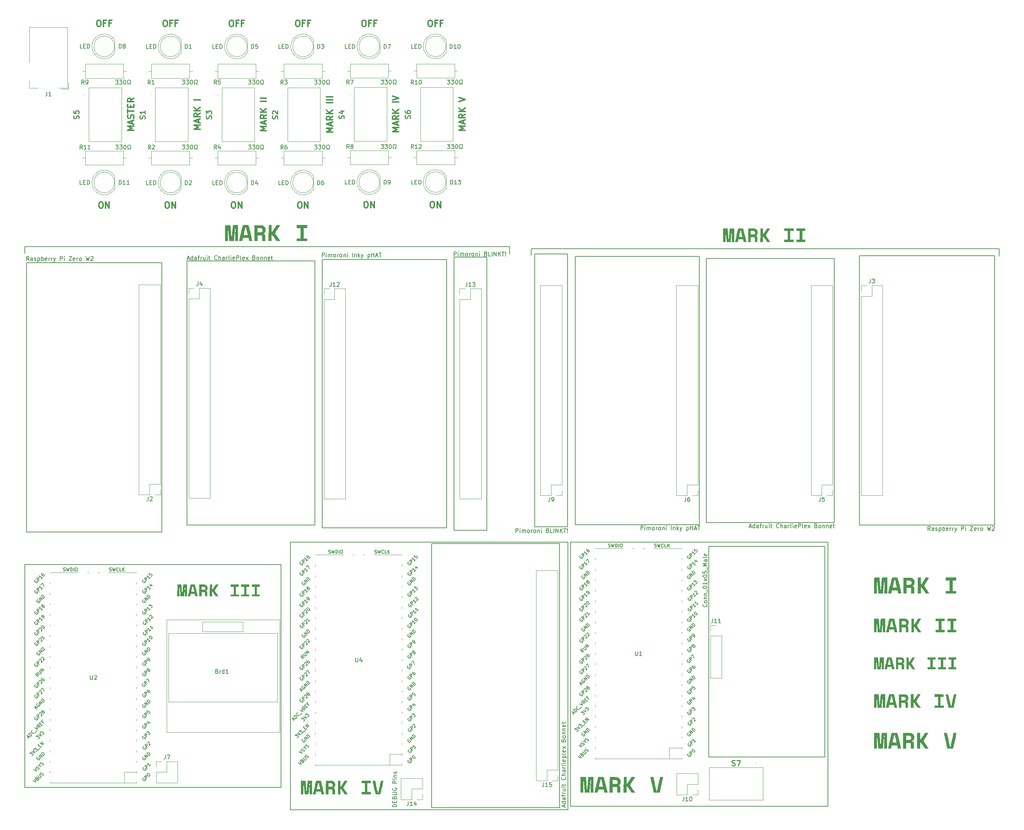
<source format=gbr>
%TF.GenerationSoftware,KiCad,Pcbnew,(6.0.4-0)*%
%TF.CreationDate,2022-04-27T18:10:27-07:00*%
%TF.ProjectId,viper,76697065-722e-46b6-9963-61645f706362,rev?*%
%TF.SameCoordinates,Original*%
%TF.FileFunction,Legend,Top*%
%TF.FilePolarity,Positive*%
%FSLAX46Y46*%
G04 Gerber Fmt 4.6, Leading zero omitted, Abs format (unit mm)*
G04 Created by KiCad (PCBNEW (6.0.4-0)) date 2022-04-27 18:10:27*
%MOMM*%
%LPD*%
G01*
G04 APERTURE LIST*
%ADD10C,0.200000*%
%ADD11C,0.150000*%
%ADD12C,0.300000*%
%ADD13C,0.254000*%
%ADD14C,0.100000*%
%ADD15C,0.120000*%
G04 APERTURE END LIST*
D10*
X210185000Y-166878000D02*
X272542000Y-166878000D01*
X272542000Y-166878000D02*
X272542000Y-230886000D01*
X272542000Y-230886000D02*
X210185000Y-230886000D01*
X210185000Y-230886000D02*
X210185000Y-166878000D01*
X243713000Y-167894000D02*
X271780000Y-167894000D01*
X271780000Y-167894000D02*
X271780000Y-218948000D01*
X271780000Y-218948000D02*
X243713000Y-218948000D01*
X243713000Y-218948000D02*
X243713000Y-167894000D01*
X142367000Y-166878000D02*
X209550000Y-166878000D01*
X209550000Y-166878000D02*
X209550000Y-231775000D01*
X209550000Y-231775000D02*
X142367000Y-231775000D01*
X142367000Y-231775000D02*
X142367000Y-166878000D01*
D11*
X207495000Y-231258000D02*
X176507000Y-231258000D01*
X176507000Y-231258000D02*
X176507000Y-167250000D01*
X176507000Y-167250000D02*
X207495000Y-167250000D01*
X207495000Y-167250000D02*
X207495000Y-231258000D01*
D10*
X77978000Y-172339000D02*
X140081000Y-172339000D01*
X140081000Y-172339000D02*
X140081000Y-226314000D01*
X140081000Y-226314000D02*
X77978000Y-226314000D01*
X77978000Y-226314000D02*
X77978000Y-172339000D01*
X247154981Y-95799875D02*
X200660000Y-95799875D01*
X247154981Y-95758000D02*
X314071000Y-95758000D01*
X314071000Y-95758000D02*
X314071000Y-97536000D01*
X200660000Y-95799875D02*
X200660000Y-97409000D01*
X195453000Y-95250000D02*
X195453000Y-97028000D01*
X126492000Y-95250000D02*
X195453000Y-95250000D01*
X77978000Y-95291875D02*
X77978000Y-96901000D01*
X126492000Y-95291875D02*
X77978000Y-95291875D01*
X241427000Y-162630937D02*
X211328000Y-162630937D01*
X211328000Y-162630937D02*
X211328000Y-97606937D01*
X211328000Y-97606937D02*
X241427000Y-97606937D01*
X241427000Y-97606937D02*
X241427000Y-162630937D01*
D11*
X209481501Y-163202436D02*
X201480501Y-163202436D01*
X201480501Y-163202436D02*
X201480501Y-97035436D01*
X201480501Y-97035436D02*
X209481501Y-97035436D01*
X209481501Y-97035436D02*
X209481501Y-163202436D01*
X280162000Y-97479937D02*
X312928000Y-97479937D01*
X312928000Y-97479937D02*
X312928000Y-162757937D01*
X312928000Y-162757937D02*
X280162000Y-162757937D01*
X280162000Y-162757937D02*
X280162000Y-97479937D01*
D10*
X150040000Y-98415000D02*
X180139000Y-98415000D01*
X180139000Y-98415000D02*
X180139000Y-163439000D01*
X180139000Y-163439000D02*
X150040000Y-163439000D01*
X150040000Y-163439000D02*
X150040000Y-98415000D01*
D11*
X111174500Y-164483625D02*
X78408500Y-164483625D01*
X78408500Y-164483625D02*
X78408500Y-99205625D01*
X78408500Y-99205625D02*
X111174500Y-99205625D01*
X111174500Y-99205625D02*
X111174500Y-164483625D01*
X181927500Y-97843500D02*
X189928500Y-97843500D01*
X189928500Y-97843500D02*
X189928500Y-164010500D01*
X189928500Y-164010500D02*
X181927500Y-164010500D01*
X181927500Y-164010500D02*
X181927500Y-97843500D01*
X117249000Y-98758625D02*
X148237000Y-98758625D01*
X148237000Y-98758625D02*
X148237000Y-162766625D01*
X148237000Y-162766625D02*
X117249000Y-162766625D01*
X117249000Y-162766625D02*
X117249000Y-98758625D01*
X274066000Y-162122937D02*
X243078000Y-162122937D01*
X243078000Y-162122937D02*
X243078000Y-98114937D01*
X243078000Y-98114937D02*
X274066000Y-98114937D01*
X274066000Y-98114937D02*
X274066000Y-162122937D01*
D12*
X127896777Y-40391071D02*
X128182491Y-40391071D01*
X128325349Y-40462500D01*
X128468206Y-40605357D01*
X128539634Y-40891071D01*
X128539634Y-41391071D01*
X128468206Y-41676785D01*
X128325349Y-41819642D01*
X128182491Y-41891071D01*
X127896777Y-41891071D01*
X127753920Y-41819642D01*
X127611063Y-41676785D01*
X127539634Y-41391071D01*
X127539634Y-40891071D01*
X127611063Y-40605357D01*
X127753920Y-40462500D01*
X127896777Y-40391071D01*
X129682491Y-41105357D02*
X129182491Y-41105357D01*
X129182491Y-41891071D02*
X129182491Y-40391071D01*
X129896777Y-40391071D01*
X130968206Y-41105357D02*
X130468206Y-41105357D01*
X130468206Y-41891071D02*
X130468206Y-40391071D01*
X131182491Y-40391071D01*
X104386771Y-67104143D02*
X102886771Y-67104143D01*
X103958200Y-66604143D01*
X102886771Y-66104143D01*
X104386771Y-66104143D01*
X103958200Y-65461286D02*
X103958200Y-64747001D01*
X104386771Y-65604143D02*
X102886771Y-65104143D01*
X104386771Y-64604143D01*
X104315342Y-64175572D02*
X104386771Y-63961286D01*
X104386771Y-63604143D01*
X104315342Y-63461286D01*
X104243914Y-63389858D01*
X104101057Y-63318429D01*
X103958200Y-63318429D01*
X103815342Y-63389858D01*
X103743914Y-63461286D01*
X103672485Y-63604143D01*
X103601057Y-63889858D01*
X103529628Y-64032715D01*
X103458200Y-64104143D01*
X103315342Y-64175572D01*
X103172485Y-64175572D01*
X103029628Y-64104143D01*
X102958200Y-64032715D01*
X102886771Y-63889858D01*
X102886771Y-63532715D01*
X102958200Y-63318429D01*
X102886771Y-62889858D02*
X102886771Y-62032715D01*
X104386771Y-62461286D02*
X102886771Y-62461286D01*
X103601057Y-61532715D02*
X103601057Y-61032715D01*
X104386771Y-60818429D02*
X104386771Y-61532715D01*
X102886771Y-61532715D01*
X102886771Y-60818429D01*
X104386771Y-59318429D02*
X103672485Y-59818429D01*
X104386771Y-60175572D02*
X102886771Y-60175572D01*
X102886771Y-59604143D01*
X102958200Y-59461286D01*
X103029628Y-59389858D01*
X103172485Y-59318429D01*
X103386771Y-59318429D01*
X103529628Y-59389858D01*
X103601057Y-59461286D01*
X103672485Y-59604143D01*
X103672485Y-60175572D01*
X160508101Y-84333071D02*
X160793815Y-84333071D01*
X160936673Y-84404500D01*
X161079530Y-84547357D01*
X161150958Y-84833071D01*
X161150958Y-85333071D01*
X161079530Y-85618785D01*
X160936673Y-85761642D01*
X160793815Y-85833071D01*
X160508101Y-85833071D01*
X160365244Y-85761642D01*
X160222387Y-85618785D01*
X160150958Y-85333071D01*
X160150958Y-84833071D01*
X160222387Y-84547357D01*
X160365244Y-84404500D01*
X160508101Y-84333071D01*
X161793815Y-85833071D02*
X161793815Y-84333071D01*
X162650958Y-85833071D01*
X162650958Y-84333071D01*
X120455133Y-66818429D02*
X118955133Y-66818429D01*
X120026562Y-66318429D01*
X118955133Y-65818429D01*
X120455133Y-65818429D01*
X120026562Y-65175572D02*
X120026562Y-64461286D01*
X120455133Y-65318429D02*
X118955133Y-64818429D01*
X120455133Y-64318429D01*
X120455133Y-62961286D02*
X119740847Y-63461286D01*
X120455133Y-63818429D02*
X118955133Y-63818429D01*
X118955133Y-63247001D01*
X119026562Y-63104143D01*
X119097990Y-63032715D01*
X119240847Y-62961286D01*
X119455133Y-62961286D01*
X119597990Y-63032715D01*
X119669419Y-63104143D01*
X119740847Y-63247001D01*
X119740847Y-63818429D01*
X120455133Y-62318429D02*
X118955133Y-62318429D01*
X120455133Y-61461286D02*
X119597990Y-62104143D01*
X118955133Y-61461286D02*
X119812276Y-62318429D01*
X120455133Y-59675572D02*
X118955133Y-59675572D01*
X128396777Y-84460071D02*
X128682491Y-84460071D01*
X128825349Y-84531500D01*
X128968206Y-84674357D01*
X129039634Y-84960071D01*
X129039634Y-85460071D01*
X128968206Y-85745785D01*
X128825349Y-85888642D01*
X128682491Y-85960071D01*
X128396777Y-85960071D01*
X128253920Y-85888642D01*
X128111063Y-85745785D01*
X128039634Y-85460071D01*
X128039634Y-84960071D01*
X128111063Y-84674357D01*
X128253920Y-84531500D01*
X128396777Y-84460071D01*
X129682491Y-85960071D02*
X129682491Y-84460071D01*
X130539634Y-85960071D01*
X130539634Y-84460071D01*
X112341115Y-84460071D02*
X112626829Y-84460071D01*
X112769687Y-84531500D01*
X112912544Y-84674357D01*
X112983972Y-84960071D01*
X112983972Y-85460071D01*
X112912544Y-85745785D01*
X112769687Y-85888642D01*
X112626829Y-85960071D01*
X112341115Y-85960071D01*
X112198258Y-85888642D01*
X112055401Y-85745785D01*
X111983972Y-85460071D01*
X111983972Y-84960071D01*
X112055401Y-84674357D01*
X112198258Y-84531500D01*
X112341115Y-84460071D01*
X113626829Y-85960071D02*
X113626829Y-84460071D01*
X114483972Y-85960071D01*
X114483972Y-84460071D01*
X152568695Y-67532715D02*
X151068695Y-67532715D01*
X152140124Y-67032715D01*
X151068695Y-66532715D01*
X152568695Y-66532715D01*
X152140124Y-65889858D02*
X152140124Y-65175572D01*
X152568695Y-66032715D02*
X151068695Y-65532715D01*
X152568695Y-65032715D01*
X152568695Y-63675572D02*
X151854409Y-64175572D01*
X152568695Y-64532715D02*
X151068695Y-64532715D01*
X151068695Y-63961286D01*
X151140124Y-63818429D01*
X151211552Y-63747001D01*
X151354409Y-63675572D01*
X151568695Y-63675572D01*
X151711552Y-63747001D01*
X151782981Y-63818429D01*
X151854409Y-63961286D01*
X151854409Y-64532715D01*
X152568695Y-63032715D02*
X151068695Y-63032715D01*
X152568695Y-62175572D02*
X151711552Y-62818429D01*
X151068695Y-62175572D02*
X151925838Y-63032715D01*
X152568695Y-60389858D02*
X151068695Y-60389858D01*
X152568695Y-59675572D02*
X151068695Y-59675572D01*
X152568695Y-58961286D02*
X151068695Y-58961286D01*
X168590407Y-67397785D02*
X167090407Y-67397785D01*
X168161836Y-66897785D01*
X167090407Y-66397785D01*
X168590407Y-66397785D01*
X168161836Y-65754928D02*
X168161836Y-65040642D01*
X168590407Y-65897785D02*
X167090407Y-65397785D01*
X168590407Y-64897785D01*
X168590407Y-63540642D02*
X167876121Y-64040642D01*
X168590407Y-64397785D02*
X167090407Y-64397785D01*
X167090407Y-63826357D01*
X167161836Y-63683500D01*
X167233264Y-63612071D01*
X167376121Y-63540642D01*
X167590407Y-63540642D01*
X167733264Y-63612071D01*
X167804693Y-63683500D01*
X167876121Y-63826357D01*
X167876121Y-64397785D01*
X168590407Y-62897785D02*
X167090407Y-62897785D01*
X168590407Y-62040642D02*
X167733264Y-62683500D01*
X167090407Y-62040642D02*
X167947550Y-62897785D01*
X168590407Y-60254928D02*
X167090407Y-60254928D01*
X167090407Y-59754928D02*
X168590407Y-59254928D01*
X167090407Y-58754928D01*
X184643869Y-67039641D02*
X183143869Y-67039641D01*
X184215298Y-66539641D01*
X183143869Y-66039641D01*
X184643869Y-66039641D01*
X184215298Y-65396784D02*
X184215298Y-64682499D01*
X184643869Y-65539641D02*
X183143869Y-65039641D01*
X184643869Y-64539641D01*
X184643869Y-63182499D02*
X183929583Y-63682499D01*
X184643869Y-64039641D02*
X183143869Y-64039641D01*
X183143869Y-63468213D01*
X183215298Y-63325356D01*
X183286726Y-63253927D01*
X183429583Y-63182499D01*
X183643869Y-63182499D01*
X183786726Y-63253927D01*
X183858155Y-63325356D01*
X183929583Y-63468213D01*
X183929583Y-64039641D01*
X184643869Y-62539641D02*
X183143869Y-62539641D01*
X184643869Y-61682499D02*
X183786726Y-62325356D01*
X183143869Y-61682499D02*
X184001012Y-62539641D01*
X183143869Y-60111070D02*
X184643869Y-59611070D01*
X183143869Y-59111070D01*
X176563763Y-84333071D02*
X176849477Y-84333071D01*
X176992335Y-84404500D01*
X177135192Y-84547357D01*
X177206620Y-84833071D01*
X177206620Y-85333071D01*
X177135192Y-85618785D01*
X176992335Y-85761642D01*
X176849477Y-85833071D01*
X176563763Y-85833071D01*
X176420906Y-85761642D01*
X176278049Y-85618785D01*
X176206620Y-85333071D01*
X176206620Y-84833071D01*
X176278049Y-84547357D01*
X176420906Y-84404500D01*
X176563763Y-84333071D01*
X177849477Y-85833071D02*
X177849477Y-84333071D01*
X178706620Y-85833071D01*
X178706620Y-84333071D01*
X96285453Y-84460071D02*
X96571167Y-84460071D01*
X96714025Y-84531500D01*
X96856882Y-84674357D01*
X96928310Y-84960071D01*
X96928310Y-85460071D01*
X96856882Y-85745785D01*
X96714025Y-85888642D01*
X96571167Y-85960071D01*
X96285453Y-85960071D01*
X96142596Y-85888642D01*
X95999739Y-85745785D01*
X95928310Y-85460071D01*
X95928310Y-84960071D01*
X95999739Y-84674357D01*
X96142596Y-84531500D01*
X96285453Y-84460071D01*
X97571167Y-85960071D02*
X97571167Y-84460071D01*
X98428310Y-85960071D01*
X98428310Y-84460071D01*
X176063763Y-40391071D02*
X176349477Y-40391071D01*
X176492335Y-40462500D01*
X176635192Y-40605357D01*
X176706620Y-40891071D01*
X176706620Y-41391071D01*
X176635192Y-41676785D01*
X176492335Y-41819642D01*
X176349477Y-41891071D01*
X176063763Y-41891071D01*
X175920906Y-41819642D01*
X175778049Y-41676785D01*
X175706620Y-41391071D01*
X175706620Y-40891071D01*
X175778049Y-40605357D01*
X175920906Y-40462500D01*
X176063763Y-40391071D01*
X177849477Y-41105357D02*
X177349477Y-41105357D01*
X177349477Y-41891071D02*
X177349477Y-40391071D01*
X178063763Y-40391071D01*
X179135192Y-41105357D02*
X178635192Y-41105357D01*
X178635192Y-41891071D02*
X178635192Y-40391071D01*
X179349477Y-40391071D01*
X160008101Y-40391071D02*
X160293815Y-40391071D01*
X160436673Y-40462500D01*
X160579530Y-40605357D01*
X160650958Y-40891071D01*
X160650958Y-41391071D01*
X160579530Y-41676785D01*
X160436673Y-41819642D01*
X160293815Y-41891071D01*
X160008101Y-41891071D01*
X159865244Y-41819642D01*
X159722387Y-41676785D01*
X159650958Y-41391071D01*
X159650958Y-40891071D01*
X159722387Y-40605357D01*
X159865244Y-40462500D01*
X160008101Y-40391071D01*
X161793815Y-41105357D02*
X161293815Y-41105357D01*
X161293815Y-41891071D02*
X161293815Y-40391071D01*
X162008101Y-40391071D01*
X163079530Y-41105357D02*
X162579530Y-41105357D01*
X162579530Y-41891071D02*
X162579530Y-40391071D01*
X163293815Y-40391071D01*
X144452439Y-84460071D02*
X144738153Y-84460071D01*
X144881011Y-84531500D01*
X145023868Y-84674357D01*
X145095296Y-84960071D01*
X145095296Y-85460071D01*
X145023868Y-85745785D01*
X144881011Y-85888642D01*
X144738153Y-85960071D01*
X144452439Y-85960071D01*
X144309582Y-85888642D01*
X144166725Y-85745785D01*
X144095296Y-85460071D01*
X144095296Y-84960071D01*
X144166725Y-84674357D01*
X144309582Y-84531500D01*
X144452439Y-84460071D01*
X145738153Y-85960071D02*
X145738153Y-84460071D01*
X146595296Y-85960071D01*
X146595296Y-84460071D01*
X111841115Y-40391071D02*
X112126829Y-40391071D01*
X112269687Y-40462500D01*
X112412544Y-40605357D01*
X112483972Y-40891071D01*
X112483972Y-41391071D01*
X112412544Y-41676785D01*
X112269687Y-41819642D01*
X112126829Y-41891071D01*
X111841115Y-41891071D01*
X111698258Y-41819642D01*
X111555401Y-41676785D01*
X111483972Y-41391071D01*
X111483972Y-40891071D01*
X111555401Y-40605357D01*
X111698258Y-40462500D01*
X111841115Y-40391071D01*
X113626829Y-41105357D02*
X113126829Y-41105357D01*
X113126829Y-41891071D02*
X113126829Y-40391071D01*
X113841115Y-40391071D01*
X114912544Y-41105357D02*
X114412544Y-41105357D01*
X114412544Y-41891071D02*
X114412544Y-40391071D01*
X115126829Y-40391071D01*
X143952439Y-40391071D02*
X144238153Y-40391071D01*
X144381011Y-40462500D01*
X144523868Y-40605357D01*
X144595296Y-40891071D01*
X144595296Y-41391071D01*
X144523868Y-41676785D01*
X144381011Y-41819642D01*
X144238153Y-41891071D01*
X143952439Y-41891071D01*
X143809582Y-41819642D01*
X143666725Y-41676785D01*
X143595296Y-41391071D01*
X143595296Y-40891071D01*
X143666725Y-40605357D01*
X143809582Y-40462500D01*
X143952439Y-40391071D01*
X145738153Y-41105357D02*
X145238153Y-41105357D01*
X145238153Y-41891071D02*
X145238153Y-40391071D01*
X145952439Y-40391071D01*
X147023868Y-41105357D02*
X146523868Y-41105357D01*
X146523868Y-41891071D02*
X146523868Y-40391071D01*
X147238153Y-40391071D01*
X95785453Y-40391071D02*
X96071167Y-40391071D01*
X96214025Y-40462500D01*
X96356882Y-40605357D01*
X96428310Y-40891071D01*
X96428310Y-41391071D01*
X96356882Y-41676785D01*
X96214025Y-41819642D01*
X96071167Y-41891071D01*
X95785453Y-41891071D01*
X95642596Y-41819642D01*
X95499739Y-41676785D01*
X95428310Y-41391071D01*
X95428310Y-40891071D01*
X95499739Y-40605357D01*
X95642596Y-40462500D01*
X95785453Y-40391071D01*
X97571167Y-41105357D02*
X97071167Y-41105357D01*
X97071167Y-41891071D02*
X97071167Y-40391071D01*
X97785453Y-40391071D01*
X98856882Y-41105357D02*
X98356882Y-41105357D01*
X98356882Y-41891071D02*
X98356882Y-40391071D01*
X99071167Y-40391071D01*
X136520989Y-67175571D02*
X135020989Y-67175571D01*
X136092418Y-66675571D01*
X135020989Y-66175571D01*
X136520989Y-66175571D01*
X136092418Y-65532714D02*
X136092418Y-64818428D01*
X136520989Y-65675571D02*
X135020989Y-65175571D01*
X136520989Y-64675571D01*
X136520989Y-63318428D02*
X135806703Y-63818428D01*
X136520989Y-64175571D02*
X135020989Y-64175571D01*
X135020989Y-63604142D01*
X135092418Y-63461285D01*
X135163846Y-63389857D01*
X135306703Y-63318428D01*
X135520989Y-63318428D01*
X135663846Y-63389857D01*
X135735275Y-63461285D01*
X135806703Y-63604142D01*
X135806703Y-64175571D01*
X136520989Y-62675571D02*
X135020989Y-62675571D01*
X136520989Y-61818428D02*
X135663846Y-62461285D01*
X135020989Y-61818428D02*
X135878132Y-62675571D01*
X136520989Y-60032714D02*
X135020989Y-60032714D01*
X136520989Y-59318428D02*
X135020989Y-59318428D01*
D13*
%TO.C,S7*%
X249296380Y-220986047D02*
X249477809Y-221046523D01*
X249780190Y-221046523D01*
X249901142Y-220986047D01*
X249961619Y-220925571D01*
X250022095Y-220804619D01*
X250022095Y-220683666D01*
X249961619Y-220562714D01*
X249901142Y-220502238D01*
X249780190Y-220441761D01*
X249538285Y-220381285D01*
X249417333Y-220320809D01*
X249356857Y-220260333D01*
X249296380Y-220139380D01*
X249296380Y-220018428D01*
X249356857Y-219897476D01*
X249417333Y-219837000D01*
X249538285Y-219776523D01*
X249840666Y-219776523D01*
X250022095Y-219837000D01*
X250445428Y-219776523D02*
X251292095Y-219776523D01*
X250747809Y-221046523D01*
D11*
%TO.C,J7*%
X112061666Y-218483380D02*
X112061666Y-219197666D01*
X112014047Y-219340523D01*
X111918809Y-219435761D01*
X111775952Y-219483380D01*
X111680714Y-219483380D01*
X112442619Y-218483380D02*
X113109285Y-218483380D01*
X112680714Y-219483380D01*
%TO.C,U2*%
X93853095Y-199214380D02*
X93853095Y-200023904D01*
X93900714Y-200119142D01*
X93948333Y-200166761D01*
X94043571Y-200214380D01*
X94234047Y-200214380D01*
X94329285Y-200166761D01*
X94376904Y-200119142D01*
X94424523Y-200023904D01*
X94424523Y-199214380D01*
X94853095Y-199309619D02*
X94900714Y-199262000D01*
X94995952Y-199214380D01*
X95234047Y-199214380D01*
X95329285Y-199262000D01*
X95376904Y-199309619D01*
X95424523Y-199404857D01*
X95424523Y-199500095D01*
X95376904Y-199642952D01*
X94805476Y-200214380D01*
X95424523Y-200214380D01*
X106858722Y-188722592D02*
X106777910Y-188749529D01*
X106697097Y-188830341D01*
X106643223Y-188938091D01*
X106643223Y-189045841D01*
X106670160Y-189126653D01*
X106750972Y-189261340D01*
X106831784Y-189342152D01*
X106966471Y-189422964D01*
X107047284Y-189449902D01*
X107155033Y-189449902D01*
X107262783Y-189396027D01*
X107316658Y-189342152D01*
X107370532Y-189234402D01*
X107370532Y-189180528D01*
X107181971Y-188991966D01*
X107074221Y-189099715D01*
X107666844Y-188991966D02*
X107101158Y-188426280D01*
X107316658Y-188210781D01*
X107397470Y-188183844D01*
X107451345Y-188183844D01*
X107532157Y-188210781D01*
X107612969Y-188291593D01*
X107639906Y-188372406D01*
X107639906Y-188426280D01*
X107612969Y-188507093D01*
X107397470Y-188722592D01*
X108528841Y-188129969D02*
X108205592Y-188453218D01*
X108367216Y-188291593D02*
X107801531Y-187725908D01*
X107828468Y-187860595D01*
X107828468Y-187968345D01*
X107801531Y-188049157D01*
X109067589Y-187591221D02*
X108744340Y-187914470D01*
X108905964Y-187752845D02*
X108340279Y-187187160D01*
X108367216Y-187321847D01*
X108367216Y-187429597D01*
X108340279Y-187510409D01*
X80658597Y-207202964D02*
X80927971Y-206933590D01*
X80766346Y-207418463D02*
X80389223Y-206664216D01*
X81143470Y-207041340D01*
X81089595Y-206017719D02*
X81008783Y-206044656D01*
X80927971Y-206125468D01*
X80874096Y-206233218D01*
X80874096Y-206340967D01*
X80901033Y-206421780D01*
X80981845Y-206556467D01*
X81062658Y-206637279D01*
X81197345Y-206718091D01*
X81278157Y-206745028D01*
X81385906Y-206745028D01*
X81493656Y-206691154D01*
X81547531Y-206637279D01*
X81601406Y-206529529D01*
X81601406Y-206475654D01*
X81412844Y-206287093D01*
X81305094Y-206394842D01*
X81897717Y-206287093D02*
X81332032Y-205721407D01*
X82220966Y-205963844D01*
X81655280Y-205398158D01*
X82490340Y-205694470D02*
X81924654Y-205128784D01*
X82059341Y-204994097D01*
X82167091Y-204940223D01*
X82274841Y-204940223D01*
X82355653Y-204967160D01*
X82490340Y-205047972D01*
X82571152Y-205128784D01*
X82651964Y-205263471D01*
X82678902Y-205344284D01*
X82678902Y-205452033D01*
X82625027Y-205559783D01*
X82490340Y-205694470D01*
X81101158Y-180860155D02*
X81020346Y-180887093D01*
X80939534Y-180967905D01*
X80885659Y-181075654D01*
X80885659Y-181183404D01*
X80912597Y-181264216D01*
X80993409Y-181398903D01*
X81074221Y-181479715D01*
X81208908Y-181560528D01*
X81289720Y-181587465D01*
X81397470Y-181587465D01*
X81505219Y-181533590D01*
X81559094Y-181479715D01*
X81612969Y-181371966D01*
X81612969Y-181318091D01*
X81424407Y-181129529D01*
X81316658Y-181237279D01*
X81909280Y-181129529D02*
X81343595Y-180563844D01*
X82232529Y-180806280D01*
X81666844Y-180240595D01*
X82501903Y-180536906D02*
X81936218Y-179971221D01*
X82070905Y-179836534D01*
X82178654Y-179782659D01*
X82286404Y-179782659D01*
X82367216Y-179809597D01*
X82501903Y-179890409D01*
X82582715Y-179971221D01*
X82663528Y-180105908D01*
X82690465Y-180186720D01*
X82690465Y-180294470D01*
X82636590Y-180402219D01*
X82501903Y-180536906D01*
X79968129Y-224689309D02*
X80722377Y-225066433D01*
X80345253Y-224312186D01*
X80991751Y-224204436D02*
X81099500Y-224150561D01*
X81153375Y-224150561D01*
X81234187Y-224177499D01*
X81315000Y-224258311D01*
X81341937Y-224339123D01*
X81341937Y-224392998D01*
X81315000Y-224473810D01*
X81099500Y-224689309D01*
X80533815Y-224123624D01*
X80722377Y-223935062D01*
X80803189Y-223908125D01*
X80857064Y-223908125D01*
X80937876Y-223935062D01*
X80991751Y-223988937D01*
X81018688Y-224069749D01*
X81018688Y-224123624D01*
X80991751Y-224204436D01*
X80803189Y-224392998D01*
X81099500Y-223557938D02*
X81557436Y-224015874D01*
X81638248Y-224042812D01*
X81692123Y-224042812D01*
X81772935Y-224015874D01*
X81880685Y-223908125D01*
X81907622Y-223827312D01*
X81907622Y-223773438D01*
X81880685Y-223692625D01*
X81422749Y-223234690D01*
X82203934Y-223531001D02*
X82311683Y-223477126D01*
X82446370Y-223342439D01*
X82473308Y-223261627D01*
X82473308Y-223207752D01*
X82446370Y-223126940D01*
X82392496Y-223073065D01*
X82311683Y-223046128D01*
X82257809Y-223046128D01*
X82176996Y-223073065D01*
X82042309Y-223153877D01*
X81961497Y-223180815D01*
X81907622Y-223180815D01*
X81826810Y-223153877D01*
X81772935Y-223100003D01*
X81745998Y-223019190D01*
X81745998Y-222965316D01*
X81772935Y-222884503D01*
X81907622Y-222749816D01*
X82015372Y-222695942D01*
X81101158Y-218960155D02*
X81020346Y-218987093D01*
X80939534Y-219067905D01*
X80885659Y-219175654D01*
X80885659Y-219283404D01*
X80912597Y-219364216D01*
X80993409Y-219498903D01*
X81074221Y-219579715D01*
X81208908Y-219660528D01*
X81289720Y-219687465D01*
X81397470Y-219687465D01*
X81505219Y-219633590D01*
X81559094Y-219579715D01*
X81612969Y-219471966D01*
X81612969Y-219418091D01*
X81424407Y-219229529D01*
X81316658Y-219337279D01*
X81909280Y-219229529D02*
X81343595Y-218663844D01*
X82232529Y-218906280D01*
X81666844Y-218340595D01*
X82501903Y-218636906D02*
X81936218Y-218071221D01*
X82070905Y-217936534D01*
X82178654Y-217882659D01*
X82286404Y-217882659D01*
X82367216Y-217909597D01*
X82501903Y-217990409D01*
X82582715Y-218071221D01*
X82663528Y-218205908D01*
X82690465Y-218286720D01*
X82690465Y-218394470D01*
X82636590Y-218502219D01*
X82501903Y-218636906D01*
X106712722Y-183642592D02*
X106631910Y-183669529D01*
X106551097Y-183750341D01*
X106497223Y-183858091D01*
X106497223Y-183965841D01*
X106524160Y-184046653D01*
X106604972Y-184181340D01*
X106685784Y-184262152D01*
X106820471Y-184342964D01*
X106901284Y-184369902D01*
X107009033Y-184369902D01*
X107116783Y-184316027D01*
X107170658Y-184262152D01*
X107224532Y-184154402D01*
X107224532Y-184100528D01*
X107035971Y-183911966D01*
X106928221Y-184019715D01*
X107520844Y-183911966D02*
X106955158Y-183346280D01*
X107170658Y-183130781D01*
X107251470Y-183103844D01*
X107305345Y-183103844D01*
X107386157Y-183130781D01*
X107466969Y-183211593D01*
X107493906Y-183292406D01*
X107493906Y-183346280D01*
X107466969Y-183427093D01*
X107251470Y-183642592D01*
X108382841Y-183049969D02*
X108059592Y-183373218D01*
X108221216Y-183211593D02*
X107655531Y-182645908D01*
X107682468Y-182780595D01*
X107682468Y-182888345D01*
X107655531Y-182969157D01*
X108005717Y-182295722D02*
X108355903Y-181945536D01*
X108382841Y-182349597D01*
X108463653Y-182268784D01*
X108544465Y-182241847D01*
X108598340Y-182241847D01*
X108679152Y-182268784D01*
X108813839Y-182403471D01*
X108840776Y-182484284D01*
X108840776Y-182538158D01*
X108813839Y-182618971D01*
X108652215Y-182780595D01*
X108571402Y-182807532D01*
X108517528Y-182807532D01*
X78769788Y-214295773D02*
X79039162Y-214026399D01*
X78877537Y-214511272D02*
X78500414Y-213757025D01*
X79254661Y-214134149D01*
X79443223Y-213945587D02*
X78877537Y-213379902D01*
X79012224Y-213245215D01*
X79119974Y-213191340D01*
X79227723Y-213191340D01*
X79308536Y-213218277D01*
X79443223Y-213299089D01*
X79524035Y-213379902D01*
X79604847Y-213514589D01*
X79631784Y-213595401D01*
X79631784Y-213703150D01*
X79577910Y-213810900D01*
X79443223Y-213945587D01*
X80278282Y-213002778D02*
X80278282Y-213056653D01*
X80224407Y-213164402D01*
X80170532Y-213218277D01*
X80062783Y-213272152D01*
X79955033Y-213272152D01*
X79874221Y-213245215D01*
X79739534Y-213164402D01*
X79658722Y-213083590D01*
X79577910Y-212948903D01*
X79550972Y-212868091D01*
X79550972Y-212760341D01*
X79604847Y-212652592D01*
X79658722Y-212598717D01*
X79766471Y-212544842D01*
X79820346Y-212544842D01*
X80493781Y-213002778D02*
X80924780Y-212571780D01*
X80359094Y-211898345D02*
X81113341Y-212275468D01*
X80736218Y-211521221D01*
X81813714Y-211575096D02*
X81355778Y-211494284D01*
X81490465Y-211898345D02*
X80924780Y-211332659D01*
X81140279Y-211117160D01*
X81221091Y-211090223D01*
X81274966Y-211090223D01*
X81355778Y-211117160D01*
X81436590Y-211197972D01*
X81463528Y-211278784D01*
X81463528Y-211332659D01*
X81436590Y-211413471D01*
X81221091Y-211628971D01*
X81759839Y-211036348D02*
X81948401Y-210847786D01*
X82325524Y-211063285D02*
X82056150Y-211332659D01*
X81490465Y-210766974D01*
X81759839Y-210497600D01*
X82460211Y-210335975D02*
X82271650Y-210524537D01*
X82567961Y-210820849D02*
X82002276Y-210255163D01*
X82271650Y-209985789D01*
X106728096Y-211313218D02*
X106647284Y-211340155D01*
X106566471Y-211420967D01*
X106512597Y-211528717D01*
X106512597Y-211636467D01*
X106539534Y-211717279D01*
X106620346Y-211851966D01*
X106701158Y-211932778D01*
X106835845Y-212013590D01*
X106916658Y-212040528D01*
X107024407Y-212040528D01*
X107132157Y-211986653D01*
X107186032Y-211932778D01*
X107239906Y-211825028D01*
X107239906Y-211771154D01*
X107051345Y-211582592D01*
X106943595Y-211690341D01*
X107536218Y-211582592D02*
X106970532Y-211016906D01*
X107186032Y-210801407D01*
X107266844Y-210774470D01*
X107320719Y-210774470D01*
X107401531Y-210801407D01*
X107482343Y-210882219D01*
X107509280Y-210963032D01*
X107509280Y-211016906D01*
X107482343Y-211097719D01*
X107266844Y-211313218D01*
X107967216Y-210397346D02*
X108344340Y-210774470D01*
X107617030Y-210316534D02*
X107886404Y-210855282D01*
X108236590Y-210505096D01*
X106628096Y-201183218D02*
X106547284Y-201210155D01*
X106466471Y-201290967D01*
X106412597Y-201398717D01*
X106412597Y-201506467D01*
X106439534Y-201587279D01*
X106520346Y-201721966D01*
X106601158Y-201802778D01*
X106735845Y-201883590D01*
X106816658Y-201910528D01*
X106924407Y-201910528D01*
X107032157Y-201856653D01*
X107086032Y-201802778D01*
X107139906Y-201695028D01*
X107139906Y-201641154D01*
X106951345Y-201452592D01*
X106843595Y-201560341D01*
X107436218Y-201452592D02*
X106870532Y-200886906D01*
X107086032Y-200671407D01*
X107166844Y-200644470D01*
X107220719Y-200644470D01*
X107301531Y-200671407D01*
X107382343Y-200752219D01*
X107409280Y-200833032D01*
X107409280Y-200886906D01*
X107382343Y-200967719D01*
X107166844Y-201183218D01*
X107382343Y-200375096D02*
X107759467Y-199997972D01*
X108082715Y-200806094D01*
X106712722Y-176022592D02*
X106631910Y-176049529D01*
X106551097Y-176130341D01*
X106497223Y-176238091D01*
X106497223Y-176345841D01*
X106524160Y-176426653D01*
X106604972Y-176561340D01*
X106685784Y-176642152D01*
X106820471Y-176722964D01*
X106901284Y-176749902D01*
X107009033Y-176749902D01*
X107116783Y-176696027D01*
X107170658Y-176642152D01*
X107224532Y-176534402D01*
X107224532Y-176480528D01*
X107035971Y-176291966D01*
X106928221Y-176399715D01*
X107520844Y-176291966D02*
X106955158Y-175726280D01*
X107170658Y-175510781D01*
X107251470Y-175483844D01*
X107305345Y-175483844D01*
X107386157Y-175510781D01*
X107466969Y-175591593D01*
X107493906Y-175672406D01*
X107493906Y-175726280D01*
X107466969Y-175807093D01*
X107251470Y-176022592D01*
X108382841Y-175429969D02*
X108059592Y-175753218D01*
X108221216Y-175591593D02*
X107655531Y-175025908D01*
X107682468Y-175160595D01*
X107682468Y-175268345D01*
X107655531Y-175349157D01*
X108328966Y-174352473D02*
X108059592Y-174621847D01*
X108302028Y-174918158D01*
X108302028Y-174864284D01*
X108328966Y-174783471D01*
X108463653Y-174648784D01*
X108544465Y-174621847D01*
X108598340Y-174621847D01*
X108679152Y-174648784D01*
X108813839Y-174783471D01*
X108840776Y-174864284D01*
X108840776Y-174918158D01*
X108813839Y-174998971D01*
X108679152Y-175133658D01*
X108598340Y-175160595D01*
X108544465Y-175160595D01*
X80604722Y-178562592D02*
X80523910Y-178589529D01*
X80443097Y-178670341D01*
X80389223Y-178778091D01*
X80389223Y-178885841D01*
X80416160Y-178966653D01*
X80496972Y-179101340D01*
X80577784Y-179182152D01*
X80712471Y-179262964D01*
X80793284Y-179289902D01*
X80901033Y-179289902D01*
X81008783Y-179236027D01*
X81062658Y-179182152D01*
X81116532Y-179074402D01*
X81116532Y-179020528D01*
X80927971Y-178831966D01*
X80820221Y-178939715D01*
X81412844Y-178831966D02*
X80847158Y-178266280D01*
X81062658Y-178050781D01*
X81143470Y-178023844D01*
X81197345Y-178023844D01*
X81278157Y-178050781D01*
X81358969Y-178131593D01*
X81385906Y-178212406D01*
X81385906Y-178266280D01*
X81358969Y-178347093D01*
X81143470Y-178562592D01*
X82274841Y-177969969D02*
X81951592Y-178293218D01*
X82113216Y-178131593D02*
X81547531Y-177565908D01*
X81574468Y-177700595D01*
X81574468Y-177808345D01*
X81547531Y-177889157D01*
X81897717Y-177215722D02*
X82274841Y-176838598D01*
X82598089Y-177646720D01*
X80604722Y-201422592D02*
X80523910Y-201449529D01*
X80443097Y-201530341D01*
X80389223Y-201638091D01*
X80389223Y-201745841D01*
X80416160Y-201826653D01*
X80496972Y-201961340D01*
X80577784Y-202042152D01*
X80712471Y-202122964D01*
X80793284Y-202149902D01*
X80901033Y-202149902D01*
X81008783Y-202096027D01*
X81062658Y-202042152D01*
X81116532Y-201934402D01*
X81116532Y-201880528D01*
X80927971Y-201691966D01*
X80820221Y-201799715D01*
X81412844Y-201691966D02*
X80847158Y-201126280D01*
X81062658Y-200910781D01*
X81143470Y-200883844D01*
X81197345Y-200883844D01*
X81278157Y-200910781D01*
X81358969Y-200991593D01*
X81385906Y-201072406D01*
X81385906Y-201126280D01*
X81358969Y-201207093D01*
X81143470Y-201422592D01*
X81439781Y-200641407D02*
X81439781Y-200587532D01*
X81466719Y-200506720D01*
X81601406Y-200372033D01*
X81682218Y-200345096D01*
X81736093Y-200345096D01*
X81816905Y-200372033D01*
X81870780Y-200425908D01*
X81924654Y-200533658D01*
X81924654Y-201180155D01*
X82274841Y-200829969D01*
X82194028Y-199779410D02*
X82086279Y-199887160D01*
X82059341Y-199967972D01*
X82059341Y-200021847D01*
X82086279Y-200156534D01*
X82167091Y-200291221D01*
X82382590Y-200506720D01*
X82463402Y-200533658D01*
X82517277Y-200533658D01*
X82598089Y-200506720D01*
X82705839Y-200398971D01*
X82732776Y-200318158D01*
X82732776Y-200264284D01*
X82705839Y-200183471D01*
X82571152Y-200048784D01*
X82490340Y-200021847D01*
X82436465Y-200021847D01*
X82355653Y-200048784D01*
X82247903Y-200156534D01*
X82220966Y-200237346D01*
X82220966Y-200291221D01*
X82247903Y-200372033D01*
X98505476Y-173885809D02*
X98619761Y-173923904D01*
X98810238Y-173923904D01*
X98886428Y-173885809D01*
X98924523Y-173847714D01*
X98962619Y-173771523D01*
X98962619Y-173695333D01*
X98924523Y-173619142D01*
X98886428Y-173581047D01*
X98810238Y-173542952D01*
X98657857Y-173504857D01*
X98581666Y-173466761D01*
X98543571Y-173428666D01*
X98505476Y-173352476D01*
X98505476Y-173276285D01*
X98543571Y-173200095D01*
X98581666Y-173162000D01*
X98657857Y-173123904D01*
X98848333Y-173123904D01*
X98962619Y-173162000D01*
X99229285Y-173123904D02*
X99419761Y-173923904D01*
X99572142Y-173352476D01*
X99724523Y-173923904D01*
X99915000Y-173123904D01*
X100676904Y-173847714D02*
X100638809Y-173885809D01*
X100524523Y-173923904D01*
X100448333Y-173923904D01*
X100334047Y-173885809D01*
X100257857Y-173809619D01*
X100219761Y-173733428D01*
X100181666Y-173581047D01*
X100181666Y-173466761D01*
X100219761Y-173314380D01*
X100257857Y-173238190D01*
X100334047Y-173162000D01*
X100448333Y-173123904D01*
X100524523Y-173123904D01*
X100638809Y-173162000D01*
X100676904Y-173200095D01*
X101400714Y-173923904D02*
X101019761Y-173923904D01*
X101019761Y-173123904D01*
X101667380Y-173923904D02*
X101667380Y-173123904D01*
X102124523Y-173923904D02*
X101781666Y-173466761D01*
X102124523Y-173123904D02*
X101667380Y-173581047D01*
X79137131Y-218120308D02*
X79487317Y-217770122D01*
X79514255Y-218174183D01*
X79595067Y-218093370D01*
X79675879Y-218066433D01*
X79729754Y-218066433D01*
X79810566Y-218093370D01*
X79945253Y-218228057D01*
X79972190Y-218308870D01*
X79972190Y-218362744D01*
X79945253Y-218443557D01*
X79783629Y-218605181D01*
X79702816Y-218632118D01*
X79648942Y-218632118D01*
X79648942Y-217608497D02*
X80403189Y-217985621D01*
X80026065Y-217231374D01*
X80160752Y-217096687D02*
X80510938Y-216746500D01*
X80537876Y-217150561D01*
X80618688Y-217069749D01*
X80699500Y-217042812D01*
X80753375Y-217042812D01*
X80834187Y-217069749D01*
X80968874Y-217204436D01*
X80995812Y-217285248D01*
X80995812Y-217339123D01*
X80968874Y-217419935D01*
X80807250Y-217581560D01*
X80726438Y-217608497D01*
X80672563Y-217608497D01*
X81238248Y-217258311D02*
X81669247Y-216827312D01*
X81453748Y-216342439D02*
X81642309Y-216153877D01*
X82019433Y-216369377D02*
X81750059Y-216638751D01*
X81184374Y-216073065D01*
X81453748Y-215803691D01*
X82261870Y-216126940D02*
X81696184Y-215561255D01*
X82585118Y-215803691D01*
X82019433Y-215238006D01*
X80704847Y-214052592D02*
X81055033Y-213702406D01*
X81081971Y-214106467D01*
X81162783Y-214025654D01*
X81243595Y-213998717D01*
X81297470Y-213998717D01*
X81378282Y-214025654D01*
X81512969Y-214160341D01*
X81539906Y-214241154D01*
X81539906Y-214295028D01*
X81512969Y-214375841D01*
X81351345Y-214537465D01*
X81270532Y-214564402D01*
X81216658Y-214564402D01*
X81216658Y-213540781D02*
X81970905Y-213917905D01*
X81593781Y-213163658D01*
X81728468Y-213028971D02*
X82078654Y-212678784D01*
X82105592Y-213082845D01*
X82186404Y-213002033D01*
X82267216Y-212975096D01*
X82321091Y-212975096D01*
X82401903Y-213002033D01*
X82536590Y-213136720D01*
X82563528Y-213217532D01*
X82563528Y-213271407D01*
X82536590Y-213352219D01*
X82374966Y-213513844D01*
X82294154Y-213540781D01*
X82240279Y-213540781D01*
X106728096Y-198613218D02*
X106647284Y-198640155D01*
X106566471Y-198720967D01*
X106512597Y-198828717D01*
X106512597Y-198936467D01*
X106539534Y-199017279D01*
X106620346Y-199151966D01*
X106701158Y-199232778D01*
X106835845Y-199313590D01*
X106916658Y-199340528D01*
X107024407Y-199340528D01*
X107132157Y-199286653D01*
X107186032Y-199232778D01*
X107239906Y-199125028D01*
X107239906Y-199071154D01*
X107051345Y-198882592D01*
X106943595Y-198990341D01*
X107536218Y-198882592D02*
X106970532Y-198316906D01*
X107186032Y-198101407D01*
X107266844Y-198074470D01*
X107320719Y-198074470D01*
X107401531Y-198101407D01*
X107482343Y-198182219D01*
X107509280Y-198263032D01*
X107509280Y-198316906D01*
X107482343Y-198397719D01*
X107266844Y-198613218D01*
X107859467Y-197912845D02*
X107778654Y-197939783D01*
X107724780Y-197939783D01*
X107643967Y-197912845D01*
X107617030Y-197885908D01*
X107590093Y-197805096D01*
X107590093Y-197751221D01*
X107617030Y-197670409D01*
X107724780Y-197562659D01*
X107805592Y-197535722D01*
X107859467Y-197535722D01*
X107940279Y-197562659D01*
X107967216Y-197589597D01*
X107994154Y-197670409D01*
X107994154Y-197724284D01*
X107967216Y-197805096D01*
X107859467Y-197912845D01*
X107832529Y-197993658D01*
X107832529Y-198047532D01*
X107859467Y-198128345D01*
X107967216Y-198236094D01*
X108048028Y-198263032D01*
X108101903Y-198263032D01*
X108182715Y-198236094D01*
X108290465Y-198128345D01*
X108317402Y-198047532D01*
X108317402Y-197993658D01*
X108290465Y-197912845D01*
X108182715Y-197805096D01*
X108101903Y-197778158D01*
X108048028Y-197778158D01*
X107967216Y-197805096D01*
X80604722Y-176022592D02*
X80523910Y-176049529D01*
X80443097Y-176130341D01*
X80389223Y-176238091D01*
X80389223Y-176345841D01*
X80416160Y-176426653D01*
X80496972Y-176561340D01*
X80577784Y-176642152D01*
X80712471Y-176722964D01*
X80793284Y-176749902D01*
X80901033Y-176749902D01*
X81008783Y-176696027D01*
X81062658Y-176642152D01*
X81116532Y-176534402D01*
X81116532Y-176480528D01*
X80927971Y-176291966D01*
X80820221Y-176399715D01*
X81412844Y-176291966D02*
X80847158Y-175726280D01*
X81062658Y-175510781D01*
X81143470Y-175483844D01*
X81197345Y-175483844D01*
X81278157Y-175510781D01*
X81358969Y-175591593D01*
X81385906Y-175672406D01*
X81385906Y-175726280D01*
X81358969Y-175807093D01*
X81143470Y-176022592D01*
X82274841Y-175429969D02*
X81951592Y-175753218D01*
X82113216Y-175591593D02*
X81547531Y-175025908D01*
X81574468Y-175160595D01*
X81574468Y-175268345D01*
X81547531Y-175349157D01*
X82194028Y-174379410D02*
X82086279Y-174487160D01*
X82059341Y-174567972D01*
X82059341Y-174621847D01*
X82086279Y-174756534D01*
X82167091Y-174891221D01*
X82382590Y-175106720D01*
X82463402Y-175133658D01*
X82517277Y-175133658D01*
X82598089Y-175106720D01*
X82705839Y-174998971D01*
X82732776Y-174918158D01*
X82732776Y-174864284D01*
X82705839Y-174783471D01*
X82571152Y-174648784D01*
X82490340Y-174621847D01*
X82436465Y-174621847D01*
X82355653Y-174648784D01*
X82247903Y-174756534D01*
X82220966Y-174837346D01*
X82220966Y-174891221D01*
X82247903Y-174972033D01*
X81101158Y-193560155D02*
X81020346Y-193587093D01*
X80939534Y-193667905D01*
X80885659Y-193775654D01*
X80885659Y-193883404D01*
X80912597Y-193964216D01*
X80993409Y-194098903D01*
X81074221Y-194179715D01*
X81208908Y-194260528D01*
X81289720Y-194287465D01*
X81397470Y-194287465D01*
X81505219Y-194233590D01*
X81559094Y-194179715D01*
X81612969Y-194071966D01*
X81612969Y-194018091D01*
X81424407Y-193829529D01*
X81316658Y-193937279D01*
X81909280Y-193829529D02*
X81343595Y-193263844D01*
X82232529Y-193506280D01*
X81666844Y-192940595D01*
X82501903Y-193236906D02*
X81936218Y-192671221D01*
X82070905Y-192536534D01*
X82178654Y-192482659D01*
X82286404Y-192482659D01*
X82367216Y-192509597D01*
X82501903Y-192590409D01*
X82582715Y-192671221D01*
X82663528Y-192805908D01*
X82690465Y-192886720D01*
X82690465Y-192994470D01*
X82636590Y-193102219D01*
X82501903Y-193236906D01*
X106701158Y-206260155D02*
X106620346Y-206287093D01*
X106539534Y-206367905D01*
X106485659Y-206475654D01*
X106485659Y-206583404D01*
X106512597Y-206664216D01*
X106593409Y-206798903D01*
X106674221Y-206879715D01*
X106808908Y-206960528D01*
X106889720Y-206987465D01*
X106997470Y-206987465D01*
X107105219Y-206933590D01*
X107159094Y-206879715D01*
X107212969Y-206771966D01*
X107212969Y-206718091D01*
X107024407Y-206529529D01*
X106916658Y-206637279D01*
X107509280Y-206529529D02*
X106943595Y-205963844D01*
X107832529Y-206206280D01*
X107266844Y-205640595D01*
X108101903Y-205936906D02*
X107536218Y-205371221D01*
X107670905Y-205236534D01*
X107778654Y-205182659D01*
X107886404Y-205182659D01*
X107967216Y-205209597D01*
X108101903Y-205290409D01*
X108182715Y-205371221D01*
X108263528Y-205505908D01*
X108290465Y-205586720D01*
X108290465Y-205694470D01*
X108236590Y-205802219D01*
X108101903Y-205936906D01*
X80604722Y-209296592D02*
X80523910Y-209323529D01*
X80443097Y-209404341D01*
X80389223Y-209512091D01*
X80389223Y-209619841D01*
X80416160Y-209700653D01*
X80496972Y-209835340D01*
X80577784Y-209916152D01*
X80712471Y-209996964D01*
X80793284Y-210023902D01*
X80901033Y-210023902D01*
X81008783Y-209970027D01*
X81062658Y-209916152D01*
X81116532Y-209808402D01*
X81116532Y-209754528D01*
X80927971Y-209565966D01*
X80820221Y-209673715D01*
X81412844Y-209565966D02*
X80847158Y-209000280D01*
X81062658Y-208784781D01*
X81143470Y-208757844D01*
X81197345Y-208757844D01*
X81278157Y-208784781D01*
X81358969Y-208865593D01*
X81385906Y-208946406D01*
X81385906Y-209000280D01*
X81358969Y-209081093D01*
X81143470Y-209296592D01*
X81439781Y-208515407D02*
X81439781Y-208461532D01*
X81466719Y-208380720D01*
X81601406Y-208246033D01*
X81682218Y-208219096D01*
X81736093Y-208219096D01*
X81816905Y-208246033D01*
X81870780Y-208299908D01*
X81924654Y-208407658D01*
X81924654Y-209054155D01*
X82274841Y-208703969D01*
X82274841Y-208057471D02*
X82194028Y-208084409D01*
X82140154Y-208084409D01*
X82059341Y-208057471D01*
X82032404Y-208030534D01*
X82005467Y-207949722D01*
X82005467Y-207895847D01*
X82032404Y-207815035D01*
X82140154Y-207707285D01*
X82220966Y-207680348D01*
X82274841Y-207680348D01*
X82355653Y-207707285D01*
X82382590Y-207734223D01*
X82409528Y-207815035D01*
X82409528Y-207868910D01*
X82382590Y-207949722D01*
X82274841Y-208057471D01*
X82247903Y-208138284D01*
X82247903Y-208192158D01*
X82274841Y-208272971D01*
X82382590Y-208380720D01*
X82463402Y-208407658D01*
X82517277Y-208407658D01*
X82598089Y-208380720D01*
X82705839Y-208272971D01*
X82732776Y-208192158D01*
X82732776Y-208138284D01*
X82705839Y-208057471D01*
X82598089Y-207949722D01*
X82517277Y-207922784D01*
X82463402Y-207922784D01*
X82382590Y-207949722D01*
X106728096Y-196073218D02*
X106647284Y-196100155D01*
X106566471Y-196180967D01*
X106512597Y-196288717D01*
X106512597Y-196396467D01*
X106539534Y-196477279D01*
X106620346Y-196611966D01*
X106701158Y-196692778D01*
X106835845Y-196773590D01*
X106916658Y-196800528D01*
X107024407Y-196800528D01*
X107132157Y-196746653D01*
X107186032Y-196692778D01*
X107239906Y-196585028D01*
X107239906Y-196531154D01*
X107051345Y-196342592D01*
X106943595Y-196450341D01*
X107536218Y-196342592D02*
X106970532Y-195776906D01*
X107186032Y-195561407D01*
X107266844Y-195534470D01*
X107320719Y-195534470D01*
X107401531Y-195561407D01*
X107482343Y-195642219D01*
X107509280Y-195723032D01*
X107509280Y-195776906D01*
X107482343Y-195857719D01*
X107266844Y-196073218D01*
X108128841Y-195749969D02*
X108236590Y-195642219D01*
X108263528Y-195561407D01*
X108263528Y-195507532D01*
X108236590Y-195372845D01*
X108155778Y-195238158D01*
X107940279Y-195022659D01*
X107859467Y-194995722D01*
X107805592Y-194995722D01*
X107724780Y-195022659D01*
X107617030Y-195130409D01*
X107590093Y-195211221D01*
X107590093Y-195265096D01*
X107617030Y-195345908D01*
X107751717Y-195480595D01*
X107832529Y-195507532D01*
X107886404Y-195507532D01*
X107967216Y-195480595D01*
X108074966Y-195372845D01*
X108101903Y-195292033D01*
X108101903Y-195238158D01*
X108074966Y-195157346D01*
X87319761Y-173885809D02*
X87434047Y-173923904D01*
X87624523Y-173923904D01*
X87700714Y-173885809D01*
X87738809Y-173847714D01*
X87776904Y-173771523D01*
X87776904Y-173695333D01*
X87738809Y-173619142D01*
X87700714Y-173581047D01*
X87624523Y-173542952D01*
X87472142Y-173504857D01*
X87395952Y-173466761D01*
X87357857Y-173428666D01*
X87319761Y-173352476D01*
X87319761Y-173276285D01*
X87357857Y-173200095D01*
X87395952Y-173162000D01*
X87472142Y-173123904D01*
X87662619Y-173123904D01*
X87776904Y-173162000D01*
X88043571Y-173123904D02*
X88234047Y-173923904D01*
X88386428Y-173352476D01*
X88538809Y-173923904D01*
X88729285Y-173123904D01*
X89034047Y-173923904D02*
X89034047Y-173123904D01*
X89224523Y-173123904D01*
X89338809Y-173162000D01*
X89415000Y-173238190D01*
X89453095Y-173314380D01*
X89491190Y-173466761D01*
X89491190Y-173581047D01*
X89453095Y-173733428D01*
X89415000Y-173809619D01*
X89338809Y-173885809D01*
X89224523Y-173923904D01*
X89034047Y-173923904D01*
X89834047Y-173923904D02*
X89834047Y-173123904D01*
X90367380Y-173123904D02*
X90519761Y-173123904D01*
X90595952Y-173162000D01*
X90672142Y-173238190D01*
X90710238Y-173390571D01*
X90710238Y-173657238D01*
X90672142Y-173809619D01*
X90595952Y-173885809D01*
X90519761Y-173923904D01*
X90367380Y-173923904D01*
X90291190Y-173885809D01*
X90215000Y-173809619D01*
X90176904Y-173657238D01*
X90176904Y-173390571D01*
X90215000Y-173238190D01*
X90291190Y-173162000D01*
X90367380Y-173123904D01*
X106728096Y-208773218D02*
X106647284Y-208800155D01*
X106566471Y-208880967D01*
X106512597Y-208988717D01*
X106512597Y-209096467D01*
X106539534Y-209177279D01*
X106620346Y-209311966D01*
X106701158Y-209392778D01*
X106835845Y-209473590D01*
X106916658Y-209500528D01*
X107024407Y-209500528D01*
X107132157Y-209446653D01*
X107186032Y-209392778D01*
X107239906Y-209285028D01*
X107239906Y-209231154D01*
X107051345Y-209042592D01*
X106943595Y-209150341D01*
X107536218Y-209042592D02*
X106970532Y-208476906D01*
X107186032Y-208261407D01*
X107266844Y-208234470D01*
X107320719Y-208234470D01*
X107401531Y-208261407D01*
X107482343Y-208342219D01*
X107509280Y-208423032D01*
X107509280Y-208476906D01*
X107482343Y-208557719D01*
X107266844Y-208773218D01*
X107805592Y-207641847D02*
X107536218Y-207911221D01*
X107778654Y-208207532D01*
X107778654Y-208153658D01*
X107805592Y-208072845D01*
X107940279Y-207938158D01*
X108021091Y-207911221D01*
X108074966Y-207911221D01*
X108155778Y-207938158D01*
X108290465Y-208072845D01*
X108317402Y-208153658D01*
X108317402Y-208207532D01*
X108290465Y-208288345D01*
X108155778Y-208423032D01*
X108074966Y-208449969D01*
X108021091Y-208449969D01*
X106728096Y-224013218D02*
X106647284Y-224040155D01*
X106566471Y-224120967D01*
X106512597Y-224228717D01*
X106512597Y-224336467D01*
X106539534Y-224417279D01*
X106620346Y-224551966D01*
X106701158Y-224632778D01*
X106835845Y-224713590D01*
X106916658Y-224740528D01*
X107024407Y-224740528D01*
X107132157Y-224686653D01*
X107186032Y-224632778D01*
X107239906Y-224525028D01*
X107239906Y-224471154D01*
X107051345Y-224282592D01*
X106943595Y-224390341D01*
X107536218Y-224282592D02*
X106970532Y-223716906D01*
X107186032Y-223501407D01*
X107266844Y-223474470D01*
X107320719Y-223474470D01*
X107401531Y-223501407D01*
X107482343Y-223582219D01*
X107509280Y-223663032D01*
X107509280Y-223716906D01*
X107482343Y-223797719D01*
X107266844Y-224013218D01*
X107643967Y-223043471D02*
X107697842Y-222989597D01*
X107778654Y-222962659D01*
X107832529Y-222962659D01*
X107913341Y-222989597D01*
X108048028Y-223070409D01*
X108182715Y-223205096D01*
X108263528Y-223339783D01*
X108290465Y-223420595D01*
X108290465Y-223474470D01*
X108263528Y-223555282D01*
X108209653Y-223609157D01*
X108128841Y-223636094D01*
X108074966Y-223636094D01*
X107994154Y-223609157D01*
X107859467Y-223528345D01*
X107724780Y-223393658D01*
X107643967Y-223258971D01*
X107617030Y-223178158D01*
X107617030Y-223124284D01*
X107643967Y-223043471D01*
X106728096Y-213853218D02*
X106647284Y-213880155D01*
X106566471Y-213960967D01*
X106512597Y-214068717D01*
X106512597Y-214176467D01*
X106539534Y-214257279D01*
X106620346Y-214391966D01*
X106701158Y-214472778D01*
X106835845Y-214553590D01*
X106916658Y-214580528D01*
X107024407Y-214580528D01*
X107132157Y-214526653D01*
X107186032Y-214472778D01*
X107239906Y-214365028D01*
X107239906Y-214311154D01*
X107051345Y-214122592D01*
X106943595Y-214230341D01*
X107536218Y-214122592D02*
X106970532Y-213556906D01*
X107186032Y-213341407D01*
X107266844Y-213314470D01*
X107320719Y-213314470D01*
X107401531Y-213341407D01*
X107482343Y-213422219D01*
X107509280Y-213503032D01*
X107509280Y-213556906D01*
X107482343Y-213637719D01*
X107266844Y-213853218D01*
X107482343Y-213045096D02*
X107832529Y-212694910D01*
X107859467Y-213098971D01*
X107940279Y-213018158D01*
X108021091Y-212991221D01*
X108074966Y-212991221D01*
X108155778Y-213018158D01*
X108290465Y-213152845D01*
X108317402Y-213233658D01*
X108317402Y-213287532D01*
X108290465Y-213368345D01*
X108128841Y-213529969D01*
X108048028Y-213556906D01*
X107994154Y-213556906D01*
X106701158Y-180860155D02*
X106620346Y-180887093D01*
X106539534Y-180967905D01*
X106485659Y-181075654D01*
X106485659Y-181183404D01*
X106512597Y-181264216D01*
X106593409Y-181398903D01*
X106674221Y-181479715D01*
X106808908Y-181560528D01*
X106889720Y-181587465D01*
X106997470Y-181587465D01*
X107105219Y-181533590D01*
X107159094Y-181479715D01*
X107212969Y-181371966D01*
X107212969Y-181318091D01*
X107024407Y-181129529D01*
X106916658Y-181237279D01*
X107509280Y-181129529D02*
X106943595Y-180563844D01*
X107832529Y-180806280D01*
X107266844Y-180240595D01*
X108101903Y-180536906D02*
X107536218Y-179971221D01*
X107670905Y-179836534D01*
X107778654Y-179782659D01*
X107886404Y-179782659D01*
X107967216Y-179809597D01*
X108101903Y-179890409D01*
X108182715Y-179971221D01*
X108263528Y-180105908D01*
X108290465Y-180186720D01*
X108290465Y-180294470D01*
X108236590Y-180402219D01*
X108101903Y-180536906D01*
X106701158Y-218960155D02*
X106620346Y-218987093D01*
X106539534Y-219067905D01*
X106485659Y-219175654D01*
X106485659Y-219283404D01*
X106512597Y-219364216D01*
X106593409Y-219498903D01*
X106674221Y-219579715D01*
X106808908Y-219660528D01*
X106889720Y-219687465D01*
X106997470Y-219687465D01*
X107105219Y-219633590D01*
X107159094Y-219579715D01*
X107212969Y-219471966D01*
X107212969Y-219418091D01*
X107024407Y-219229529D01*
X106916658Y-219337279D01*
X107509280Y-219229529D02*
X106943595Y-218663844D01*
X107832529Y-218906280D01*
X107266844Y-218340595D01*
X108101903Y-218636906D02*
X107536218Y-218071221D01*
X107670905Y-217936534D01*
X107778654Y-217882659D01*
X107886404Y-217882659D01*
X107967216Y-217909597D01*
X108101903Y-217990409D01*
X108182715Y-218071221D01*
X108263528Y-218205908D01*
X108290465Y-218286720D01*
X108290465Y-218394470D01*
X108236590Y-218502219D01*
X108101903Y-218636906D01*
X80604722Y-188722592D02*
X80523910Y-188749529D01*
X80443097Y-188830341D01*
X80389223Y-188938091D01*
X80389223Y-189045841D01*
X80416160Y-189126653D01*
X80496972Y-189261340D01*
X80577784Y-189342152D01*
X80712471Y-189422964D01*
X80793284Y-189449902D01*
X80901033Y-189449902D01*
X81008783Y-189396027D01*
X81062658Y-189342152D01*
X81116532Y-189234402D01*
X81116532Y-189180528D01*
X80927971Y-188991966D01*
X80820221Y-189099715D01*
X81412844Y-188991966D02*
X80847158Y-188426280D01*
X81062658Y-188210781D01*
X81143470Y-188183844D01*
X81197345Y-188183844D01*
X81278157Y-188210781D01*
X81358969Y-188291593D01*
X81385906Y-188372406D01*
X81385906Y-188426280D01*
X81358969Y-188507093D01*
X81143470Y-188722592D01*
X81439781Y-187941407D02*
X81439781Y-187887532D01*
X81466719Y-187806720D01*
X81601406Y-187672033D01*
X81682218Y-187645096D01*
X81736093Y-187645096D01*
X81816905Y-187672033D01*
X81870780Y-187725908D01*
X81924654Y-187833658D01*
X81924654Y-188480155D01*
X82274841Y-188129969D01*
X82059341Y-187214097D02*
X82113216Y-187160223D01*
X82194028Y-187133285D01*
X82247903Y-187133285D01*
X82328715Y-187160223D01*
X82463402Y-187241035D01*
X82598089Y-187375722D01*
X82678902Y-187510409D01*
X82705839Y-187591221D01*
X82705839Y-187645096D01*
X82678902Y-187725908D01*
X82625027Y-187779783D01*
X82544215Y-187806720D01*
X82490340Y-187806720D01*
X82409528Y-187779783D01*
X82274841Y-187698971D01*
X82140154Y-187564284D01*
X82059341Y-187429597D01*
X82032404Y-187348784D01*
X82032404Y-187294910D01*
X82059341Y-187214097D01*
X80604722Y-186182592D02*
X80523910Y-186209529D01*
X80443097Y-186290341D01*
X80389223Y-186398091D01*
X80389223Y-186505841D01*
X80416160Y-186586653D01*
X80496972Y-186721340D01*
X80577784Y-186802152D01*
X80712471Y-186882964D01*
X80793284Y-186909902D01*
X80901033Y-186909902D01*
X81008783Y-186856027D01*
X81062658Y-186802152D01*
X81116532Y-186694402D01*
X81116532Y-186640528D01*
X80927971Y-186451966D01*
X80820221Y-186559715D01*
X81412844Y-186451966D02*
X80847158Y-185886280D01*
X81062658Y-185670781D01*
X81143470Y-185643844D01*
X81197345Y-185643844D01*
X81278157Y-185670781D01*
X81358969Y-185751593D01*
X81385906Y-185832406D01*
X81385906Y-185886280D01*
X81358969Y-185967093D01*
X81143470Y-186182592D01*
X82274841Y-185589969D02*
X81951592Y-185913218D01*
X82113216Y-185751593D02*
X81547531Y-185185908D01*
X81574468Y-185320595D01*
X81574468Y-185428345D01*
X81547531Y-185509157D01*
X82544215Y-185320595D02*
X82651964Y-185212845D01*
X82678902Y-185132033D01*
X82678902Y-185078158D01*
X82651964Y-184943471D01*
X82571152Y-184808784D01*
X82355653Y-184593285D01*
X82274841Y-184566348D01*
X82220966Y-184566348D01*
X82140154Y-184593285D01*
X82032404Y-184701035D01*
X82005467Y-184781847D01*
X82005467Y-184835722D01*
X82032404Y-184916534D01*
X82167091Y-185051221D01*
X82247903Y-185078158D01*
X82301778Y-185078158D01*
X82382590Y-185051221D01*
X82490340Y-184943471D01*
X82517277Y-184862659D01*
X82517277Y-184808784D01*
X82490340Y-184727972D01*
X106828096Y-216393218D02*
X106747284Y-216420155D01*
X106666471Y-216500967D01*
X106612597Y-216608717D01*
X106612597Y-216716467D01*
X106639534Y-216797279D01*
X106720346Y-216931966D01*
X106801158Y-217012778D01*
X106935845Y-217093590D01*
X107016658Y-217120528D01*
X107124407Y-217120528D01*
X107232157Y-217066653D01*
X107286032Y-217012778D01*
X107339906Y-216905028D01*
X107339906Y-216851154D01*
X107151345Y-216662592D01*
X107043595Y-216770341D01*
X107636218Y-216662592D02*
X107070532Y-216096906D01*
X107286032Y-215881407D01*
X107366844Y-215854470D01*
X107420719Y-215854470D01*
X107501531Y-215881407D01*
X107582343Y-215962219D01*
X107609280Y-216043032D01*
X107609280Y-216096906D01*
X107582343Y-216177719D01*
X107366844Y-216393218D01*
X107663155Y-215612033D02*
X107663155Y-215558158D01*
X107690093Y-215477346D01*
X107824780Y-215342659D01*
X107905592Y-215315722D01*
X107959467Y-215315722D01*
X108040279Y-215342659D01*
X108094154Y-215396534D01*
X108148028Y-215504284D01*
X108148028Y-216150781D01*
X108498215Y-215800595D01*
X80604722Y-183642592D02*
X80523910Y-183669529D01*
X80443097Y-183750341D01*
X80389223Y-183858091D01*
X80389223Y-183965841D01*
X80416160Y-184046653D01*
X80496972Y-184181340D01*
X80577784Y-184262152D01*
X80712471Y-184342964D01*
X80793284Y-184369902D01*
X80901033Y-184369902D01*
X81008783Y-184316027D01*
X81062658Y-184262152D01*
X81116532Y-184154402D01*
X81116532Y-184100528D01*
X80927971Y-183911966D01*
X80820221Y-184019715D01*
X81412844Y-183911966D02*
X80847158Y-183346280D01*
X81062658Y-183130781D01*
X81143470Y-183103844D01*
X81197345Y-183103844D01*
X81278157Y-183130781D01*
X81358969Y-183211593D01*
X81385906Y-183292406D01*
X81385906Y-183346280D01*
X81358969Y-183427093D01*
X81143470Y-183642592D01*
X82274841Y-183049969D02*
X81951592Y-183373218D01*
X82113216Y-183211593D02*
X81547531Y-182645908D01*
X81574468Y-182780595D01*
X81574468Y-182888345D01*
X81547531Y-182969157D01*
X82274841Y-182403471D02*
X82194028Y-182430409D01*
X82140154Y-182430409D01*
X82059341Y-182403471D01*
X82032404Y-182376534D01*
X82005467Y-182295722D01*
X82005467Y-182241847D01*
X82032404Y-182161035D01*
X82140154Y-182053285D01*
X82220966Y-182026348D01*
X82274841Y-182026348D01*
X82355653Y-182053285D01*
X82382590Y-182080223D01*
X82409528Y-182161035D01*
X82409528Y-182214910D01*
X82382590Y-182295722D01*
X82274841Y-182403471D01*
X82247903Y-182484284D01*
X82247903Y-182538158D01*
X82274841Y-182618971D01*
X82382590Y-182726720D01*
X82463402Y-182753658D01*
X82517277Y-182753658D01*
X82598089Y-182726720D01*
X82705839Y-182618971D01*
X82732776Y-182538158D01*
X82732776Y-182484284D01*
X82705839Y-182403471D01*
X82598089Y-182295722D01*
X82517277Y-182268784D01*
X82463402Y-182268784D01*
X82382590Y-182295722D01*
X106728096Y-203693218D02*
X106647284Y-203720155D01*
X106566471Y-203800967D01*
X106512597Y-203908717D01*
X106512597Y-204016467D01*
X106539534Y-204097279D01*
X106620346Y-204231966D01*
X106701158Y-204312778D01*
X106835845Y-204393590D01*
X106916658Y-204420528D01*
X107024407Y-204420528D01*
X107132157Y-204366653D01*
X107186032Y-204312778D01*
X107239906Y-204205028D01*
X107239906Y-204151154D01*
X107051345Y-203962592D01*
X106943595Y-204070341D01*
X107536218Y-203962592D02*
X106970532Y-203396906D01*
X107186032Y-203181407D01*
X107266844Y-203154470D01*
X107320719Y-203154470D01*
X107401531Y-203181407D01*
X107482343Y-203262219D01*
X107509280Y-203343032D01*
X107509280Y-203396906D01*
X107482343Y-203477719D01*
X107266844Y-203693218D01*
X107778654Y-202588784D02*
X107670905Y-202696534D01*
X107643967Y-202777346D01*
X107643967Y-202831221D01*
X107670905Y-202965908D01*
X107751717Y-203100595D01*
X107967216Y-203316094D01*
X108048028Y-203343032D01*
X108101903Y-203343032D01*
X108182715Y-203316094D01*
X108290465Y-203208345D01*
X108317402Y-203127532D01*
X108317402Y-203073658D01*
X108290465Y-202992845D01*
X108155778Y-202858158D01*
X108074966Y-202831221D01*
X108021091Y-202831221D01*
X107940279Y-202858158D01*
X107832529Y-202965908D01*
X107805592Y-203046720D01*
X107805592Y-203100595D01*
X107832529Y-203181407D01*
X80604722Y-191252592D02*
X80523910Y-191279529D01*
X80443097Y-191360341D01*
X80389223Y-191468091D01*
X80389223Y-191575841D01*
X80416160Y-191656653D01*
X80496972Y-191791340D01*
X80577784Y-191872152D01*
X80712471Y-191952964D01*
X80793284Y-191979902D01*
X80901033Y-191979902D01*
X81008783Y-191926027D01*
X81062658Y-191872152D01*
X81116532Y-191764402D01*
X81116532Y-191710528D01*
X80927971Y-191521966D01*
X80820221Y-191629715D01*
X81412844Y-191521966D02*
X80847158Y-190956280D01*
X81062658Y-190740781D01*
X81143470Y-190713844D01*
X81197345Y-190713844D01*
X81278157Y-190740781D01*
X81358969Y-190821593D01*
X81385906Y-190902406D01*
X81385906Y-190956280D01*
X81358969Y-191037093D01*
X81143470Y-191252592D01*
X81439781Y-190471407D02*
X81439781Y-190417532D01*
X81466719Y-190336720D01*
X81601406Y-190202033D01*
X81682218Y-190175096D01*
X81736093Y-190175096D01*
X81816905Y-190202033D01*
X81870780Y-190255908D01*
X81924654Y-190363658D01*
X81924654Y-191010155D01*
X82274841Y-190659969D01*
X82813589Y-190121221D02*
X82490340Y-190444470D01*
X82651964Y-190282845D02*
X82086279Y-189717160D01*
X82113216Y-189851847D01*
X82113216Y-189959597D01*
X82086279Y-190040409D01*
X80604722Y-196342592D02*
X80523910Y-196369529D01*
X80443097Y-196450341D01*
X80389223Y-196558091D01*
X80389223Y-196665841D01*
X80416160Y-196746653D01*
X80496972Y-196881340D01*
X80577784Y-196962152D01*
X80712471Y-197042964D01*
X80793284Y-197069902D01*
X80901033Y-197069902D01*
X81008783Y-197016027D01*
X81062658Y-196962152D01*
X81116532Y-196854402D01*
X81116532Y-196800528D01*
X80927971Y-196611966D01*
X80820221Y-196719715D01*
X81412844Y-196611966D02*
X80847158Y-196046280D01*
X81062658Y-195830781D01*
X81143470Y-195803844D01*
X81197345Y-195803844D01*
X81278157Y-195830781D01*
X81358969Y-195911593D01*
X81385906Y-195992406D01*
X81385906Y-196046280D01*
X81358969Y-196127093D01*
X81143470Y-196342592D01*
X81439781Y-195561407D02*
X81439781Y-195507532D01*
X81466719Y-195426720D01*
X81601406Y-195292033D01*
X81682218Y-195265096D01*
X81736093Y-195265096D01*
X81816905Y-195292033D01*
X81870780Y-195345908D01*
X81924654Y-195453658D01*
X81924654Y-196100155D01*
X82274841Y-195749969D01*
X81978529Y-195022659D02*
X81978529Y-194968784D01*
X82005467Y-194887972D01*
X82140154Y-194753285D01*
X82220966Y-194726348D01*
X82274841Y-194726348D01*
X82355653Y-194753285D01*
X82409528Y-194807160D01*
X82463402Y-194914910D01*
X82463402Y-195561407D01*
X82813589Y-195211221D01*
X106701158Y-193560155D02*
X106620346Y-193587093D01*
X106539534Y-193667905D01*
X106485659Y-193775654D01*
X106485659Y-193883404D01*
X106512597Y-193964216D01*
X106593409Y-194098903D01*
X106674221Y-194179715D01*
X106808908Y-194260528D01*
X106889720Y-194287465D01*
X106997470Y-194287465D01*
X107105219Y-194233590D01*
X107159094Y-194179715D01*
X107212969Y-194071966D01*
X107212969Y-194018091D01*
X107024407Y-193829529D01*
X106916658Y-193937279D01*
X107509280Y-193829529D02*
X106943595Y-193263844D01*
X107832529Y-193506280D01*
X107266844Y-192940595D01*
X108101903Y-193236906D02*
X107536218Y-192671221D01*
X107670905Y-192536534D01*
X107778654Y-192482659D01*
X107886404Y-192482659D01*
X107967216Y-192509597D01*
X108101903Y-192590409D01*
X108182715Y-192671221D01*
X108263528Y-192805908D01*
X108290465Y-192886720D01*
X108290465Y-192994470D01*
X108236590Y-193102219D01*
X108101903Y-193236906D01*
X106758722Y-178562592D02*
X106677910Y-178589529D01*
X106597097Y-178670341D01*
X106543223Y-178778091D01*
X106543223Y-178885841D01*
X106570160Y-178966653D01*
X106650972Y-179101340D01*
X106731784Y-179182152D01*
X106866471Y-179262964D01*
X106947284Y-179289902D01*
X107055033Y-179289902D01*
X107162783Y-179236027D01*
X107216658Y-179182152D01*
X107270532Y-179074402D01*
X107270532Y-179020528D01*
X107081971Y-178831966D01*
X106974221Y-178939715D01*
X107566844Y-178831966D02*
X107001158Y-178266280D01*
X107216658Y-178050781D01*
X107297470Y-178023844D01*
X107351345Y-178023844D01*
X107432157Y-178050781D01*
X107512969Y-178131593D01*
X107539906Y-178212406D01*
X107539906Y-178266280D01*
X107512969Y-178347093D01*
X107297470Y-178562592D01*
X108428841Y-177969969D02*
X108105592Y-178293218D01*
X108267216Y-178131593D02*
X107701531Y-177565908D01*
X107728468Y-177700595D01*
X107728468Y-177808345D01*
X107701531Y-177889157D01*
X108536590Y-177107972D02*
X108913714Y-177485096D01*
X108186404Y-177027160D02*
X108455778Y-177565908D01*
X108805964Y-177215722D01*
X80135473Y-222011966D02*
X80889720Y-222389089D01*
X80512597Y-221634842D01*
X81212969Y-222011966D02*
X81320719Y-221958091D01*
X81455406Y-221823404D01*
X81482343Y-221742592D01*
X81482343Y-221688717D01*
X81455406Y-221607905D01*
X81401531Y-221554030D01*
X81320719Y-221527093D01*
X81266844Y-221527093D01*
X81186032Y-221554030D01*
X81051345Y-221634842D01*
X80970532Y-221661780D01*
X80916658Y-221661780D01*
X80835845Y-221634842D01*
X80781971Y-221580967D01*
X80755033Y-221500155D01*
X80755033Y-221446280D01*
X80781971Y-221365468D01*
X80916658Y-221230781D01*
X81024407Y-221176906D01*
X81643967Y-221096094D02*
X81913341Y-221365468D01*
X81159094Y-220988345D02*
X81643967Y-221096094D01*
X81536218Y-220611221D01*
X82236590Y-220988345D02*
X82344340Y-220934470D01*
X82479027Y-220799783D01*
X82505964Y-220718971D01*
X82505964Y-220665096D01*
X82479027Y-220584284D01*
X82425152Y-220530409D01*
X82344340Y-220503471D01*
X82290465Y-220503471D01*
X82209653Y-220530409D01*
X82074966Y-220611221D01*
X81994154Y-220638158D01*
X81940279Y-220638158D01*
X81859467Y-220611221D01*
X81805592Y-220557346D01*
X81778654Y-220476534D01*
X81778654Y-220422659D01*
X81805592Y-220341847D01*
X81940279Y-220207160D01*
X82048028Y-220153285D01*
X106858722Y-186182592D02*
X106777910Y-186209529D01*
X106697097Y-186290341D01*
X106643223Y-186398091D01*
X106643223Y-186505841D01*
X106670160Y-186586653D01*
X106750972Y-186721340D01*
X106831784Y-186802152D01*
X106966471Y-186882964D01*
X107047284Y-186909902D01*
X107155033Y-186909902D01*
X107262783Y-186856027D01*
X107316658Y-186802152D01*
X107370532Y-186694402D01*
X107370532Y-186640528D01*
X107181971Y-186451966D01*
X107074221Y-186559715D01*
X107666844Y-186451966D02*
X107101158Y-185886280D01*
X107316658Y-185670781D01*
X107397470Y-185643844D01*
X107451345Y-185643844D01*
X107532157Y-185670781D01*
X107612969Y-185751593D01*
X107639906Y-185832406D01*
X107639906Y-185886280D01*
X107612969Y-185967093D01*
X107397470Y-186182592D01*
X108528841Y-185589969D02*
X108205592Y-185913218D01*
X108367216Y-185751593D02*
X107801531Y-185185908D01*
X107828468Y-185320595D01*
X107828468Y-185428345D01*
X107801531Y-185509157D01*
X108232529Y-184862659D02*
X108232529Y-184808784D01*
X108259467Y-184727972D01*
X108394154Y-184593285D01*
X108474966Y-184566348D01*
X108528841Y-184566348D01*
X108609653Y-184593285D01*
X108663528Y-184647160D01*
X108717402Y-184754910D01*
X108717402Y-185401407D01*
X109067589Y-185051221D01*
X106828096Y-221483218D02*
X106747284Y-221510155D01*
X106666471Y-221590967D01*
X106612597Y-221698717D01*
X106612597Y-221806467D01*
X106639534Y-221887279D01*
X106720346Y-222021966D01*
X106801158Y-222102778D01*
X106935845Y-222183590D01*
X107016658Y-222210528D01*
X107124407Y-222210528D01*
X107232157Y-222156653D01*
X107286032Y-222102778D01*
X107339906Y-221995028D01*
X107339906Y-221941154D01*
X107151345Y-221752592D01*
X107043595Y-221860341D01*
X107636218Y-221752592D02*
X107070532Y-221186906D01*
X107286032Y-220971407D01*
X107366844Y-220944470D01*
X107420719Y-220944470D01*
X107501531Y-220971407D01*
X107582343Y-221052219D01*
X107609280Y-221133032D01*
X107609280Y-221186906D01*
X107582343Y-221267719D01*
X107366844Y-221483218D01*
X108498215Y-220890595D02*
X108174966Y-221213844D01*
X108336590Y-221052219D02*
X107770905Y-220486534D01*
X107797842Y-220621221D01*
X107797842Y-220728971D01*
X107770905Y-220809783D01*
X106712722Y-191262592D02*
X106631910Y-191289529D01*
X106551097Y-191370341D01*
X106497223Y-191478091D01*
X106497223Y-191585841D01*
X106524160Y-191666653D01*
X106604972Y-191801340D01*
X106685784Y-191882152D01*
X106820471Y-191962964D01*
X106901284Y-191989902D01*
X107009033Y-191989902D01*
X107116783Y-191936027D01*
X107170658Y-191882152D01*
X107224532Y-191774402D01*
X107224532Y-191720528D01*
X107035971Y-191531966D01*
X106928221Y-191639715D01*
X107520844Y-191531966D02*
X106955158Y-190966280D01*
X107170658Y-190750781D01*
X107251470Y-190723844D01*
X107305345Y-190723844D01*
X107386157Y-190750781D01*
X107466969Y-190831593D01*
X107493906Y-190912406D01*
X107493906Y-190966280D01*
X107466969Y-191047093D01*
X107251470Y-191262592D01*
X108382841Y-190669969D02*
X108059592Y-190993218D01*
X108221216Y-190831593D02*
X107655531Y-190265908D01*
X107682468Y-190400595D01*
X107682468Y-190508345D01*
X107655531Y-190589157D01*
X108167341Y-189754097D02*
X108221216Y-189700223D01*
X108302028Y-189673285D01*
X108355903Y-189673285D01*
X108436715Y-189700223D01*
X108571402Y-189781035D01*
X108706089Y-189915722D01*
X108786902Y-190050409D01*
X108813839Y-190131221D01*
X108813839Y-190185096D01*
X108786902Y-190265908D01*
X108733027Y-190319783D01*
X108652215Y-190346720D01*
X108598340Y-190346720D01*
X108517528Y-190319783D01*
X108382841Y-190238971D01*
X108248154Y-190104284D01*
X108167341Y-189969597D01*
X108140404Y-189888784D01*
X108140404Y-189834910D01*
X108167341Y-189754097D01*
X81453375Y-199165435D02*
X80995439Y-199084622D01*
X81130126Y-199488683D02*
X80564441Y-198922998D01*
X80779940Y-198707499D01*
X80860752Y-198680561D01*
X80914627Y-198680561D01*
X80995439Y-198707499D01*
X81076251Y-198788311D01*
X81103189Y-198869123D01*
X81103189Y-198922998D01*
X81076251Y-199003810D01*
X80860752Y-199219309D01*
X81130126Y-198357312D02*
X81588062Y-198815248D01*
X81668874Y-198842186D01*
X81722749Y-198842186D01*
X81803561Y-198815248D01*
X81911311Y-198707499D01*
X81938248Y-198626687D01*
X81938248Y-198572812D01*
X81911311Y-198492000D01*
X81453375Y-198034064D01*
X82288435Y-198330375D02*
X81722749Y-197764690D01*
X82611683Y-198007126D01*
X82045998Y-197441441D01*
X80604722Y-203952592D02*
X80523910Y-203979529D01*
X80443097Y-204060341D01*
X80389223Y-204168091D01*
X80389223Y-204275841D01*
X80416160Y-204356653D01*
X80496972Y-204491340D01*
X80577784Y-204572152D01*
X80712471Y-204652964D01*
X80793284Y-204679902D01*
X80901033Y-204679902D01*
X81008783Y-204626027D01*
X81062658Y-204572152D01*
X81116532Y-204464402D01*
X81116532Y-204410528D01*
X80927971Y-204221966D01*
X80820221Y-204329715D01*
X81412844Y-204221966D02*
X80847158Y-203656280D01*
X81062658Y-203440781D01*
X81143470Y-203413844D01*
X81197345Y-203413844D01*
X81278157Y-203440781D01*
X81358969Y-203521593D01*
X81385906Y-203602406D01*
X81385906Y-203656280D01*
X81358969Y-203737093D01*
X81143470Y-203952592D01*
X81439781Y-203171407D02*
X81439781Y-203117532D01*
X81466719Y-203036720D01*
X81601406Y-202902033D01*
X81682218Y-202875096D01*
X81736093Y-202875096D01*
X81816905Y-202902033D01*
X81870780Y-202955908D01*
X81924654Y-203063658D01*
X81924654Y-203710155D01*
X82274841Y-203359969D01*
X81897717Y-202605722D02*
X82274841Y-202228598D01*
X82598089Y-203036720D01*
%TO.C,Brd1*%
X124563333Y-198175571D02*
X124706190Y-198223190D01*
X124753809Y-198270809D01*
X124801428Y-198366047D01*
X124801428Y-198508904D01*
X124753809Y-198604142D01*
X124706190Y-198651761D01*
X124610952Y-198699380D01*
X124230000Y-198699380D01*
X124230000Y-197699380D01*
X124563333Y-197699380D01*
X124658571Y-197747000D01*
X124706190Y-197794619D01*
X124753809Y-197889857D01*
X124753809Y-197985095D01*
X124706190Y-198080333D01*
X124658571Y-198127952D01*
X124563333Y-198175571D01*
X124230000Y-198175571D01*
X125230000Y-198699380D02*
X125230000Y-198032714D01*
X125230000Y-198223190D02*
X125277619Y-198127952D01*
X125325238Y-198080333D01*
X125420476Y-198032714D01*
X125515714Y-198032714D01*
X126277619Y-198699380D02*
X126277619Y-197699380D01*
X126277619Y-198651761D02*
X126182380Y-198699380D01*
X125991904Y-198699380D01*
X125896666Y-198651761D01*
X125849047Y-198604142D01*
X125801428Y-198508904D01*
X125801428Y-198223190D01*
X125849047Y-198127952D01*
X125896666Y-198080333D01*
X125991904Y-198032714D01*
X126182380Y-198032714D01*
X126277619Y-198080333D01*
X127277619Y-198699380D02*
X126706190Y-198699380D01*
X126991904Y-198699380D02*
X126991904Y-197699380D01*
X126896666Y-197842238D01*
X126801428Y-197937476D01*
X126706190Y-197985095D01*
%TO.C,J15*%
X203665476Y-225161380D02*
X203665476Y-225875666D01*
X203617857Y-226018523D01*
X203522619Y-226113761D01*
X203379761Y-226161380D01*
X203284523Y-226161380D01*
X204665476Y-226161380D02*
X204094047Y-226161380D01*
X204379761Y-226161380D02*
X204379761Y-225161380D01*
X204284523Y-225304238D01*
X204189285Y-225399476D01*
X204094047Y-225447095D01*
X205570238Y-225161380D02*
X205094047Y-225161380D01*
X205046428Y-225637571D01*
X205094047Y-225589952D01*
X205189285Y-225542333D01*
X205427380Y-225542333D01*
X205522619Y-225589952D01*
X205570238Y-225637571D01*
X205617857Y-225732809D01*
X205617857Y-225970904D01*
X205570238Y-226066142D01*
X205522619Y-226113761D01*
X205427380Y-226161380D01*
X205189285Y-226161380D01*
X205094047Y-226113761D01*
X205046428Y-226066142D01*
X208705666Y-231073095D02*
X208705666Y-230596904D01*
X208991380Y-231168333D02*
X207991380Y-230835000D01*
X208991380Y-230501666D01*
X208991380Y-229739761D02*
X207991380Y-229739761D01*
X208943761Y-229739761D02*
X208991380Y-229835000D01*
X208991380Y-230025476D01*
X208943761Y-230120714D01*
X208896142Y-230168333D01*
X208800904Y-230215952D01*
X208515190Y-230215952D01*
X208419952Y-230168333D01*
X208372333Y-230120714D01*
X208324714Y-230025476D01*
X208324714Y-229835000D01*
X208372333Y-229739761D01*
X208991380Y-228835000D02*
X208467571Y-228835000D01*
X208372333Y-228882619D01*
X208324714Y-228977857D01*
X208324714Y-229168333D01*
X208372333Y-229263571D01*
X208943761Y-228835000D02*
X208991380Y-228930238D01*
X208991380Y-229168333D01*
X208943761Y-229263571D01*
X208848523Y-229311190D01*
X208753285Y-229311190D01*
X208658047Y-229263571D01*
X208610428Y-229168333D01*
X208610428Y-228930238D01*
X208562809Y-228835000D01*
X208324714Y-228501666D02*
X208324714Y-228120714D01*
X208991380Y-228358809D02*
X208134238Y-228358809D01*
X208039000Y-228311190D01*
X207991380Y-228215952D01*
X207991380Y-228120714D01*
X208991380Y-227787380D02*
X208324714Y-227787380D01*
X208515190Y-227787380D02*
X208419952Y-227739761D01*
X208372333Y-227692142D01*
X208324714Y-227596904D01*
X208324714Y-227501666D01*
X208324714Y-226739761D02*
X208991380Y-226739761D01*
X208324714Y-227168333D02*
X208848523Y-227168333D01*
X208943761Y-227120714D01*
X208991380Y-227025476D01*
X208991380Y-226882619D01*
X208943761Y-226787380D01*
X208896142Y-226739761D01*
X208991380Y-226263571D02*
X208324714Y-226263571D01*
X207991380Y-226263571D02*
X208039000Y-226311190D01*
X208086619Y-226263571D01*
X208039000Y-226215952D01*
X207991380Y-226263571D01*
X208086619Y-226263571D01*
X208324714Y-225930238D02*
X208324714Y-225549285D01*
X207991380Y-225787380D02*
X208848523Y-225787380D01*
X208943761Y-225739761D01*
X208991380Y-225644523D01*
X208991380Y-225549285D01*
X208896142Y-223882619D02*
X208943761Y-223930238D01*
X208991380Y-224073095D01*
X208991380Y-224168333D01*
X208943761Y-224311190D01*
X208848523Y-224406428D01*
X208753285Y-224454047D01*
X208562809Y-224501666D01*
X208419952Y-224501666D01*
X208229476Y-224454047D01*
X208134238Y-224406428D01*
X208039000Y-224311190D01*
X207991380Y-224168333D01*
X207991380Y-224073095D01*
X208039000Y-223930238D01*
X208086619Y-223882619D01*
X208991380Y-223454047D02*
X207991380Y-223454047D01*
X208991380Y-223025476D02*
X208467571Y-223025476D01*
X208372333Y-223073095D01*
X208324714Y-223168333D01*
X208324714Y-223311190D01*
X208372333Y-223406428D01*
X208419952Y-223454047D01*
X208991380Y-222120714D02*
X208467571Y-222120714D01*
X208372333Y-222168333D01*
X208324714Y-222263571D01*
X208324714Y-222454047D01*
X208372333Y-222549285D01*
X208943761Y-222120714D02*
X208991380Y-222215952D01*
X208991380Y-222454047D01*
X208943761Y-222549285D01*
X208848523Y-222596904D01*
X208753285Y-222596904D01*
X208658047Y-222549285D01*
X208610428Y-222454047D01*
X208610428Y-222215952D01*
X208562809Y-222120714D01*
X208991380Y-221644523D02*
X208324714Y-221644523D01*
X208515190Y-221644523D02*
X208419952Y-221596904D01*
X208372333Y-221549285D01*
X208324714Y-221454047D01*
X208324714Y-221358809D01*
X208991380Y-220882619D02*
X208943761Y-220977857D01*
X208848523Y-221025476D01*
X207991380Y-221025476D01*
X208991380Y-220501666D02*
X208324714Y-220501666D01*
X207991380Y-220501666D02*
X208039000Y-220549285D01*
X208086619Y-220501666D01*
X208039000Y-220454047D01*
X207991380Y-220501666D01*
X208086619Y-220501666D01*
X208943761Y-219644523D02*
X208991380Y-219739761D01*
X208991380Y-219930238D01*
X208943761Y-220025476D01*
X208848523Y-220073095D01*
X208467571Y-220073095D01*
X208372333Y-220025476D01*
X208324714Y-219930238D01*
X208324714Y-219739761D01*
X208372333Y-219644523D01*
X208467571Y-219596904D01*
X208562809Y-219596904D01*
X208658047Y-220073095D01*
X208324714Y-219168333D02*
X209324714Y-219168333D01*
X208372333Y-219168333D02*
X208324714Y-219073095D01*
X208324714Y-218882619D01*
X208372333Y-218787380D01*
X208419952Y-218739761D01*
X208515190Y-218692142D01*
X208800904Y-218692142D01*
X208896142Y-218739761D01*
X208943761Y-218787380D01*
X208991380Y-218882619D01*
X208991380Y-219073095D01*
X208943761Y-219168333D01*
X208991380Y-218120714D02*
X208943761Y-218215952D01*
X208848523Y-218263571D01*
X207991380Y-218263571D01*
X208943761Y-217358809D02*
X208991380Y-217454047D01*
X208991380Y-217644523D01*
X208943761Y-217739761D01*
X208848523Y-217787380D01*
X208467571Y-217787380D01*
X208372333Y-217739761D01*
X208324714Y-217644523D01*
X208324714Y-217454047D01*
X208372333Y-217358809D01*
X208467571Y-217311190D01*
X208562809Y-217311190D01*
X208658047Y-217787380D01*
X208991380Y-216977857D02*
X208324714Y-216454047D01*
X208324714Y-216977857D02*
X208991380Y-216454047D01*
X208467571Y-214977857D02*
X208515190Y-214835000D01*
X208562809Y-214787380D01*
X208658047Y-214739761D01*
X208800904Y-214739761D01*
X208896142Y-214787380D01*
X208943761Y-214835000D01*
X208991380Y-214930238D01*
X208991380Y-215311190D01*
X207991380Y-215311190D01*
X207991380Y-214977857D01*
X208039000Y-214882619D01*
X208086619Y-214835000D01*
X208181857Y-214787380D01*
X208277095Y-214787380D01*
X208372333Y-214835000D01*
X208419952Y-214882619D01*
X208467571Y-214977857D01*
X208467571Y-215311190D01*
X208991380Y-214168333D02*
X208943761Y-214263571D01*
X208896142Y-214311190D01*
X208800904Y-214358809D01*
X208515190Y-214358809D01*
X208419952Y-214311190D01*
X208372333Y-214263571D01*
X208324714Y-214168333D01*
X208324714Y-214025476D01*
X208372333Y-213930238D01*
X208419952Y-213882619D01*
X208515190Y-213835000D01*
X208800904Y-213835000D01*
X208896142Y-213882619D01*
X208943761Y-213930238D01*
X208991380Y-214025476D01*
X208991380Y-214168333D01*
X208324714Y-213406428D02*
X208991380Y-213406428D01*
X208419952Y-213406428D02*
X208372333Y-213358809D01*
X208324714Y-213263571D01*
X208324714Y-213120714D01*
X208372333Y-213025476D01*
X208467571Y-212977857D01*
X208991380Y-212977857D01*
X208324714Y-212501666D02*
X208991380Y-212501666D01*
X208419952Y-212501666D02*
X208372333Y-212454047D01*
X208324714Y-212358809D01*
X208324714Y-212215952D01*
X208372333Y-212120714D01*
X208467571Y-212073095D01*
X208991380Y-212073095D01*
X208943761Y-211215952D02*
X208991380Y-211311190D01*
X208991380Y-211501666D01*
X208943761Y-211596904D01*
X208848523Y-211644523D01*
X208467571Y-211644523D01*
X208372333Y-211596904D01*
X208324714Y-211501666D01*
X208324714Y-211311190D01*
X208372333Y-211215952D01*
X208467571Y-211168333D01*
X208562809Y-211168333D01*
X208658047Y-211644523D01*
X208324714Y-210882619D02*
X208324714Y-210501666D01*
X207991380Y-210739761D02*
X208848523Y-210739761D01*
X208943761Y-210692142D01*
X208991380Y-210596904D01*
X208991380Y-210501666D01*
%TO.C,D10*%
X180982049Y-47252880D02*
X180982049Y-46252880D01*
X181220144Y-46252880D01*
X181363001Y-46300500D01*
X181458239Y-46395738D01*
X181505858Y-46490976D01*
X181553477Y-46681452D01*
X181553477Y-46824309D01*
X181505858Y-47014785D01*
X181458239Y-47110023D01*
X181363001Y-47205261D01*
X181220144Y-47252880D01*
X180982049Y-47252880D01*
X182505858Y-47252880D02*
X181934430Y-47252880D01*
X182220144Y-47252880D02*
X182220144Y-46252880D01*
X182124906Y-46395738D01*
X182029668Y-46490976D01*
X181934430Y-46538595D01*
X183124906Y-46252880D02*
X183220144Y-46252880D01*
X183315382Y-46300500D01*
X183363001Y-46348119D01*
X183410620Y-46443357D01*
X183458239Y-46633833D01*
X183458239Y-46871928D01*
X183410620Y-47062404D01*
X183363001Y-47157642D01*
X183315382Y-47205261D01*
X183220144Y-47252880D01*
X183124906Y-47252880D01*
X183029668Y-47205261D01*
X182982049Y-47157642D01*
X182934430Y-47062404D01*
X182886811Y-46871928D01*
X182886811Y-46633833D01*
X182934430Y-46443357D01*
X182982049Y-46348119D01*
X183029668Y-46300500D01*
X183124906Y-46252880D01*
X172155477Y-47252880D02*
X171679287Y-47252880D01*
X171679287Y-46252880D01*
X172488811Y-46729071D02*
X172822144Y-46729071D01*
X172965001Y-47252880D02*
X172488811Y-47252880D01*
X172488811Y-46252880D01*
X172965001Y-46252880D01*
X173393573Y-47252880D02*
X173393573Y-46252880D01*
X173631668Y-46252880D01*
X173774525Y-46300500D01*
X173869763Y-46395738D01*
X173917382Y-46490976D01*
X173965001Y-46681452D01*
X173965001Y-46824309D01*
X173917382Y-47014785D01*
X173869763Y-47110023D01*
X173774525Y-47205261D01*
X173631668Y-47252880D01*
X173393573Y-47252880D01*
%TO.C,J2*%
X107875666Y-155870255D02*
X107875666Y-156584541D01*
X107828047Y-156727398D01*
X107732809Y-156822636D01*
X107589952Y-156870255D01*
X107494714Y-156870255D01*
X108304238Y-155965494D02*
X108351857Y-155917875D01*
X108447095Y-155870255D01*
X108685190Y-155870255D01*
X108780428Y-155917875D01*
X108828047Y-155965494D01*
X108875666Y-156060732D01*
X108875666Y-156155970D01*
X108828047Y-156298827D01*
X108256619Y-156870255D01*
X108875666Y-156870255D01*
X78987809Y-98665255D02*
X78654476Y-98189065D01*
X78416380Y-98665255D02*
X78416380Y-97665255D01*
X78797333Y-97665255D01*
X78892571Y-97712875D01*
X78940190Y-97760494D01*
X78987809Y-97855732D01*
X78987809Y-97998589D01*
X78940190Y-98093827D01*
X78892571Y-98141446D01*
X78797333Y-98189065D01*
X78416380Y-98189065D01*
X79844952Y-98665255D02*
X79844952Y-98141446D01*
X79797333Y-98046208D01*
X79702095Y-97998589D01*
X79511619Y-97998589D01*
X79416380Y-98046208D01*
X79844952Y-98617636D02*
X79749714Y-98665255D01*
X79511619Y-98665255D01*
X79416380Y-98617636D01*
X79368761Y-98522398D01*
X79368761Y-98427160D01*
X79416380Y-98331922D01*
X79511619Y-98284303D01*
X79749714Y-98284303D01*
X79844952Y-98236684D01*
X80273523Y-98617636D02*
X80368761Y-98665255D01*
X80559238Y-98665255D01*
X80654476Y-98617636D01*
X80702095Y-98522398D01*
X80702095Y-98474779D01*
X80654476Y-98379541D01*
X80559238Y-98331922D01*
X80416380Y-98331922D01*
X80321142Y-98284303D01*
X80273523Y-98189065D01*
X80273523Y-98141446D01*
X80321142Y-98046208D01*
X80416380Y-97998589D01*
X80559238Y-97998589D01*
X80654476Y-98046208D01*
X81130666Y-97998589D02*
X81130666Y-98998589D01*
X81130666Y-98046208D02*
X81225904Y-97998589D01*
X81416380Y-97998589D01*
X81511619Y-98046208D01*
X81559238Y-98093827D01*
X81606857Y-98189065D01*
X81606857Y-98474779D01*
X81559238Y-98570017D01*
X81511619Y-98617636D01*
X81416380Y-98665255D01*
X81225904Y-98665255D01*
X81130666Y-98617636D01*
X82035428Y-98665255D02*
X82035428Y-97665255D01*
X82035428Y-98046208D02*
X82130666Y-97998589D01*
X82321142Y-97998589D01*
X82416380Y-98046208D01*
X82464000Y-98093827D01*
X82511619Y-98189065D01*
X82511619Y-98474779D01*
X82464000Y-98570017D01*
X82416380Y-98617636D01*
X82321142Y-98665255D01*
X82130666Y-98665255D01*
X82035428Y-98617636D01*
X83321142Y-98617636D02*
X83225904Y-98665255D01*
X83035428Y-98665255D01*
X82940190Y-98617636D01*
X82892571Y-98522398D01*
X82892571Y-98141446D01*
X82940190Y-98046208D01*
X83035428Y-97998589D01*
X83225904Y-97998589D01*
X83321142Y-98046208D01*
X83368761Y-98141446D01*
X83368761Y-98236684D01*
X82892571Y-98331922D01*
X83797333Y-98665255D02*
X83797333Y-97998589D01*
X83797333Y-98189065D02*
X83844952Y-98093827D01*
X83892571Y-98046208D01*
X83987809Y-97998589D01*
X84083047Y-97998589D01*
X84416380Y-98665255D02*
X84416380Y-97998589D01*
X84416380Y-98189065D02*
X84464000Y-98093827D01*
X84511619Y-98046208D01*
X84606857Y-97998589D01*
X84702095Y-97998589D01*
X84940190Y-97998589D02*
X85178285Y-98665255D01*
X85416380Y-97998589D02*
X85178285Y-98665255D01*
X85083047Y-98903351D01*
X85035428Y-98950970D01*
X84940190Y-98998589D01*
X86559238Y-98665255D02*
X86559238Y-97665255D01*
X86940190Y-97665255D01*
X87035428Y-97712875D01*
X87083047Y-97760494D01*
X87130666Y-97855732D01*
X87130666Y-97998589D01*
X87083047Y-98093827D01*
X87035428Y-98141446D01*
X86940190Y-98189065D01*
X86559238Y-98189065D01*
X87559238Y-98665255D02*
X87559238Y-97998589D01*
X87559238Y-97665255D02*
X87511619Y-97712875D01*
X87559238Y-97760494D01*
X87606857Y-97712875D01*
X87559238Y-97665255D01*
X87559238Y-97760494D01*
X88702095Y-97665255D02*
X89368761Y-97665255D01*
X88702095Y-98665255D01*
X89368761Y-98665255D01*
X90130666Y-98617636D02*
X90035428Y-98665255D01*
X89844952Y-98665255D01*
X89749714Y-98617636D01*
X89702095Y-98522398D01*
X89702095Y-98141446D01*
X89749714Y-98046208D01*
X89844952Y-97998589D01*
X90035428Y-97998589D01*
X90130666Y-98046208D01*
X90178285Y-98141446D01*
X90178285Y-98236684D01*
X89702095Y-98331922D01*
X90606857Y-98665255D02*
X90606857Y-97998589D01*
X90606857Y-98189065D02*
X90654476Y-98093827D01*
X90702095Y-98046208D01*
X90797333Y-97998589D01*
X90892571Y-97998589D01*
X91368761Y-98665255D02*
X91273523Y-98617636D01*
X91225904Y-98570017D01*
X91178285Y-98474779D01*
X91178285Y-98189065D01*
X91225904Y-98093827D01*
X91273523Y-98046208D01*
X91368761Y-97998589D01*
X91511619Y-97998589D01*
X91606857Y-98046208D01*
X91654476Y-98093827D01*
X91702095Y-98189065D01*
X91702095Y-98474779D01*
X91654476Y-98570017D01*
X91606857Y-98617636D01*
X91511619Y-98665255D01*
X91368761Y-98665255D01*
X92797333Y-97665255D02*
X93035428Y-98665255D01*
X93225904Y-97950970D01*
X93416380Y-98665255D01*
X93654476Y-97665255D01*
X93987809Y-97760494D02*
X94035428Y-97712875D01*
X94130666Y-97665255D01*
X94368761Y-97665255D01*
X94464000Y-97712875D01*
X94511619Y-97760494D01*
X94559238Y-97855732D01*
X94559238Y-97950970D01*
X94511619Y-98093827D01*
X93940190Y-98665255D01*
X94559238Y-98665255D01*
D13*
%TO.C,S2*%
X139166296Y-64280019D02*
X139226772Y-64098590D01*
X139226772Y-63796209D01*
X139166296Y-63675257D01*
X139105820Y-63614780D01*
X138984868Y-63554304D01*
X138863915Y-63554304D01*
X138742963Y-63614780D01*
X138682487Y-63675257D01*
X138622010Y-63796209D01*
X138561534Y-64038114D01*
X138501058Y-64159066D01*
X138440582Y-64219542D01*
X138319629Y-64280019D01*
X138198677Y-64280019D01*
X138077725Y-64219542D01*
X138017249Y-64159066D01*
X137956772Y-64038114D01*
X137956772Y-63735733D01*
X138017249Y-63554304D01*
X138077725Y-63070495D02*
X138017249Y-63010019D01*
X137956772Y-62889066D01*
X137956772Y-62586685D01*
X138017249Y-62465733D01*
X138077725Y-62405257D01*
X138198677Y-62344780D01*
X138319629Y-62344780D01*
X138501058Y-62405257D01*
X139226772Y-63130971D01*
X139226772Y-62344780D01*
D11*
%TO.C,D13*%
X181109049Y-80145880D02*
X181109049Y-79145880D01*
X181347144Y-79145880D01*
X181490001Y-79193500D01*
X181585239Y-79288738D01*
X181632858Y-79383976D01*
X181680477Y-79574452D01*
X181680477Y-79717309D01*
X181632858Y-79907785D01*
X181585239Y-80003023D01*
X181490001Y-80098261D01*
X181347144Y-80145880D01*
X181109049Y-80145880D01*
X182632858Y-80145880D02*
X182061430Y-80145880D01*
X182347144Y-80145880D02*
X182347144Y-79145880D01*
X182251906Y-79288738D01*
X182156668Y-79383976D01*
X182061430Y-79431595D01*
X182966192Y-79145880D02*
X183585239Y-79145880D01*
X183251906Y-79526833D01*
X183394763Y-79526833D01*
X183490001Y-79574452D01*
X183537620Y-79622071D01*
X183585239Y-79717309D01*
X183585239Y-79955404D01*
X183537620Y-80050642D01*
X183490001Y-80098261D01*
X183394763Y-80145880D01*
X183109049Y-80145880D01*
X183013811Y-80098261D01*
X182966192Y-80050642D01*
X172155477Y-80145880D02*
X171679287Y-80145880D01*
X171679287Y-79145880D01*
X172488811Y-79622071D02*
X172822144Y-79622071D01*
X172965001Y-80145880D02*
X172488811Y-80145880D01*
X172488811Y-79145880D01*
X172965001Y-79145880D01*
X173393573Y-80145880D02*
X173393573Y-79145880D01*
X173631668Y-79145880D01*
X173774525Y-79193500D01*
X173869763Y-79288738D01*
X173917382Y-79383976D01*
X173965001Y-79574452D01*
X173965001Y-79717309D01*
X173917382Y-79907785D01*
X173869763Y-80003023D01*
X173774525Y-80098261D01*
X173631668Y-80145880D01*
X173393573Y-80145880D01*
%TO.C,R4*%
X124459682Y-71636880D02*
X124126349Y-71160690D01*
X123888253Y-71636880D02*
X123888253Y-70636880D01*
X124269206Y-70636880D01*
X124364444Y-70684500D01*
X124412063Y-70732119D01*
X124459682Y-70827357D01*
X124459682Y-70970214D01*
X124412063Y-71065452D01*
X124364444Y-71113071D01*
X124269206Y-71160690D01*
X123888253Y-71160690D01*
X125316825Y-70970214D02*
X125316825Y-71636880D01*
X125078729Y-70589261D02*
X124840634Y-71303547D01*
X125459682Y-71303547D01*
X132167206Y-70636880D02*
X132786253Y-70636880D01*
X132452920Y-71017833D01*
X132595777Y-71017833D01*
X132691015Y-71065452D01*
X132738634Y-71113071D01*
X132786253Y-71208309D01*
X132786253Y-71446404D01*
X132738634Y-71541642D01*
X132691015Y-71589261D01*
X132595777Y-71636880D01*
X132310063Y-71636880D01*
X132214825Y-71589261D01*
X132167206Y-71541642D01*
X133119587Y-70636880D02*
X133738634Y-70636880D01*
X133405301Y-71017833D01*
X133548158Y-71017833D01*
X133643396Y-71065452D01*
X133691015Y-71113071D01*
X133738634Y-71208309D01*
X133738634Y-71446404D01*
X133691015Y-71541642D01*
X133643396Y-71589261D01*
X133548158Y-71636880D01*
X133262444Y-71636880D01*
X133167206Y-71589261D01*
X133119587Y-71541642D01*
X134357682Y-70636880D02*
X134452920Y-70636880D01*
X134548158Y-70684500D01*
X134595777Y-70732119D01*
X134643396Y-70827357D01*
X134691015Y-71017833D01*
X134691015Y-71255928D01*
X134643396Y-71446404D01*
X134595777Y-71541642D01*
X134548158Y-71589261D01*
X134452920Y-71636880D01*
X134357682Y-71636880D01*
X134262444Y-71589261D01*
X134214825Y-71541642D01*
X134167206Y-71446404D01*
X134119587Y-71255928D01*
X134119587Y-71017833D01*
X134167206Y-70827357D01*
X134214825Y-70732119D01*
X134262444Y-70684500D01*
X134357682Y-70636880D01*
X135071968Y-71636880D02*
X135310063Y-71636880D01*
X135310063Y-71446404D01*
X135214825Y-71398785D01*
X135119587Y-71303547D01*
X135071968Y-71160690D01*
X135071968Y-70922595D01*
X135119587Y-70779738D01*
X135214825Y-70684500D01*
X135357682Y-70636880D01*
X135548158Y-70636880D01*
X135691015Y-70684500D01*
X135786253Y-70779738D01*
X135833872Y-70922595D01*
X135833872Y-71160690D01*
X135786253Y-71303547D01*
X135691015Y-71398785D01*
X135595777Y-71446404D01*
X135595777Y-71636880D01*
X135833872Y-71636880D01*
%TO.C,J12*%
X152225476Y-103924380D02*
X152225476Y-104638666D01*
X152177857Y-104781523D01*
X152082619Y-104876761D01*
X151939761Y-104924380D01*
X151844523Y-104924380D01*
X153225476Y-104924380D02*
X152654047Y-104924380D01*
X152939761Y-104924380D02*
X152939761Y-103924380D01*
X152844523Y-104067238D01*
X152749285Y-104162476D01*
X152654047Y-104210095D01*
X153606428Y-104019619D02*
X153654047Y-103972000D01*
X153749285Y-103924380D01*
X153987380Y-103924380D01*
X154082619Y-103972000D01*
X154130238Y-104019619D01*
X154177857Y-104114857D01*
X154177857Y-104210095D01*
X154130238Y-104352952D01*
X153558809Y-104924380D01*
X154177857Y-104924380D01*
X150003761Y-97776255D02*
X150003761Y-96776255D01*
X150384714Y-96776255D01*
X150479952Y-96823875D01*
X150527571Y-96871494D01*
X150575190Y-96966732D01*
X150575190Y-97109589D01*
X150527571Y-97204827D01*
X150479952Y-97252446D01*
X150384714Y-97300065D01*
X150003761Y-97300065D01*
X151003761Y-97776255D02*
X151003761Y-97109589D01*
X151003761Y-96776255D02*
X150956142Y-96823875D01*
X151003761Y-96871494D01*
X151051380Y-96823875D01*
X151003761Y-96776255D01*
X151003761Y-96871494D01*
X151479952Y-97776255D02*
X151479952Y-97109589D01*
X151479952Y-97204827D02*
X151527571Y-97157208D01*
X151622809Y-97109589D01*
X151765666Y-97109589D01*
X151860904Y-97157208D01*
X151908523Y-97252446D01*
X151908523Y-97776255D01*
X151908523Y-97252446D02*
X151956142Y-97157208D01*
X152051380Y-97109589D01*
X152194238Y-97109589D01*
X152289476Y-97157208D01*
X152337095Y-97252446D01*
X152337095Y-97776255D01*
X152956142Y-97776255D02*
X152860904Y-97728636D01*
X152813285Y-97681017D01*
X152765666Y-97585779D01*
X152765666Y-97300065D01*
X152813285Y-97204827D01*
X152860904Y-97157208D01*
X152956142Y-97109589D01*
X153099000Y-97109589D01*
X153194238Y-97157208D01*
X153241857Y-97204827D01*
X153289476Y-97300065D01*
X153289476Y-97585779D01*
X153241857Y-97681017D01*
X153194238Y-97728636D01*
X153099000Y-97776255D01*
X152956142Y-97776255D01*
X153718047Y-97776255D02*
X153718047Y-97109589D01*
X153718047Y-97300065D02*
X153765666Y-97204827D01*
X153813285Y-97157208D01*
X153908523Y-97109589D01*
X154003761Y-97109589D01*
X154479952Y-97776255D02*
X154384714Y-97728636D01*
X154337095Y-97681017D01*
X154289476Y-97585779D01*
X154289476Y-97300065D01*
X154337095Y-97204827D01*
X154384714Y-97157208D01*
X154479952Y-97109589D01*
X154622809Y-97109589D01*
X154718047Y-97157208D01*
X154765666Y-97204827D01*
X154813285Y-97300065D01*
X154813285Y-97585779D01*
X154765666Y-97681017D01*
X154718047Y-97728636D01*
X154622809Y-97776255D01*
X154479952Y-97776255D01*
X155241857Y-97109589D02*
X155241857Y-97776255D01*
X155241857Y-97204827D02*
X155289476Y-97157208D01*
X155384714Y-97109589D01*
X155527571Y-97109589D01*
X155622809Y-97157208D01*
X155670428Y-97252446D01*
X155670428Y-97776255D01*
X156146619Y-97776255D02*
X156146619Y-97109589D01*
X156146619Y-96776255D02*
X156099000Y-96823875D01*
X156146619Y-96871494D01*
X156194238Y-96823875D01*
X156146619Y-96776255D01*
X156146619Y-96871494D01*
X157384714Y-97776255D02*
X157384714Y-96776255D01*
X157860904Y-97109589D02*
X157860904Y-97776255D01*
X157860904Y-97204827D02*
X157908523Y-97157208D01*
X158003761Y-97109589D01*
X158146619Y-97109589D01*
X158241857Y-97157208D01*
X158289476Y-97252446D01*
X158289476Y-97776255D01*
X158765666Y-97776255D02*
X158765666Y-96776255D01*
X158860904Y-97395303D02*
X159146619Y-97776255D01*
X159146619Y-97109589D02*
X158765666Y-97490541D01*
X159479952Y-97109589D02*
X159718047Y-97776255D01*
X159956142Y-97109589D02*
X159718047Y-97776255D01*
X159622809Y-98014351D01*
X159575190Y-98061970D01*
X159479952Y-98109589D01*
X161099000Y-97109589D02*
X161099000Y-98109589D01*
X161099000Y-97157208D02*
X161194238Y-97109589D01*
X161384714Y-97109589D01*
X161479952Y-97157208D01*
X161527571Y-97204827D01*
X161575190Y-97300065D01*
X161575190Y-97585779D01*
X161527571Y-97681017D01*
X161479952Y-97728636D01*
X161384714Y-97776255D01*
X161194238Y-97776255D01*
X161099000Y-97728636D01*
X162003761Y-97776255D02*
X162003761Y-96776255D01*
X162003761Y-97252446D02*
X162575190Y-97252446D01*
X162575190Y-97776255D02*
X162575190Y-96776255D01*
X163003761Y-97490541D02*
X163479952Y-97490541D01*
X162908523Y-97776255D02*
X163241857Y-96776255D01*
X163575190Y-97776255D01*
X163765666Y-96776255D02*
X164337095Y-96776255D01*
X164051380Y-97776255D02*
X164051380Y-96776255D01*
%TO.C,R2*%
X108483020Y-71636880D02*
X108149687Y-71160690D01*
X107911591Y-71636880D02*
X107911591Y-70636880D01*
X108292544Y-70636880D01*
X108387782Y-70684500D01*
X108435401Y-70732119D01*
X108483020Y-70827357D01*
X108483020Y-70970214D01*
X108435401Y-71065452D01*
X108387782Y-71113071D01*
X108292544Y-71160690D01*
X107911591Y-71160690D01*
X108863972Y-70732119D02*
X108911591Y-70684500D01*
X109006829Y-70636880D01*
X109244925Y-70636880D01*
X109340163Y-70684500D01*
X109387782Y-70732119D01*
X109435401Y-70827357D01*
X109435401Y-70922595D01*
X109387782Y-71065452D01*
X108816353Y-71636880D01*
X109435401Y-71636880D01*
X116111544Y-70636880D02*
X116730591Y-70636880D01*
X116397258Y-71017833D01*
X116540115Y-71017833D01*
X116635353Y-71065452D01*
X116682972Y-71113071D01*
X116730591Y-71208309D01*
X116730591Y-71446404D01*
X116682972Y-71541642D01*
X116635353Y-71589261D01*
X116540115Y-71636880D01*
X116254401Y-71636880D01*
X116159163Y-71589261D01*
X116111544Y-71541642D01*
X117063925Y-70636880D02*
X117682972Y-70636880D01*
X117349639Y-71017833D01*
X117492496Y-71017833D01*
X117587734Y-71065452D01*
X117635353Y-71113071D01*
X117682972Y-71208309D01*
X117682972Y-71446404D01*
X117635353Y-71541642D01*
X117587734Y-71589261D01*
X117492496Y-71636880D01*
X117206782Y-71636880D01*
X117111544Y-71589261D01*
X117063925Y-71541642D01*
X118302020Y-70636880D02*
X118397258Y-70636880D01*
X118492496Y-70684500D01*
X118540115Y-70732119D01*
X118587734Y-70827357D01*
X118635353Y-71017833D01*
X118635353Y-71255928D01*
X118587734Y-71446404D01*
X118540115Y-71541642D01*
X118492496Y-71589261D01*
X118397258Y-71636880D01*
X118302020Y-71636880D01*
X118206782Y-71589261D01*
X118159163Y-71541642D01*
X118111544Y-71446404D01*
X118063925Y-71255928D01*
X118063925Y-71017833D01*
X118111544Y-70827357D01*
X118159163Y-70732119D01*
X118206782Y-70684500D01*
X118302020Y-70636880D01*
X119016306Y-71636880D02*
X119254401Y-71636880D01*
X119254401Y-71446404D01*
X119159163Y-71398785D01*
X119063925Y-71303547D01*
X119016306Y-71160690D01*
X119016306Y-70922595D01*
X119063925Y-70779738D01*
X119159163Y-70684500D01*
X119302020Y-70636880D01*
X119492496Y-70636880D01*
X119635353Y-70684500D01*
X119730591Y-70779738D01*
X119778210Y-70922595D01*
X119778210Y-71160690D01*
X119730591Y-71303547D01*
X119635353Y-71398785D01*
X119540115Y-71446404D01*
X119540115Y-71636880D01*
X119778210Y-71636880D01*
%TO.C,R9*%
X92361318Y-55908524D02*
X92027985Y-55432334D01*
X91789889Y-55908524D02*
X91789889Y-54908524D01*
X92170842Y-54908524D01*
X92266080Y-54956144D01*
X92313699Y-55003763D01*
X92361318Y-55099001D01*
X92361318Y-55241858D01*
X92313699Y-55337096D01*
X92266080Y-55384715D01*
X92170842Y-55432334D01*
X91789889Y-55432334D01*
X92837508Y-55908524D02*
X93027985Y-55908524D01*
X93123223Y-55860905D01*
X93170842Y-55813286D01*
X93266080Y-55670429D01*
X93313699Y-55479953D01*
X93313699Y-55099001D01*
X93266080Y-55003763D01*
X93218461Y-54956144D01*
X93123223Y-54908524D01*
X92932746Y-54908524D01*
X92837508Y-54956144D01*
X92789889Y-55003763D01*
X92742270Y-55099001D01*
X92742270Y-55337096D01*
X92789889Y-55432334D01*
X92837508Y-55479953D01*
X92932746Y-55527572D01*
X93123223Y-55527572D01*
X93218461Y-55479953D01*
X93266080Y-55432334D01*
X93313699Y-55337096D01*
X99941842Y-54908524D02*
X100560889Y-54908524D01*
X100227556Y-55289477D01*
X100370413Y-55289477D01*
X100465651Y-55337096D01*
X100513270Y-55384715D01*
X100560889Y-55479953D01*
X100560889Y-55718048D01*
X100513270Y-55813286D01*
X100465651Y-55860905D01*
X100370413Y-55908524D01*
X100084699Y-55908524D01*
X99989461Y-55860905D01*
X99941842Y-55813286D01*
X100894223Y-54908524D02*
X101513270Y-54908524D01*
X101179937Y-55289477D01*
X101322794Y-55289477D01*
X101418032Y-55337096D01*
X101465651Y-55384715D01*
X101513270Y-55479953D01*
X101513270Y-55718048D01*
X101465651Y-55813286D01*
X101418032Y-55860905D01*
X101322794Y-55908524D01*
X101037080Y-55908524D01*
X100941842Y-55860905D01*
X100894223Y-55813286D01*
X102132318Y-54908524D02*
X102227556Y-54908524D01*
X102322794Y-54956144D01*
X102370413Y-55003763D01*
X102418032Y-55099001D01*
X102465651Y-55289477D01*
X102465651Y-55527572D01*
X102418032Y-55718048D01*
X102370413Y-55813286D01*
X102322794Y-55860905D01*
X102227556Y-55908524D01*
X102132318Y-55908524D01*
X102037080Y-55860905D01*
X101989461Y-55813286D01*
X101941842Y-55718048D01*
X101894223Y-55527572D01*
X101894223Y-55289477D01*
X101941842Y-55099001D01*
X101989461Y-55003763D01*
X102037080Y-54956144D01*
X102132318Y-54908524D01*
X102846604Y-55908524D02*
X103084699Y-55908524D01*
X103084699Y-55718048D01*
X102989461Y-55670429D01*
X102894223Y-55575191D01*
X102846604Y-55432334D01*
X102846604Y-55194239D01*
X102894223Y-55051382D01*
X102989461Y-54956144D01*
X103132318Y-54908524D01*
X103322794Y-54908524D01*
X103465651Y-54956144D01*
X103560889Y-55051382D01*
X103608508Y-55194239D01*
X103608508Y-55432334D01*
X103560889Y-55575191D01*
X103465651Y-55670429D01*
X103370413Y-55718048D01*
X103370413Y-55908524D01*
X103608508Y-55908524D01*
%TO.C,J13*%
X185113476Y-103924380D02*
X185113476Y-104638666D01*
X185065857Y-104781523D01*
X184970619Y-104876761D01*
X184827761Y-104924380D01*
X184732523Y-104924380D01*
X186113476Y-104924380D02*
X185542047Y-104924380D01*
X185827761Y-104924380D02*
X185827761Y-103924380D01*
X185732523Y-104067238D01*
X185637285Y-104162476D01*
X185542047Y-104210095D01*
X186446809Y-103924380D02*
X187065857Y-103924380D01*
X186732523Y-104305333D01*
X186875380Y-104305333D01*
X186970619Y-104352952D01*
X187018238Y-104400571D01*
X187065857Y-104495809D01*
X187065857Y-104733904D01*
X187018238Y-104829142D01*
X186970619Y-104876761D01*
X186875380Y-104924380D01*
X186589666Y-104924380D01*
X186494428Y-104876761D01*
X186446809Y-104829142D01*
X181975904Y-97522255D02*
X181975904Y-96522255D01*
X182356857Y-96522255D01*
X182452095Y-96569875D01*
X182499714Y-96617494D01*
X182547333Y-96712732D01*
X182547333Y-96855589D01*
X182499714Y-96950827D01*
X182452095Y-96998446D01*
X182356857Y-97046065D01*
X181975904Y-97046065D01*
X182975904Y-97522255D02*
X182975904Y-96855589D01*
X182975904Y-96522255D02*
X182928285Y-96569875D01*
X182975904Y-96617494D01*
X183023523Y-96569875D01*
X182975904Y-96522255D01*
X182975904Y-96617494D01*
X183452095Y-97522255D02*
X183452095Y-96855589D01*
X183452095Y-96950827D02*
X183499714Y-96903208D01*
X183594952Y-96855589D01*
X183737809Y-96855589D01*
X183833047Y-96903208D01*
X183880666Y-96998446D01*
X183880666Y-97522255D01*
X183880666Y-96998446D02*
X183928285Y-96903208D01*
X184023523Y-96855589D01*
X184166380Y-96855589D01*
X184261619Y-96903208D01*
X184309238Y-96998446D01*
X184309238Y-97522255D01*
X184928285Y-97522255D02*
X184833047Y-97474636D01*
X184785428Y-97427017D01*
X184737809Y-97331779D01*
X184737809Y-97046065D01*
X184785428Y-96950827D01*
X184833047Y-96903208D01*
X184928285Y-96855589D01*
X185071142Y-96855589D01*
X185166380Y-96903208D01*
X185214000Y-96950827D01*
X185261619Y-97046065D01*
X185261619Y-97331779D01*
X185214000Y-97427017D01*
X185166380Y-97474636D01*
X185071142Y-97522255D01*
X184928285Y-97522255D01*
X185690190Y-97522255D02*
X185690190Y-96855589D01*
X185690190Y-97046065D02*
X185737809Y-96950827D01*
X185785428Y-96903208D01*
X185880666Y-96855589D01*
X185975904Y-96855589D01*
X186452095Y-97522255D02*
X186356857Y-97474636D01*
X186309238Y-97427017D01*
X186261619Y-97331779D01*
X186261619Y-97046065D01*
X186309238Y-96950827D01*
X186356857Y-96903208D01*
X186452095Y-96855589D01*
X186594952Y-96855589D01*
X186690190Y-96903208D01*
X186737809Y-96950827D01*
X186785428Y-97046065D01*
X186785428Y-97331779D01*
X186737809Y-97427017D01*
X186690190Y-97474636D01*
X186594952Y-97522255D01*
X186452095Y-97522255D01*
X187214000Y-96855589D02*
X187214000Y-97522255D01*
X187214000Y-96950827D02*
X187261619Y-96903208D01*
X187356857Y-96855589D01*
X187499714Y-96855589D01*
X187594952Y-96903208D01*
X187642571Y-96998446D01*
X187642571Y-97522255D01*
X188118761Y-97522255D02*
X188118761Y-96855589D01*
X188118761Y-96522255D02*
X188071142Y-96569875D01*
X188118761Y-96617494D01*
X188166380Y-96569875D01*
X188118761Y-96522255D01*
X188118761Y-96617494D01*
X189690190Y-96998446D02*
X189833047Y-97046065D01*
X189880666Y-97093684D01*
X189928285Y-97188922D01*
X189928285Y-97331779D01*
X189880666Y-97427017D01*
X189833047Y-97474636D01*
X189737809Y-97522255D01*
X189356857Y-97522255D01*
X189356857Y-96522255D01*
X189690190Y-96522255D01*
X189785428Y-96569875D01*
X189833047Y-96617494D01*
X189880666Y-96712732D01*
X189880666Y-96807970D01*
X189833047Y-96903208D01*
X189785428Y-96950827D01*
X189690190Y-96998446D01*
X189356857Y-96998446D01*
X190833047Y-97522255D02*
X190356857Y-97522255D01*
X190356857Y-96522255D01*
X191166380Y-97522255D02*
X191166380Y-96522255D01*
X191642571Y-97522255D02*
X191642571Y-96522255D01*
X192214000Y-97522255D01*
X192214000Y-96522255D01*
X192690190Y-97522255D02*
X192690190Y-96522255D01*
X193261619Y-97522255D02*
X192833047Y-96950827D01*
X193261619Y-96522255D02*
X192690190Y-97093684D01*
X193547333Y-96522255D02*
X194118761Y-96522255D01*
X193833047Y-97522255D02*
X193833047Y-96522255D01*
X194452095Y-97427017D02*
X194499714Y-97474636D01*
X194452095Y-97522255D01*
X194404476Y-97474636D01*
X194452095Y-97427017D01*
X194452095Y-97522255D01*
X194452095Y-97141303D02*
X194404476Y-96569875D01*
X194452095Y-96522255D01*
X194499714Y-96569875D01*
X194452095Y-97141303D01*
X194452095Y-96522255D01*
%TO.C,R3*%
X140581657Y-55888880D02*
X140248324Y-55412690D01*
X140010228Y-55888880D02*
X140010228Y-54888880D01*
X140391181Y-54888880D01*
X140486419Y-54936500D01*
X140534038Y-54984119D01*
X140581657Y-55079357D01*
X140581657Y-55222214D01*
X140534038Y-55317452D01*
X140486419Y-55365071D01*
X140391181Y-55412690D01*
X140010228Y-55412690D01*
X140914990Y-54888880D02*
X141534038Y-54888880D01*
X141200704Y-55269833D01*
X141343562Y-55269833D01*
X141438800Y-55317452D01*
X141486419Y-55365071D01*
X141534038Y-55460309D01*
X141534038Y-55698404D01*
X141486419Y-55793642D01*
X141438800Y-55841261D01*
X141343562Y-55888880D01*
X141057847Y-55888880D01*
X140962609Y-55841261D01*
X140914990Y-55793642D01*
X148162181Y-54888880D02*
X148781228Y-54888880D01*
X148447895Y-55269833D01*
X148590752Y-55269833D01*
X148685990Y-55317452D01*
X148733609Y-55365071D01*
X148781228Y-55460309D01*
X148781228Y-55698404D01*
X148733609Y-55793642D01*
X148685990Y-55841261D01*
X148590752Y-55888880D01*
X148305038Y-55888880D01*
X148209800Y-55841261D01*
X148162181Y-55793642D01*
X149114562Y-54888880D02*
X149733609Y-54888880D01*
X149400276Y-55269833D01*
X149543133Y-55269833D01*
X149638371Y-55317452D01*
X149685990Y-55365071D01*
X149733609Y-55460309D01*
X149733609Y-55698404D01*
X149685990Y-55793642D01*
X149638371Y-55841261D01*
X149543133Y-55888880D01*
X149257419Y-55888880D01*
X149162181Y-55841261D01*
X149114562Y-55793642D01*
X150352657Y-54888880D02*
X150447895Y-54888880D01*
X150543133Y-54936500D01*
X150590752Y-54984119D01*
X150638371Y-55079357D01*
X150685990Y-55269833D01*
X150685990Y-55507928D01*
X150638371Y-55698404D01*
X150590752Y-55793642D01*
X150543133Y-55841261D01*
X150447895Y-55888880D01*
X150352657Y-55888880D01*
X150257419Y-55841261D01*
X150209800Y-55793642D01*
X150162181Y-55698404D01*
X150114562Y-55507928D01*
X150114562Y-55269833D01*
X150162181Y-55079357D01*
X150209800Y-54984119D01*
X150257419Y-54936500D01*
X150352657Y-54888880D01*
X151066943Y-55888880D02*
X151305038Y-55888880D01*
X151305038Y-55698404D01*
X151209800Y-55650785D01*
X151114562Y-55555547D01*
X151066943Y-55412690D01*
X151066943Y-55174595D01*
X151114562Y-55031738D01*
X151209800Y-54936500D01*
X151352657Y-54888880D01*
X151543133Y-54888880D01*
X151685990Y-54936500D01*
X151781228Y-55031738D01*
X151828847Y-55174595D01*
X151828847Y-55412690D01*
X151781228Y-55555547D01*
X151685990Y-55650785D01*
X151590752Y-55698404D01*
X151590752Y-55888880D01*
X151828847Y-55888880D01*
%TO.C,J4*%
X119935666Y-103760005D02*
X119935666Y-104474291D01*
X119888047Y-104617148D01*
X119792809Y-104712386D01*
X119649952Y-104760005D01*
X119554714Y-104760005D01*
X120840428Y-104093339D02*
X120840428Y-104760005D01*
X120602333Y-103712386D02*
X120364238Y-104426672D01*
X120983285Y-104426672D01*
X117349285Y-98168291D02*
X117825476Y-98168291D01*
X117254047Y-98454005D02*
X117587380Y-97454005D01*
X117920714Y-98454005D01*
X118682619Y-98454005D02*
X118682619Y-97454005D01*
X118682619Y-98406386D02*
X118587380Y-98454005D01*
X118396904Y-98454005D01*
X118301666Y-98406386D01*
X118254047Y-98358767D01*
X118206428Y-98263529D01*
X118206428Y-97977815D01*
X118254047Y-97882577D01*
X118301666Y-97834958D01*
X118396904Y-97787339D01*
X118587380Y-97787339D01*
X118682619Y-97834958D01*
X119587380Y-98454005D02*
X119587380Y-97930196D01*
X119539761Y-97834958D01*
X119444523Y-97787339D01*
X119254047Y-97787339D01*
X119158809Y-97834958D01*
X119587380Y-98406386D02*
X119492142Y-98454005D01*
X119254047Y-98454005D01*
X119158809Y-98406386D01*
X119111190Y-98311148D01*
X119111190Y-98215910D01*
X119158809Y-98120672D01*
X119254047Y-98073053D01*
X119492142Y-98073053D01*
X119587380Y-98025434D01*
X119920714Y-97787339D02*
X120301666Y-97787339D01*
X120063571Y-98454005D02*
X120063571Y-97596863D01*
X120111190Y-97501625D01*
X120206428Y-97454005D01*
X120301666Y-97454005D01*
X120635000Y-98454005D02*
X120635000Y-97787339D01*
X120635000Y-97977815D02*
X120682619Y-97882577D01*
X120730238Y-97834958D01*
X120825476Y-97787339D01*
X120920714Y-97787339D01*
X121682619Y-97787339D02*
X121682619Y-98454005D01*
X121254047Y-97787339D02*
X121254047Y-98311148D01*
X121301666Y-98406386D01*
X121396904Y-98454005D01*
X121539761Y-98454005D01*
X121635000Y-98406386D01*
X121682619Y-98358767D01*
X122158809Y-98454005D02*
X122158809Y-97787339D01*
X122158809Y-97454005D02*
X122111190Y-97501625D01*
X122158809Y-97549244D01*
X122206428Y-97501625D01*
X122158809Y-97454005D01*
X122158809Y-97549244D01*
X122492142Y-97787339D02*
X122873095Y-97787339D01*
X122635000Y-97454005D02*
X122635000Y-98311148D01*
X122682619Y-98406386D01*
X122777857Y-98454005D01*
X122873095Y-98454005D01*
X124539761Y-98358767D02*
X124492142Y-98406386D01*
X124349285Y-98454005D01*
X124254047Y-98454005D01*
X124111190Y-98406386D01*
X124015952Y-98311148D01*
X123968333Y-98215910D01*
X123920714Y-98025434D01*
X123920714Y-97882577D01*
X123968333Y-97692101D01*
X124015952Y-97596863D01*
X124111190Y-97501625D01*
X124254047Y-97454005D01*
X124349285Y-97454005D01*
X124492142Y-97501625D01*
X124539761Y-97549244D01*
X124968333Y-98454005D02*
X124968333Y-97454005D01*
X125396904Y-98454005D02*
X125396904Y-97930196D01*
X125349285Y-97834958D01*
X125254047Y-97787339D01*
X125111190Y-97787339D01*
X125015952Y-97834958D01*
X124968333Y-97882577D01*
X126301666Y-98454005D02*
X126301666Y-97930196D01*
X126254047Y-97834958D01*
X126158809Y-97787339D01*
X125968333Y-97787339D01*
X125873095Y-97834958D01*
X126301666Y-98406386D02*
X126206428Y-98454005D01*
X125968333Y-98454005D01*
X125873095Y-98406386D01*
X125825476Y-98311148D01*
X125825476Y-98215910D01*
X125873095Y-98120672D01*
X125968333Y-98073053D01*
X126206428Y-98073053D01*
X126301666Y-98025434D01*
X126777857Y-98454005D02*
X126777857Y-97787339D01*
X126777857Y-97977815D02*
X126825476Y-97882577D01*
X126873095Y-97834958D01*
X126968333Y-97787339D01*
X127063571Y-97787339D01*
X127539761Y-98454005D02*
X127444523Y-98406386D01*
X127396904Y-98311148D01*
X127396904Y-97454005D01*
X127920714Y-98454005D02*
X127920714Y-97787339D01*
X127920714Y-97454005D02*
X127873095Y-97501625D01*
X127920714Y-97549244D01*
X127968333Y-97501625D01*
X127920714Y-97454005D01*
X127920714Y-97549244D01*
X128777857Y-98406386D02*
X128682619Y-98454005D01*
X128492142Y-98454005D01*
X128396904Y-98406386D01*
X128349285Y-98311148D01*
X128349285Y-97930196D01*
X128396904Y-97834958D01*
X128492142Y-97787339D01*
X128682619Y-97787339D01*
X128777857Y-97834958D01*
X128825476Y-97930196D01*
X128825476Y-98025434D01*
X128349285Y-98120672D01*
X129254047Y-98454005D02*
X129254047Y-97454005D01*
X129635000Y-97454005D01*
X129730238Y-97501625D01*
X129777857Y-97549244D01*
X129825476Y-97644482D01*
X129825476Y-97787339D01*
X129777857Y-97882577D01*
X129730238Y-97930196D01*
X129635000Y-97977815D01*
X129254047Y-97977815D01*
X130396904Y-98454005D02*
X130301666Y-98406386D01*
X130254047Y-98311148D01*
X130254047Y-97454005D01*
X131158809Y-98406386D02*
X131063571Y-98454005D01*
X130873095Y-98454005D01*
X130777857Y-98406386D01*
X130730238Y-98311148D01*
X130730238Y-97930196D01*
X130777857Y-97834958D01*
X130873095Y-97787339D01*
X131063571Y-97787339D01*
X131158809Y-97834958D01*
X131206428Y-97930196D01*
X131206428Y-98025434D01*
X130730238Y-98120672D01*
X131539761Y-98454005D02*
X132063571Y-97787339D01*
X131539761Y-97787339D02*
X132063571Y-98454005D01*
X133539761Y-97930196D02*
X133682619Y-97977815D01*
X133730238Y-98025434D01*
X133777857Y-98120672D01*
X133777857Y-98263529D01*
X133730238Y-98358767D01*
X133682619Y-98406386D01*
X133587380Y-98454005D01*
X133206428Y-98454005D01*
X133206428Y-97454005D01*
X133539761Y-97454005D01*
X133635000Y-97501625D01*
X133682619Y-97549244D01*
X133730238Y-97644482D01*
X133730238Y-97739720D01*
X133682619Y-97834958D01*
X133635000Y-97882577D01*
X133539761Y-97930196D01*
X133206428Y-97930196D01*
X134349285Y-98454005D02*
X134254047Y-98406386D01*
X134206428Y-98358767D01*
X134158809Y-98263529D01*
X134158809Y-97977815D01*
X134206428Y-97882577D01*
X134254047Y-97834958D01*
X134349285Y-97787339D01*
X134492142Y-97787339D01*
X134587380Y-97834958D01*
X134635000Y-97882577D01*
X134682619Y-97977815D01*
X134682619Y-98263529D01*
X134635000Y-98358767D01*
X134587380Y-98406386D01*
X134492142Y-98454005D01*
X134349285Y-98454005D01*
X135111190Y-97787339D02*
X135111190Y-98454005D01*
X135111190Y-97882577D02*
X135158809Y-97834958D01*
X135254047Y-97787339D01*
X135396904Y-97787339D01*
X135492142Y-97834958D01*
X135539761Y-97930196D01*
X135539761Y-98454005D01*
X136015952Y-97787339D02*
X136015952Y-98454005D01*
X136015952Y-97882577D02*
X136063571Y-97834958D01*
X136158809Y-97787339D01*
X136301666Y-97787339D01*
X136396904Y-97834958D01*
X136444523Y-97930196D01*
X136444523Y-98454005D01*
X137301666Y-98406386D02*
X137206428Y-98454005D01*
X137015952Y-98454005D01*
X136920714Y-98406386D01*
X136873095Y-98311148D01*
X136873095Y-97930196D01*
X136920714Y-97834958D01*
X137015952Y-97787339D01*
X137206428Y-97787339D01*
X137301666Y-97834958D01*
X137349285Y-97930196D01*
X137349285Y-98025434D01*
X136873095Y-98120672D01*
X137635000Y-97787339D02*
X138015952Y-97787339D01*
X137777857Y-97454005D02*
X137777857Y-98311148D01*
X137825476Y-98406386D01*
X137920714Y-98454005D01*
X138015952Y-98454005D01*
%TO.C,D6*%
X148900228Y-80272880D02*
X148900228Y-79272880D01*
X149138324Y-79272880D01*
X149281181Y-79320500D01*
X149376419Y-79415738D01*
X149424038Y-79510976D01*
X149471657Y-79701452D01*
X149471657Y-79844309D01*
X149424038Y-80034785D01*
X149376419Y-80130023D01*
X149281181Y-80225261D01*
X149138324Y-80272880D01*
X148900228Y-80272880D01*
X150328800Y-79272880D02*
X150138324Y-79272880D01*
X150043085Y-79320500D01*
X149995466Y-79368119D01*
X149900228Y-79510976D01*
X149852609Y-79701452D01*
X149852609Y-80082404D01*
X149900228Y-80177642D01*
X149947847Y-80225261D01*
X150043085Y-80272880D01*
X150233562Y-80272880D01*
X150328800Y-80225261D01*
X150376419Y-80177642D01*
X150424038Y-80082404D01*
X150424038Y-79844309D01*
X150376419Y-79749071D01*
X150328800Y-79701452D01*
X150233562Y-79653833D01*
X150043085Y-79653833D01*
X149947847Y-79701452D01*
X149900228Y-79749071D01*
X149852609Y-79844309D01*
X139978466Y-80272880D02*
X139502276Y-80272880D01*
X139502276Y-79272880D01*
X140311800Y-79749071D02*
X140645133Y-79749071D01*
X140787990Y-80272880D02*
X140311800Y-80272880D01*
X140311800Y-79272880D01*
X140787990Y-79272880D01*
X141216562Y-80272880D02*
X141216562Y-79272880D01*
X141454657Y-79272880D01*
X141597514Y-79320500D01*
X141692752Y-79415738D01*
X141740371Y-79510976D01*
X141787990Y-79701452D01*
X141787990Y-79844309D01*
X141740371Y-80034785D01*
X141692752Y-80130023D01*
X141597514Y-80225261D01*
X141454657Y-80272880D01*
X141216562Y-80272880D01*
%TO.C,J3*%
X282848666Y-103116317D02*
X282848666Y-103830603D01*
X282801047Y-103973460D01*
X282705809Y-104068698D01*
X282562952Y-104116317D01*
X282467714Y-104116317D01*
X283229619Y-103116317D02*
X283848666Y-103116317D01*
X283515333Y-103497270D01*
X283658190Y-103497270D01*
X283753428Y-103544889D01*
X283801047Y-103592508D01*
X283848666Y-103687746D01*
X283848666Y-103925841D01*
X283801047Y-104021079D01*
X283753428Y-104068698D01*
X283658190Y-104116317D01*
X283372476Y-104116317D01*
X283277238Y-104068698D01*
X283229619Y-104021079D01*
X297323809Y-164070255D02*
X296990476Y-163594065D01*
X296752380Y-164070255D02*
X296752380Y-163070255D01*
X297133333Y-163070255D01*
X297228571Y-163117875D01*
X297276190Y-163165494D01*
X297323809Y-163260732D01*
X297323809Y-163403589D01*
X297276190Y-163498827D01*
X297228571Y-163546446D01*
X297133333Y-163594065D01*
X296752380Y-163594065D01*
X298180952Y-164070255D02*
X298180952Y-163546446D01*
X298133333Y-163451208D01*
X298038095Y-163403589D01*
X297847619Y-163403589D01*
X297752380Y-163451208D01*
X298180952Y-164022636D02*
X298085714Y-164070255D01*
X297847619Y-164070255D01*
X297752380Y-164022636D01*
X297704761Y-163927398D01*
X297704761Y-163832160D01*
X297752380Y-163736922D01*
X297847619Y-163689303D01*
X298085714Y-163689303D01*
X298180952Y-163641684D01*
X298609523Y-164022636D02*
X298704761Y-164070255D01*
X298895238Y-164070255D01*
X298990476Y-164022636D01*
X299038095Y-163927398D01*
X299038095Y-163879779D01*
X298990476Y-163784541D01*
X298895238Y-163736922D01*
X298752380Y-163736922D01*
X298657142Y-163689303D01*
X298609523Y-163594065D01*
X298609523Y-163546446D01*
X298657142Y-163451208D01*
X298752380Y-163403589D01*
X298895238Y-163403589D01*
X298990476Y-163451208D01*
X299466666Y-163403589D02*
X299466666Y-164403589D01*
X299466666Y-163451208D02*
X299561904Y-163403589D01*
X299752380Y-163403589D01*
X299847619Y-163451208D01*
X299895238Y-163498827D01*
X299942857Y-163594065D01*
X299942857Y-163879779D01*
X299895238Y-163975017D01*
X299847619Y-164022636D01*
X299752380Y-164070255D01*
X299561904Y-164070255D01*
X299466666Y-164022636D01*
X300371428Y-164070255D02*
X300371428Y-163070255D01*
X300371428Y-163451208D02*
X300466666Y-163403589D01*
X300657142Y-163403589D01*
X300752380Y-163451208D01*
X300800000Y-163498827D01*
X300847619Y-163594065D01*
X300847619Y-163879779D01*
X300800000Y-163975017D01*
X300752380Y-164022636D01*
X300657142Y-164070255D01*
X300466666Y-164070255D01*
X300371428Y-164022636D01*
X301657142Y-164022636D02*
X301561904Y-164070255D01*
X301371428Y-164070255D01*
X301276190Y-164022636D01*
X301228571Y-163927398D01*
X301228571Y-163546446D01*
X301276190Y-163451208D01*
X301371428Y-163403589D01*
X301561904Y-163403589D01*
X301657142Y-163451208D01*
X301704761Y-163546446D01*
X301704761Y-163641684D01*
X301228571Y-163736922D01*
X302133333Y-164070255D02*
X302133333Y-163403589D01*
X302133333Y-163594065D02*
X302180952Y-163498827D01*
X302228571Y-163451208D01*
X302323809Y-163403589D01*
X302419047Y-163403589D01*
X302752380Y-164070255D02*
X302752380Y-163403589D01*
X302752380Y-163594065D02*
X302800000Y-163498827D01*
X302847619Y-163451208D01*
X302942857Y-163403589D01*
X303038095Y-163403589D01*
X303276190Y-163403589D02*
X303514285Y-164070255D01*
X303752380Y-163403589D02*
X303514285Y-164070255D01*
X303419047Y-164308351D01*
X303371428Y-164355970D01*
X303276190Y-164403589D01*
X304895238Y-164070255D02*
X304895238Y-163070255D01*
X305276190Y-163070255D01*
X305371428Y-163117875D01*
X305419047Y-163165494D01*
X305466666Y-163260732D01*
X305466666Y-163403589D01*
X305419047Y-163498827D01*
X305371428Y-163546446D01*
X305276190Y-163594065D01*
X304895238Y-163594065D01*
X305895238Y-164070255D02*
X305895238Y-163403589D01*
X305895238Y-163070255D02*
X305847619Y-163117875D01*
X305895238Y-163165494D01*
X305942857Y-163117875D01*
X305895238Y-163070255D01*
X305895238Y-163165494D01*
X307038095Y-163070255D02*
X307704761Y-163070255D01*
X307038095Y-164070255D01*
X307704761Y-164070255D01*
X308466666Y-164022636D02*
X308371428Y-164070255D01*
X308180952Y-164070255D01*
X308085714Y-164022636D01*
X308038095Y-163927398D01*
X308038095Y-163546446D01*
X308085714Y-163451208D01*
X308180952Y-163403589D01*
X308371428Y-163403589D01*
X308466666Y-163451208D01*
X308514285Y-163546446D01*
X308514285Y-163641684D01*
X308038095Y-163736922D01*
X308942857Y-164070255D02*
X308942857Y-163403589D01*
X308942857Y-163594065D02*
X308990476Y-163498827D01*
X309038095Y-163451208D01*
X309133333Y-163403589D01*
X309228571Y-163403589D01*
X309704761Y-164070255D02*
X309609523Y-164022636D01*
X309561904Y-163975017D01*
X309514285Y-163879779D01*
X309514285Y-163594065D01*
X309561904Y-163498827D01*
X309609523Y-163451208D01*
X309704761Y-163403589D01*
X309847619Y-163403589D01*
X309942857Y-163451208D01*
X309990476Y-163498827D01*
X310038095Y-163594065D01*
X310038095Y-163879779D01*
X309990476Y-163975017D01*
X309942857Y-164022636D01*
X309847619Y-164070255D01*
X309704761Y-164070255D01*
X311133333Y-163070255D02*
X311371428Y-164070255D01*
X311561904Y-163355970D01*
X311752380Y-164070255D01*
X311990476Y-163070255D01*
X312323809Y-163165494D02*
X312371428Y-163117875D01*
X312466666Y-163070255D01*
X312704761Y-163070255D01*
X312800000Y-163117875D01*
X312847619Y-163165494D01*
X312895238Y-163260732D01*
X312895238Y-163355970D01*
X312847619Y-163498827D01*
X312276190Y-164070255D01*
X312895238Y-164070255D01*
%TO.C,J9*%
X205152667Y-156026316D02*
X205152667Y-156740602D01*
X205105048Y-156883459D01*
X205009810Y-156978697D01*
X204866953Y-157026316D01*
X204771715Y-157026316D01*
X205676477Y-157026316D02*
X205866953Y-157026316D01*
X205962191Y-156978697D01*
X206009810Y-156931078D01*
X206105048Y-156788221D01*
X206152667Y-156597745D01*
X206152667Y-156216793D01*
X206105048Y-156121555D01*
X206057429Y-156073936D01*
X205962191Y-156026316D01*
X205771715Y-156026316D01*
X205676477Y-156073936D01*
X205628858Y-156121555D01*
X205581239Y-156216793D01*
X205581239Y-156454888D01*
X205628858Y-156550126D01*
X205676477Y-156597745D01*
X205771715Y-156645364D01*
X205962191Y-156645364D01*
X206057429Y-156597745D01*
X206105048Y-156550126D01*
X206152667Y-156454888D01*
X196961904Y-164578255D02*
X196961904Y-163578255D01*
X197342857Y-163578255D01*
X197438095Y-163625875D01*
X197485714Y-163673494D01*
X197533333Y-163768732D01*
X197533333Y-163911589D01*
X197485714Y-164006827D01*
X197438095Y-164054446D01*
X197342857Y-164102065D01*
X196961904Y-164102065D01*
X197961904Y-164578255D02*
X197961904Y-163911589D01*
X197961904Y-163578255D02*
X197914285Y-163625875D01*
X197961904Y-163673494D01*
X198009523Y-163625875D01*
X197961904Y-163578255D01*
X197961904Y-163673494D01*
X198438095Y-164578255D02*
X198438095Y-163911589D01*
X198438095Y-164006827D02*
X198485714Y-163959208D01*
X198580952Y-163911589D01*
X198723809Y-163911589D01*
X198819047Y-163959208D01*
X198866666Y-164054446D01*
X198866666Y-164578255D01*
X198866666Y-164054446D02*
X198914285Y-163959208D01*
X199009523Y-163911589D01*
X199152380Y-163911589D01*
X199247619Y-163959208D01*
X199295238Y-164054446D01*
X199295238Y-164578255D01*
X199914285Y-164578255D02*
X199819047Y-164530636D01*
X199771428Y-164483017D01*
X199723809Y-164387779D01*
X199723809Y-164102065D01*
X199771428Y-164006827D01*
X199819047Y-163959208D01*
X199914285Y-163911589D01*
X200057142Y-163911589D01*
X200152380Y-163959208D01*
X200200000Y-164006827D01*
X200247619Y-164102065D01*
X200247619Y-164387779D01*
X200200000Y-164483017D01*
X200152380Y-164530636D01*
X200057142Y-164578255D01*
X199914285Y-164578255D01*
X200676190Y-164578255D02*
X200676190Y-163911589D01*
X200676190Y-164102065D02*
X200723809Y-164006827D01*
X200771428Y-163959208D01*
X200866666Y-163911589D01*
X200961904Y-163911589D01*
X201438095Y-164578255D02*
X201342857Y-164530636D01*
X201295238Y-164483017D01*
X201247619Y-164387779D01*
X201247619Y-164102065D01*
X201295238Y-164006827D01*
X201342857Y-163959208D01*
X201438095Y-163911589D01*
X201580952Y-163911589D01*
X201676190Y-163959208D01*
X201723809Y-164006827D01*
X201771428Y-164102065D01*
X201771428Y-164387779D01*
X201723809Y-164483017D01*
X201676190Y-164530636D01*
X201580952Y-164578255D01*
X201438095Y-164578255D01*
X202200000Y-163911589D02*
X202200000Y-164578255D01*
X202200000Y-164006827D02*
X202247619Y-163959208D01*
X202342857Y-163911589D01*
X202485714Y-163911589D01*
X202580952Y-163959208D01*
X202628571Y-164054446D01*
X202628571Y-164578255D01*
X203104761Y-164578255D02*
X203104761Y-163911589D01*
X203104761Y-163578255D02*
X203057142Y-163625875D01*
X203104761Y-163673494D01*
X203152380Y-163625875D01*
X203104761Y-163578255D01*
X203104761Y-163673494D01*
X204676190Y-164054446D02*
X204819047Y-164102065D01*
X204866666Y-164149684D01*
X204914285Y-164244922D01*
X204914285Y-164387779D01*
X204866666Y-164483017D01*
X204819047Y-164530636D01*
X204723809Y-164578255D01*
X204342857Y-164578255D01*
X204342857Y-163578255D01*
X204676190Y-163578255D01*
X204771428Y-163625875D01*
X204819047Y-163673494D01*
X204866666Y-163768732D01*
X204866666Y-163863970D01*
X204819047Y-163959208D01*
X204771428Y-164006827D01*
X204676190Y-164054446D01*
X204342857Y-164054446D01*
X205819047Y-164578255D02*
X205342857Y-164578255D01*
X205342857Y-163578255D01*
X206152380Y-164578255D02*
X206152380Y-163578255D01*
X206628571Y-164578255D02*
X206628571Y-163578255D01*
X207200000Y-164578255D01*
X207200000Y-163578255D01*
X207676190Y-164578255D02*
X207676190Y-163578255D01*
X208247619Y-164578255D02*
X207819047Y-164006827D01*
X208247619Y-163578255D02*
X207676190Y-164149684D01*
X208533333Y-163578255D02*
X209104761Y-163578255D01*
X208819047Y-164578255D02*
X208819047Y-163578255D01*
X209438095Y-164483017D02*
X209485714Y-164530636D01*
X209438095Y-164578255D01*
X209390476Y-164530636D01*
X209438095Y-164483017D01*
X209438095Y-164578255D01*
X209438095Y-164197303D02*
X209390476Y-163625875D01*
X209438095Y-163578255D01*
X209485714Y-163625875D01*
X209438095Y-164197303D01*
X209438095Y-163578255D01*
%TO.C,R6*%
X140581657Y-71636880D02*
X140248324Y-71160690D01*
X140010228Y-71636880D02*
X140010228Y-70636880D01*
X140391181Y-70636880D01*
X140486419Y-70684500D01*
X140534038Y-70732119D01*
X140581657Y-70827357D01*
X140581657Y-70970214D01*
X140534038Y-71065452D01*
X140486419Y-71113071D01*
X140391181Y-71160690D01*
X140010228Y-71160690D01*
X141438800Y-70636880D02*
X141248324Y-70636880D01*
X141153085Y-70684500D01*
X141105466Y-70732119D01*
X141010228Y-70874976D01*
X140962609Y-71065452D01*
X140962609Y-71446404D01*
X141010228Y-71541642D01*
X141057847Y-71589261D01*
X141153085Y-71636880D01*
X141343562Y-71636880D01*
X141438800Y-71589261D01*
X141486419Y-71541642D01*
X141534038Y-71446404D01*
X141534038Y-71208309D01*
X141486419Y-71113071D01*
X141438800Y-71065452D01*
X141343562Y-71017833D01*
X141153085Y-71017833D01*
X141057847Y-71065452D01*
X141010228Y-71113071D01*
X140962609Y-71208309D01*
X148162181Y-70636880D02*
X148781228Y-70636880D01*
X148447895Y-71017833D01*
X148590752Y-71017833D01*
X148685990Y-71065452D01*
X148733609Y-71113071D01*
X148781228Y-71208309D01*
X148781228Y-71446404D01*
X148733609Y-71541642D01*
X148685990Y-71589261D01*
X148590752Y-71636880D01*
X148305038Y-71636880D01*
X148209800Y-71589261D01*
X148162181Y-71541642D01*
X149114562Y-70636880D02*
X149733609Y-70636880D01*
X149400276Y-71017833D01*
X149543133Y-71017833D01*
X149638371Y-71065452D01*
X149685990Y-71113071D01*
X149733609Y-71208309D01*
X149733609Y-71446404D01*
X149685990Y-71541642D01*
X149638371Y-71589261D01*
X149543133Y-71636880D01*
X149257419Y-71636880D01*
X149162181Y-71589261D01*
X149114562Y-71541642D01*
X150352657Y-70636880D02*
X150447895Y-70636880D01*
X150543133Y-70684500D01*
X150590752Y-70732119D01*
X150638371Y-70827357D01*
X150685990Y-71017833D01*
X150685990Y-71255928D01*
X150638371Y-71446404D01*
X150590752Y-71541642D01*
X150543133Y-71589261D01*
X150447895Y-71636880D01*
X150352657Y-71636880D01*
X150257419Y-71589261D01*
X150209800Y-71541642D01*
X150162181Y-71446404D01*
X150114562Y-71255928D01*
X150114562Y-71017833D01*
X150162181Y-70827357D01*
X150209800Y-70732119D01*
X150257419Y-70684500D01*
X150352657Y-70636880D01*
X151066943Y-71636880D02*
X151305038Y-71636880D01*
X151305038Y-71446404D01*
X151209800Y-71398785D01*
X151114562Y-71303547D01*
X151066943Y-71160690D01*
X151066943Y-70922595D01*
X151114562Y-70779738D01*
X151209800Y-70684500D01*
X151352657Y-70636880D01*
X151543133Y-70636880D01*
X151685990Y-70684500D01*
X151781228Y-70779738D01*
X151828847Y-70922595D01*
X151828847Y-71160690D01*
X151781228Y-71303547D01*
X151685990Y-71398785D01*
X151590752Y-71446404D01*
X151590752Y-71636880D01*
X151828847Y-71636880D01*
D13*
%TO.C,S4*%
X155255908Y-64216518D02*
X155316384Y-64035089D01*
X155316384Y-63732708D01*
X155255908Y-63611756D01*
X155195432Y-63551279D01*
X155074480Y-63490803D01*
X154953527Y-63490803D01*
X154832575Y-63551279D01*
X154772099Y-63611756D01*
X154711622Y-63732708D01*
X154651146Y-63974613D01*
X154590670Y-64095565D01*
X154530194Y-64156041D01*
X154409241Y-64216518D01*
X154288289Y-64216518D01*
X154167337Y-64156041D01*
X154106861Y-64095565D01*
X154046384Y-63974613D01*
X154046384Y-63672232D01*
X154106861Y-63490803D01*
X154469718Y-62402232D02*
X155316384Y-62402232D01*
X153985908Y-62704613D02*
X154893051Y-63006994D01*
X154893051Y-62220803D01*
D11*
%TO.C,R11*%
X91951167Y-71636880D02*
X91617834Y-71160690D01*
X91379739Y-71636880D02*
X91379739Y-70636880D01*
X91760691Y-70636880D01*
X91855929Y-70684500D01*
X91903548Y-70732119D01*
X91951167Y-70827357D01*
X91951167Y-70970214D01*
X91903548Y-71065452D01*
X91855929Y-71113071D01*
X91760691Y-71160690D01*
X91379739Y-71160690D01*
X92903548Y-71636880D02*
X92332120Y-71636880D01*
X92617834Y-71636880D02*
X92617834Y-70636880D01*
X92522596Y-70779738D01*
X92427358Y-70874976D01*
X92332120Y-70922595D01*
X93855929Y-71636880D02*
X93284501Y-71636880D01*
X93570215Y-71636880D02*
X93570215Y-70636880D01*
X93474977Y-70779738D01*
X93379739Y-70874976D01*
X93284501Y-70922595D01*
X99996857Y-70636880D02*
X100615904Y-70636880D01*
X100282571Y-71017833D01*
X100425428Y-71017833D01*
X100520666Y-71065452D01*
X100568285Y-71113071D01*
X100615904Y-71208309D01*
X100615904Y-71446404D01*
X100568285Y-71541642D01*
X100520666Y-71589261D01*
X100425428Y-71636880D01*
X100139714Y-71636880D01*
X100044476Y-71589261D01*
X99996857Y-71541642D01*
X100949238Y-70636880D02*
X101568285Y-70636880D01*
X101234952Y-71017833D01*
X101377809Y-71017833D01*
X101473047Y-71065452D01*
X101520666Y-71113071D01*
X101568285Y-71208309D01*
X101568285Y-71446404D01*
X101520666Y-71541642D01*
X101473047Y-71589261D01*
X101377809Y-71636880D01*
X101092095Y-71636880D01*
X100996857Y-71589261D01*
X100949238Y-71541642D01*
X102187333Y-70636880D02*
X102282571Y-70636880D01*
X102377809Y-70684500D01*
X102425428Y-70732119D01*
X102473047Y-70827357D01*
X102520666Y-71017833D01*
X102520666Y-71255928D01*
X102473047Y-71446404D01*
X102425428Y-71541642D01*
X102377809Y-71589261D01*
X102282571Y-71636880D01*
X102187333Y-71636880D01*
X102092095Y-71589261D01*
X102044476Y-71541642D01*
X101996857Y-71446404D01*
X101949238Y-71255928D01*
X101949238Y-71017833D01*
X101996857Y-70827357D01*
X102044476Y-70732119D01*
X102092095Y-70684500D01*
X102187333Y-70636880D01*
X102901619Y-71636880D02*
X103139714Y-71636880D01*
X103139714Y-71446404D01*
X103044476Y-71398785D01*
X102949238Y-71303547D01*
X102901619Y-71160690D01*
X102901619Y-70922595D01*
X102949238Y-70779738D01*
X103044476Y-70684500D01*
X103187333Y-70636880D01*
X103377809Y-70636880D01*
X103520666Y-70684500D01*
X103615904Y-70779738D01*
X103663523Y-70922595D01*
X103663523Y-71160690D01*
X103615904Y-71303547D01*
X103520666Y-71398785D01*
X103425428Y-71446404D01*
X103425428Y-71636880D01*
X103663523Y-71636880D01*
%TO.C,D5*%
X132905253Y-47252880D02*
X132905253Y-46252880D01*
X133143349Y-46252880D01*
X133286206Y-46300500D01*
X133381444Y-46395738D01*
X133429063Y-46490976D01*
X133476682Y-46681452D01*
X133476682Y-46824309D01*
X133429063Y-47014785D01*
X133381444Y-47110023D01*
X133286206Y-47205261D01*
X133143349Y-47252880D01*
X132905253Y-47252880D01*
X134381444Y-46252880D02*
X133905253Y-46252880D01*
X133857634Y-46729071D01*
X133905253Y-46681452D01*
X134000491Y-46633833D01*
X134238587Y-46633833D01*
X134333825Y-46681452D01*
X134381444Y-46729071D01*
X134429063Y-46824309D01*
X134429063Y-47062404D01*
X134381444Y-47157642D01*
X134333825Y-47205261D01*
X134238587Y-47252880D01*
X134000491Y-47252880D01*
X133905253Y-47205261D01*
X133857634Y-47157642D01*
X123983491Y-47252880D02*
X123507301Y-47252880D01*
X123507301Y-46252880D01*
X124316825Y-46729071D02*
X124650158Y-46729071D01*
X124793015Y-47252880D02*
X124316825Y-47252880D01*
X124316825Y-46252880D01*
X124793015Y-46252880D01*
X125221587Y-47252880D02*
X125221587Y-46252880D01*
X125459682Y-46252880D01*
X125602539Y-46300500D01*
X125697777Y-46395738D01*
X125745396Y-46490976D01*
X125793015Y-46681452D01*
X125793015Y-46824309D01*
X125745396Y-47014785D01*
X125697777Y-47110023D01*
X125602539Y-47205261D01*
X125459682Y-47252880D01*
X125221587Y-47252880D01*
%TO.C,D2*%
X116849591Y-80272880D02*
X116849591Y-79272880D01*
X117087687Y-79272880D01*
X117230544Y-79320500D01*
X117325782Y-79415738D01*
X117373401Y-79510976D01*
X117421020Y-79701452D01*
X117421020Y-79844309D01*
X117373401Y-80034785D01*
X117325782Y-80130023D01*
X117230544Y-80225261D01*
X117087687Y-80272880D01*
X116849591Y-80272880D01*
X117801972Y-79368119D02*
X117849591Y-79320500D01*
X117944829Y-79272880D01*
X118182925Y-79272880D01*
X118278163Y-79320500D01*
X118325782Y-79368119D01*
X118373401Y-79463357D01*
X118373401Y-79558595D01*
X118325782Y-79701452D01*
X117754353Y-80272880D01*
X118373401Y-80272880D01*
X107927829Y-80272880D02*
X107451639Y-80272880D01*
X107451639Y-79272880D01*
X108261163Y-79749071D02*
X108594496Y-79749071D01*
X108737353Y-80272880D02*
X108261163Y-80272880D01*
X108261163Y-79272880D01*
X108737353Y-79272880D01*
X109165925Y-80272880D02*
X109165925Y-79272880D01*
X109404020Y-79272880D01*
X109546877Y-79320500D01*
X109642115Y-79415738D01*
X109689734Y-79510976D01*
X109737353Y-79701452D01*
X109737353Y-79844309D01*
X109689734Y-80034785D01*
X109642115Y-80130023D01*
X109546877Y-80225261D01*
X109404020Y-80272880D01*
X109165925Y-80272880D01*
%TO.C,J10*%
X237648476Y-228609380D02*
X237648476Y-229323666D01*
X237600857Y-229466523D01*
X237505619Y-229561761D01*
X237362761Y-229609380D01*
X237267523Y-229609380D01*
X238648476Y-229609380D02*
X238077047Y-229609380D01*
X238362761Y-229609380D02*
X238362761Y-228609380D01*
X238267523Y-228752238D01*
X238172285Y-228847476D01*
X238077047Y-228895095D01*
X239267523Y-228609380D02*
X239362761Y-228609380D01*
X239458000Y-228657000D01*
X239505619Y-228704619D01*
X239553238Y-228799857D01*
X239600857Y-228990333D01*
X239600857Y-229228428D01*
X239553238Y-229418904D01*
X239505619Y-229514142D01*
X239458000Y-229561761D01*
X239362761Y-229609380D01*
X239267523Y-229609380D01*
X239172285Y-229561761D01*
X239124666Y-229514142D01*
X239077047Y-229418904D01*
X239029428Y-229228428D01*
X239029428Y-228990333D01*
X239077047Y-228799857D01*
X239124666Y-228704619D01*
X239172285Y-228657000D01*
X239267523Y-228609380D01*
%TO.C,R7*%
X156569169Y-55888880D02*
X156235836Y-55412690D01*
X155997740Y-55888880D02*
X155997740Y-54888880D01*
X156378693Y-54888880D01*
X156473931Y-54936500D01*
X156521550Y-54984119D01*
X156569169Y-55079357D01*
X156569169Y-55222214D01*
X156521550Y-55317452D01*
X156473931Y-55365071D01*
X156378693Y-55412690D01*
X155997740Y-55412690D01*
X156902502Y-54888880D02*
X157569169Y-54888880D01*
X157140597Y-55888880D01*
X164276693Y-54868046D02*
X164895740Y-54868046D01*
X164562407Y-55248999D01*
X164705264Y-55248999D01*
X164800502Y-55296618D01*
X164848121Y-55344237D01*
X164895740Y-55439475D01*
X164895740Y-55677570D01*
X164848121Y-55772808D01*
X164800502Y-55820427D01*
X164705264Y-55868046D01*
X164419550Y-55868046D01*
X164324312Y-55820427D01*
X164276693Y-55772808D01*
X165229074Y-54868046D02*
X165848121Y-54868046D01*
X165514788Y-55248999D01*
X165657645Y-55248999D01*
X165752883Y-55296618D01*
X165800502Y-55344237D01*
X165848121Y-55439475D01*
X165848121Y-55677570D01*
X165800502Y-55772808D01*
X165752883Y-55820427D01*
X165657645Y-55868046D01*
X165371931Y-55868046D01*
X165276693Y-55820427D01*
X165229074Y-55772808D01*
X166467169Y-54868046D02*
X166562407Y-54868046D01*
X166657645Y-54915666D01*
X166705264Y-54963285D01*
X166752883Y-55058523D01*
X166800502Y-55248999D01*
X166800502Y-55487094D01*
X166752883Y-55677570D01*
X166705264Y-55772808D01*
X166657645Y-55820427D01*
X166562407Y-55868046D01*
X166467169Y-55868046D01*
X166371931Y-55820427D01*
X166324312Y-55772808D01*
X166276693Y-55677570D01*
X166229074Y-55487094D01*
X166229074Y-55248999D01*
X166276693Y-55058523D01*
X166324312Y-54963285D01*
X166371931Y-54915666D01*
X166467169Y-54868046D01*
X167181455Y-55868046D02*
X167419550Y-55868046D01*
X167419550Y-55677570D01*
X167324312Y-55629951D01*
X167229074Y-55534713D01*
X167181455Y-55391856D01*
X167181455Y-55153761D01*
X167229074Y-55010904D01*
X167324312Y-54915666D01*
X167467169Y-54868046D01*
X167657645Y-54868046D01*
X167800502Y-54915666D01*
X167895740Y-55010904D01*
X167943359Y-55153761D01*
X167943359Y-55391856D01*
X167895740Y-55534713D01*
X167800502Y-55629951D01*
X167705264Y-55677570D01*
X167705264Y-55868046D01*
X167943359Y-55868046D01*
%TO.C,R8*%
X156569169Y-71509880D02*
X156235836Y-71033690D01*
X155997740Y-71509880D02*
X155997740Y-70509880D01*
X156378693Y-70509880D01*
X156473931Y-70557500D01*
X156521550Y-70605119D01*
X156569169Y-70700357D01*
X156569169Y-70843214D01*
X156521550Y-70938452D01*
X156473931Y-70986071D01*
X156378693Y-71033690D01*
X155997740Y-71033690D01*
X157140597Y-70938452D02*
X157045359Y-70890833D01*
X156997740Y-70843214D01*
X156950121Y-70747976D01*
X156950121Y-70700357D01*
X156997740Y-70605119D01*
X157045359Y-70557500D01*
X157140597Y-70509880D01*
X157331074Y-70509880D01*
X157426312Y-70557500D01*
X157473931Y-70605119D01*
X157521550Y-70700357D01*
X157521550Y-70747976D01*
X157473931Y-70843214D01*
X157426312Y-70890833D01*
X157331074Y-70938452D01*
X157140597Y-70938452D01*
X157045359Y-70986071D01*
X156997740Y-71033690D01*
X156950121Y-71128928D01*
X156950121Y-71319404D01*
X156997740Y-71414642D01*
X157045359Y-71462261D01*
X157140597Y-71509880D01*
X157331074Y-71509880D01*
X157426312Y-71462261D01*
X157473931Y-71414642D01*
X157521550Y-71319404D01*
X157521550Y-71128928D01*
X157473931Y-71033690D01*
X157426312Y-70986071D01*
X157331074Y-70938452D01*
X164276693Y-70509880D02*
X164895740Y-70509880D01*
X164562407Y-70890833D01*
X164705264Y-70890833D01*
X164800502Y-70938452D01*
X164848121Y-70986071D01*
X164895740Y-71081309D01*
X164895740Y-71319404D01*
X164848121Y-71414642D01*
X164800502Y-71462261D01*
X164705264Y-71509880D01*
X164419550Y-71509880D01*
X164324312Y-71462261D01*
X164276693Y-71414642D01*
X165229074Y-70509880D02*
X165848121Y-70509880D01*
X165514788Y-70890833D01*
X165657645Y-70890833D01*
X165752883Y-70938452D01*
X165800502Y-70986071D01*
X165848121Y-71081309D01*
X165848121Y-71319404D01*
X165800502Y-71414642D01*
X165752883Y-71462261D01*
X165657645Y-71509880D01*
X165371931Y-71509880D01*
X165276693Y-71462261D01*
X165229074Y-71414642D01*
X166467169Y-70509880D02*
X166562407Y-70509880D01*
X166657645Y-70557500D01*
X166705264Y-70605119D01*
X166752883Y-70700357D01*
X166800502Y-70890833D01*
X166800502Y-71128928D01*
X166752883Y-71319404D01*
X166705264Y-71414642D01*
X166657645Y-71462261D01*
X166562407Y-71509880D01*
X166467169Y-71509880D01*
X166371931Y-71462261D01*
X166324312Y-71414642D01*
X166276693Y-71319404D01*
X166229074Y-71128928D01*
X166229074Y-70890833D01*
X166276693Y-70700357D01*
X166324312Y-70605119D01*
X166371931Y-70557500D01*
X166467169Y-70509880D01*
X167181455Y-71509880D02*
X167419550Y-71509880D01*
X167419550Y-71319404D01*
X167324312Y-71271785D01*
X167229074Y-71176547D01*
X167181455Y-71033690D01*
X167181455Y-70795595D01*
X167229074Y-70652738D01*
X167324312Y-70557500D01*
X167467169Y-70509880D01*
X167657645Y-70509880D01*
X167800502Y-70557500D01*
X167895740Y-70652738D01*
X167943359Y-70795595D01*
X167943359Y-71033690D01*
X167895740Y-71176547D01*
X167800502Y-71271785D01*
X167705264Y-71319404D01*
X167705264Y-71509880D01*
X167943359Y-71509880D01*
%TO.C,D4*%
X132905253Y-80272880D02*
X132905253Y-79272880D01*
X133143349Y-79272880D01*
X133286206Y-79320500D01*
X133381444Y-79415738D01*
X133429063Y-79510976D01*
X133476682Y-79701452D01*
X133476682Y-79844309D01*
X133429063Y-80034785D01*
X133381444Y-80130023D01*
X133286206Y-80225261D01*
X133143349Y-80272880D01*
X132905253Y-80272880D01*
X134333825Y-79606214D02*
X134333825Y-80272880D01*
X134095729Y-79225261D02*
X133857634Y-79939547D01*
X134476682Y-79939547D01*
X123983491Y-80272880D02*
X123507301Y-80272880D01*
X123507301Y-79272880D01*
X124316825Y-79749071D02*
X124650158Y-79749071D01*
X124793015Y-80272880D02*
X124316825Y-80272880D01*
X124316825Y-79272880D01*
X124793015Y-79272880D01*
X125221587Y-80272880D02*
X125221587Y-79272880D01*
X125459682Y-79272880D01*
X125602539Y-79320500D01*
X125697777Y-79415738D01*
X125745396Y-79510976D01*
X125793015Y-79701452D01*
X125793015Y-79844309D01*
X125745396Y-80034785D01*
X125697777Y-80130023D01*
X125602539Y-80225261D01*
X125459682Y-80272880D01*
X125221587Y-80272880D01*
%TO.C,D3*%
X148900228Y-47252880D02*
X148900228Y-46252880D01*
X149138324Y-46252880D01*
X149281181Y-46300500D01*
X149376419Y-46395738D01*
X149424038Y-46490976D01*
X149471657Y-46681452D01*
X149471657Y-46824309D01*
X149424038Y-47014785D01*
X149376419Y-47110023D01*
X149281181Y-47205261D01*
X149138324Y-47252880D01*
X148900228Y-47252880D01*
X149804990Y-46252880D02*
X150424038Y-46252880D01*
X150090704Y-46633833D01*
X150233562Y-46633833D01*
X150328800Y-46681452D01*
X150376419Y-46729071D01*
X150424038Y-46824309D01*
X150424038Y-47062404D01*
X150376419Y-47157642D01*
X150328800Y-47205261D01*
X150233562Y-47252880D01*
X149947847Y-47252880D01*
X149852609Y-47205261D01*
X149804990Y-47157642D01*
X139978466Y-47252880D02*
X139502276Y-47252880D01*
X139502276Y-46252880D01*
X140311800Y-46729071D02*
X140645133Y-46729071D01*
X140787990Y-47252880D02*
X140311800Y-47252880D01*
X140311800Y-46252880D01*
X140787990Y-46252880D01*
X141216562Y-47252880D02*
X141216562Y-46252880D01*
X141454657Y-46252880D01*
X141597514Y-46300500D01*
X141692752Y-46395738D01*
X141740371Y-46490976D01*
X141787990Y-46681452D01*
X141787990Y-46824309D01*
X141740371Y-47014785D01*
X141692752Y-47110023D01*
X141597514Y-47205261D01*
X141454657Y-47252880D01*
X141216562Y-47252880D01*
%TO.C,J14*%
X170894476Y-229747380D02*
X170894476Y-230461666D01*
X170846857Y-230604523D01*
X170751619Y-230699761D01*
X170608761Y-230747380D01*
X170513523Y-230747380D01*
X171894476Y-230747380D02*
X171323047Y-230747380D01*
X171608761Y-230747380D02*
X171608761Y-229747380D01*
X171513523Y-229890238D01*
X171418285Y-229985476D01*
X171323047Y-230033095D01*
X172751619Y-230080714D02*
X172751619Y-230747380D01*
X172513523Y-229699761D02*
X172275428Y-230414047D01*
X172894476Y-230414047D01*
X168087380Y-231031285D02*
X167087380Y-231031285D01*
X167087380Y-230793190D01*
X167135000Y-230650333D01*
X167230238Y-230555095D01*
X167325476Y-230507476D01*
X167515952Y-230459857D01*
X167658809Y-230459857D01*
X167849285Y-230507476D01*
X167944523Y-230555095D01*
X168039761Y-230650333D01*
X168087380Y-230793190D01*
X168087380Y-231031285D01*
X167563571Y-230031285D02*
X167563571Y-229697952D01*
X168087380Y-229555095D02*
X168087380Y-230031285D01*
X167087380Y-230031285D01*
X167087380Y-229555095D01*
X167563571Y-228793190D02*
X167611190Y-228650333D01*
X167658809Y-228602714D01*
X167754047Y-228555095D01*
X167896904Y-228555095D01*
X167992142Y-228602714D01*
X168039761Y-228650333D01*
X168087380Y-228745571D01*
X168087380Y-229126523D01*
X167087380Y-229126523D01*
X167087380Y-228793190D01*
X167135000Y-228697952D01*
X167182619Y-228650333D01*
X167277857Y-228602714D01*
X167373095Y-228602714D01*
X167468333Y-228650333D01*
X167515952Y-228697952D01*
X167563571Y-228793190D01*
X167563571Y-229126523D01*
X167087380Y-228126523D02*
X167896904Y-228126523D01*
X167992142Y-228078904D01*
X168039761Y-228031285D01*
X168087380Y-227936047D01*
X168087380Y-227745571D01*
X168039761Y-227650333D01*
X167992142Y-227602714D01*
X167896904Y-227555095D01*
X167087380Y-227555095D01*
X167135000Y-226555095D02*
X167087380Y-226650333D01*
X167087380Y-226793190D01*
X167135000Y-226936047D01*
X167230238Y-227031285D01*
X167325476Y-227078904D01*
X167515952Y-227126523D01*
X167658809Y-227126523D01*
X167849285Y-227078904D01*
X167944523Y-227031285D01*
X168039761Y-226936047D01*
X168087380Y-226793190D01*
X168087380Y-226697952D01*
X168039761Y-226555095D01*
X167992142Y-226507476D01*
X167658809Y-226507476D01*
X167658809Y-226697952D01*
X168087380Y-225317000D02*
X167087380Y-225317000D01*
X167087380Y-224936047D01*
X167135000Y-224840809D01*
X167182619Y-224793190D01*
X167277857Y-224745571D01*
X167420714Y-224745571D01*
X167515952Y-224793190D01*
X167563571Y-224840809D01*
X167611190Y-224936047D01*
X167611190Y-225317000D01*
X168087380Y-224317000D02*
X167420714Y-224317000D01*
X167087380Y-224317000D02*
X167135000Y-224364619D01*
X167182619Y-224317000D01*
X167135000Y-224269380D01*
X167087380Y-224317000D01*
X167182619Y-224317000D01*
X167420714Y-223840809D02*
X168087380Y-223840809D01*
X167515952Y-223840809D02*
X167468333Y-223793190D01*
X167420714Y-223697952D01*
X167420714Y-223555095D01*
X167468333Y-223459857D01*
X167563571Y-223412238D01*
X168087380Y-223412238D01*
X168039761Y-222983666D02*
X168087380Y-222888428D01*
X168087380Y-222697952D01*
X168039761Y-222602714D01*
X167944523Y-222555095D01*
X167896904Y-222555095D01*
X167801666Y-222602714D01*
X167754047Y-222697952D01*
X167754047Y-222840809D01*
X167706428Y-222936047D01*
X167611190Y-222983666D01*
X167563571Y-222983666D01*
X167468333Y-222936047D01*
X167420714Y-222840809D01*
X167420714Y-222697952D01*
X167468333Y-222602714D01*
%TO.C,D11*%
X100825739Y-80192380D02*
X100825739Y-79192380D01*
X101063834Y-79192380D01*
X101206691Y-79240000D01*
X101301929Y-79335238D01*
X101349548Y-79430476D01*
X101397167Y-79620952D01*
X101397167Y-79763809D01*
X101349548Y-79954285D01*
X101301929Y-80049523D01*
X101206691Y-80144761D01*
X101063834Y-80192380D01*
X100825739Y-80192380D01*
X102349548Y-80192380D02*
X101778120Y-80192380D01*
X102063834Y-80192380D02*
X102063834Y-79192380D01*
X101968596Y-79335238D01*
X101873358Y-79430476D01*
X101778120Y-79478095D01*
X103301929Y-80192380D02*
X102730501Y-80192380D01*
X103016215Y-80192380D02*
X103016215Y-79192380D01*
X102920977Y-79335238D01*
X102825739Y-79430476D01*
X102730501Y-79478095D01*
X91872167Y-80192380D02*
X91395977Y-80192380D01*
X91395977Y-79192380D01*
X92205501Y-79668571D02*
X92538834Y-79668571D01*
X92681691Y-80192380D02*
X92205501Y-80192380D01*
X92205501Y-79192380D01*
X92681691Y-79192380D01*
X93110263Y-80192380D02*
X93110263Y-79192380D01*
X93348358Y-79192380D01*
X93491215Y-79240000D01*
X93586453Y-79335238D01*
X93634072Y-79430476D01*
X93681691Y-79620952D01*
X93681691Y-79763809D01*
X93634072Y-79954285D01*
X93586453Y-80049523D01*
X93491215Y-80144761D01*
X93348358Y-80192380D01*
X93110263Y-80192380D01*
%TO.C,J6*%
X238098666Y-156026317D02*
X238098666Y-156740603D01*
X238051047Y-156883460D01*
X237955809Y-156978698D01*
X237812952Y-157026317D01*
X237717714Y-157026317D01*
X239003428Y-156026317D02*
X238812952Y-156026317D01*
X238717714Y-156073937D01*
X238670095Y-156121556D01*
X238574857Y-156264413D01*
X238527238Y-156454889D01*
X238527238Y-156835841D01*
X238574857Y-156931079D01*
X238622476Y-156978698D01*
X238717714Y-157026317D01*
X238908190Y-157026317D01*
X239003428Y-156978698D01*
X239051047Y-156931079D01*
X239098666Y-156835841D01*
X239098666Y-156597746D01*
X239051047Y-156502508D01*
X239003428Y-156454889D01*
X238908190Y-156407270D01*
X238717714Y-156407270D01*
X238622476Y-156454889D01*
X238574857Y-156502508D01*
X238527238Y-156597746D01*
X227219761Y-163943255D02*
X227219761Y-162943255D01*
X227600714Y-162943255D01*
X227695952Y-162990875D01*
X227743571Y-163038494D01*
X227791190Y-163133732D01*
X227791190Y-163276589D01*
X227743571Y-163371827D01*
X227695952Y-163419446D01*
X227600714Y-163467065D01*
X227219761Y-163467065D01*
X228219761Y-163943255D02*
X228219761Y-163276589D01*
X228219761Y-162943255D02*
X228172142Y-162990875D01*
X228219761Y-163038494D01*
X228267380Y-162990875D01*
X228219761Y-162943255D01*
X228219761Y-163038494D01*
X228695952Y-163943255D02*
X228695952Y-163276589D01*
X228695952Y-163371827D02*
X228743571Y-163324208D01*
X228838809Y-163276589D01*
X228981666Y-163276589D01*
X229076904Y-163324208D01*
X229124523Y-163419446D01*
X229124523Y-163943255D01*
X229124523Y-163419446D02*
X229172142Y-163324208D01*
X229267380Y-163276589D01*
X229410238Y-163276589D01*
X229505476Y-163324208D01*
X229553095Y-163419446D01*
X229553095Y-163943255D01*
X230172142Y-163943255D02*
X230076904Y-163895636D01*
X230029285Y-163848017D01*
X229981666Y-163752779D01*
X229981666Y-163467065D01*
X230029285Y-163371827D01*
X230076904Y-163324208D01*
X230172142Y-163276589D01*
X230315000Y-163276589D01*
X230410238Y-163324208D01*
X230457857Y-163371827D01*
X230505476Y-163467065D01*
X230505476Y-163752779D01*
X230457857Y-163848017D01*
X230410238Y-163895636D01*
X230315000Y-163943255D01*
X230172142Y-163943255D01*
X230934047Y-163943255D02*
X230934047Y-163276589D01*
X230934047Y-163467065D02*
X230981666Y-163371827D01*
X231029285Y-163324208D01*
X231124523Y-163276589D01*
X231219761Y-163276589D01*
X231695952Y-163943255D02*
X231600714Y-163895636D01*
X231553095Y-163848017D01*
X231505476Y-163752779D01*
X231505476Y-163467065D01*
X231553095Y-163371827D01*
X231600714Y-163324208D01*
X231695952Y-163276589D01*
X231838809Y-163276589D01*
X231934047Y-163324208D01*
X231981666Y-163371827D01*
X232029285Y-163467065D01*
X232029285Y-163752779D01*
X231981666Y-163848017D01*
X231934047Y-163895636D01*
X231838809Y-163943255D01*
X231695952Y-163943255D01*
X232457857Y-163276589D02*
X232457857Y-163943255D01*
X232457857Y-163371827D02*
X232505476Y-163324208D01*
X232600714Y-163276589D01*
X232743571Y-163276589D01*
X232838809Y-163324208D01*
X232886428Y-163419446D01*
X232886428Y-163943255D01*
X233362619Y-163943255D02*
X233362619Y-163276589D01*
X233362619Y-162943255D02*
X233315000Y-162990875D01*
X233362619Y-163038494D01*
X233410238Y-162990875D01*
X233362619Y-162943255D01*
X233362619Y-163038494D01*
X234600714Y-163943255D02*
X234600714Y-162943255D01*
X235076904Y-163276589D02*
X235076904Y-163943255D01*
X235076904Y-163371827D02*
X235124523Y-163324208D01*
X235219761Y-163276589D01*
X235362619Y-163276589D01*
X235457857Y-163324208D01*
X235505476Y-163419446D01*
X235505476Y-163943255D01*
X235981666Y-163943255D02*
X235981666Y-162943255D01*
X236076904Y-163562303D02*
X236362619Y-163943255D01*
X236362619Y-163276589D02*
X235981666Y-163657541D01*
X236695952Y-163276589D02*
X236934047Y-163943255D01*
X237172142Y-163276589D02*
X236934047Y-163943255D01*
X236838809Y-164181351D01*
X236791190Y-164228970D01*
X236695952Y-164276589D01*
X238315000Y-163276589D02*
X238315000Y-164276589D01*
X238315000Y-163324208D02*
X238410238Y-163276589D01*
X238600714Y-163276589D01*
X238695952Y-163324208D01*
X238743571Y-163371827D01*
X238791190Y-163467065D01*
X238791190Y-163752779D01*
X238743571Y-163848017D01*
X238695952Y-163895636D01*
X238600714Y-163943255D01*
X238410238Y-163943255D01*
X238315000Y-163895636D01*
X239219761Y-163943255D02*
X239219761Y-162943255D01*
X239219761Y-163419446D02*
X239791190Y-163419446D01*
X239791190Y-163943255D02*
X239791190Y-162943255D01*
X240219761Y-163657541D02*
X240695952Y-163657541D01*
X240124523Y-163943255D02*
X240457857Y-162943255D01*
X240791190Y-163943255D01*
X240981666Y-162943255D02*
X241553095Y-162943255D01*
X241267380Y-163943255D02*
X241267380Y-162943255D01*
%TO.C,R12*%
X172155477Y-71509880D02*
X171822144Y-71033690D01*
X171584049Y-71509880D02*
X171584049Y-70509880D01*
X171965001Y-70509880D01*
X172060239Y-70557500D01*
X172107858Y-70605119D01*
X172155477Y-70700357D01*
X172155477Y-70843214D01*
X172107858Y-70938452D01*
X172060239Y-70986071D01*
X171965001Y-71033690D01*
X171584049Y-71033690D01*
X173107858Y-71509880D02*
X172536430Y-71509880D01*
X172822144Y-71509880D02*
X172822144Y-70509880D01*
X172726906Y-70652738D01*
X172631668Y-70747976D01*
X172536430Y-70795595D01*
X173488811Y-70605119D02*
X173536430Y-70557500D01*
X173631668Y-70509880D01*
X173869763Y-70509880D01*
X173965001Y-70557500D01*
X174012620Y-70605119D01*
X174060239Y-70700357D01*
X174060239Y-70795595D01*
X174012620Y-70938452D01*
X173441192Y-71509880D01*
X174060239Y-71509880D01*
X180339192Y-70509880D02*
X180958239Y-70509880D01*
X180624906Y-70890833D01*
X180767763Y-70890833D01*
X180863001Y-70938452D01*
X180910620Y-70986071D01*
X180958239Y-71081309D01*
X180958239Y-71319404D01*
X180910620Y-71414642D01*
X180863001Y-71462261D01*
X180767763Y-71509880D01*
X180482049Y-71509880D01*
X180386811Y-71462261D01*
X180339192Y-71414642D01*
X181291573Y-70509880D02*
X181910620Y-70509880D01*
X181577287Y-70890833D01*
X181720144Y-70890833D01*
X181815382Y-70938452D01*
X181863001Y-70986071D01*
X181910620Y-71081309D01*
X181910620Y-71319404D01*
X181863001Y-71414642D01*
X181815382Y-71462261D01*
X181720144Y-71509880D01*
X181434430Y-71509880D01*
X181339192Y-71462261D01*
X181291573Y-71414642D01*
X182529668Y-70509880D02*
X182624906Y-70509880D01*
X182720144Y-70557500D01*
X182767763Y-70605119D01*
X182815382Y-70700357D01*
X182863001Y-70890833D01*
X182863001Y-71128928D01*
X182815382Y-71319404D01*
X182767763Y-71414642D01*
X182720144Y-71462261D01*
X182624906Y-71509880D01*
X182529668Y-71509880D01*
X182434430Y-71462261D01*
X182386811Y-71414642D01*
X182339192Y-71319404D01*
X182291573Y-71128928D01*
X182291573Y-70890833D01*
X182339192Y-70700357D01*
X182386811Y-70605119D01*
X182434430Y-70557500D01*
X182529668Y-70509880D01*
X183243954Y-71509880D02*
X183482049Y-71509880D01*
X183482049Y-71319404D01*
X183386811Y-71271785D01*
X183291573Y-71176547D01*
X183243954Y-71033690D01*
X183243954Y-70795595D01*
X183291573Y-70652738D01*
X183386811Y-70557500D01*
X183529668Y-70509880D01*
X183720144Y-70509880D01*
X183863001Y-70557500D01*
X183958239Y-70652738D01*
X184005858Y-70795595D01*
X184005858Y-71033690D01*
X183958239Y-71176547D01*
X183863001Y-71271785D01*
X183767763Y-71319404D01*
X183767763Y-71509880D01*
X184005858Y-71509880D01*
%TO.C,R10*%
X172155477Y-55888880D02*
X171822144Y-55412690D01*
X171584049Y-55888880D02*
X171584049Y-54888880D01*
X171965001Y-54888880D01*
X172060239Y-54936500D01*
X172107858Y-54984119D01*
X172155477Y-55079357D01*
X172155477Y-55222214D01*
X172107858Y-55317452D01*
X172060239Y-55365071D01*
X171965001Y-55412690D01*
X171584049Y-55412690D01*
X173107858Y-55888880D02*
X172536430Y-55888880D01*
X172822144Y-55888880D02*
X172822144Y-54888880D01*
X172726906Y-55031738D01*
X172631668Y-55126976D01*
X172536430Y-55174595D01*
X173726906Y-54888880D02*
X173822144Y-54888880D01*
X173917382Y-54936500D01*
X173965001Y-54984119D01*
X174012620Y-55079357D01*
X174060239Y-55269833D01*
X174060239Y-55507928D01*
X174012620Y-55698404D01*
X173965001Y-55793642D01*
X173917382Y-55841261D01*
X173822144Y-55888880D01*
X173726906Y-55888880D01*
X173631668Y-55841261D01*
X173584049Y-55793642D01*
X173536430Y-55698404D01*
X173488811Y-55507928D01*
X173488811Y-55269833D01*
X173536430Y-55079357D01*
X173584049Y-54984119D01*
X173631668Y-54936500D01*
X173726906Y-54888880D01*
X180339192Y-54868046D02*
X180958239Y-54868046D01*
X180624906Y-55248999D01*
X180767763Y-55248999D01*
X180863001Y-55296618D01*
X180910620Y-55344237D01*
X180958239Y-55439475D01*
X180958239Y-55677570D01*
X180910620Y-55772808D01*
X180863001Y-55820427D01*
X180767763Y-55868046D01*
X180482049Y-55868046D01*
X180386811Y-55820427D01*
X180339192Y-55772808D01*
X181291573Y-54868046D02*
X181910620Y-54868046D01*
X181577287Y-55248999D01*
X181720144Y-55248999D01*
X181815382Y-55296618D01*
X181863001Y-55344237D01*
X181910620Y-55439475D01*
X181910620Y-55677570D01*
X181863001Y-55772808D01*
X181815382Y-55820427D01*
X181720144Y-55868046D01*
X181434430Y-55868046D01*
X181339192Y-55820427D01*
X181291573Y-55772808D01*
X182529668Y-54868046D02*
X182624906Y-54868046D01*
X182720144Y-54915666D01*
X182767763Y-54963285D01*
X182815382Y-55058523D01*
X182863001Y-55248999D01*
X182863001Y-55487094D01*
X182815382Y-55677570D01*
X182767763Y-55772808D01*
X182720144Y-55820427D01*
X182624906Y-55868046D01*
X182529668Y-55868046D01*
X182434430Y-55820427D01*
X182386811Y-55772808D01*
X182339192Y-55677570D01*
X182291573Y-55487094D01*
X182291573Y-55248999D01*
X182339192Y-55058523D01*
X182386811Y-54963285D01*
X182434430Y-54915666D01*
X182529668Y-54868046D01*
X183243954Y-55868046D02*
X183482049Y-55868046D01*
X183482049Y-55677570D01*
X183386811Y-55629951D01*
X183291573Y-55534713D01*
X183243954Y-55391856D01*
X183243954Y-55153761D01*
X183291573Y-55010904D01*
X183386811Y-54915666D01*
X183529668Y-54868046D01*
X183720144Y-54868046D01*
X183863001Y-54915666D01*
X183958239Y-55010904D01*
X184005858Y-55153761D01*
X184005858Y-55391856D01*
X183958239Y-55534713D01*
X183863001Y-55629951D01*
X183767763Y-55677570D01*
X183767763Y-55868046D01*
X184005858Y-55868046D01*
%TO.C,U4*%
X158115095Y-194905380D02*
X158115095Y-195714904D01*
X158162714Y-195810142D01*
X158210333Y-195857761D01*
X158305571Y-195905380D01*
X158496047Y-195905380D01*
X158591285Y-195857761D01*
X158638904Y-195810142D01*
X158686523Y-195714904D01*
X158686523Y-194905380D01*
X159591285Y-195238714D02*
X159591285Y-195905380D01*
X159353190Y-194857761D02*
X159115095Y-195572047D01*
X159734142Y-195572047D01*
X144866722Y-199643592D02*
X144785910Y-199670529D01*
X144705097Y-199751341D01*
X144651223Y-199859091D01*
X144651223Y-199966841D01*
X144678160Y-200047653D01*
X144758972Y-200182340D01*
X144839784Y-200263152D01*
X144974471Y-200343964D01*
X145055284Y-200370902D01*
X145163033Y-200370902D01*
X145270783Y-200317027D01*
X145324658Y-200263152D01*
X145378532Y-200155402D01*
X145378532Y-200101528D01*
X145189971Y-199912966D01*
X145082221Y-200020715D01*
X145674844Y-199912966D02*
X145109158Y-199347280D01*
X145324658Y-199131781D01*
X145405470Y-199104844D01*
X145459345Y-199104844D01*
X145540157Y-199131781D01*
X145620969Y-199212593D01*
X145647906Y-199293406D01*
X145647906Y-199347280D01*
X145620969Y-199428093D01*
X145405470Y-199643592D01*
X145701781Y-198862407D02*
X145701781Y-198808532D01*
X145728719Y-198727720D01*
X145863406Y-198593033D01*
X145944218Y-198566096D01*
X145998093Y-198566096D01*
X146078905Y-198593033D01*
X146132780Y-198646908D01*
X146186654Y-198754658D01*
X146186654Y-199401155D01*
X146536841Y-199050969D01*
X146159717Y-198296722D02*
X146536841Y-197919598D01*
X146860089Y-198727720D01*
X145715375Y-194856435D02*
X145257439Y-194775622D01*
X145392126Y-195179683D02*
X144826441Y-194613998D01*
X145041940Y-194398499D01*
X145122752Y-194371561D01*
X145176627Y-194371561D01*
X145257439Y-194398499D01*
X145338251Y-194479311D01*
X145365189Y-194560123D01*
X145365189Y-194613998D01*
X145338251Y-194694810D01*
X145122752Y-194910309D01*
X145392126Y-194048312D02*
X145850062Y-194506248D01*
X145930874Y-194533186D01*
X145984749Y-194533186D01*
X146065561Y-194506248D01*
X146173311Y-194398499D01*
X146200248Y-194317687D01*
X146200248Y-194263812D01*
X146173311Y-194183000D01*
X145715375Y-193725064D01*
X146550435Y-194021375D02*
X145984749Y-193455690D01*
X146873683Y-193698126D01*
X146307998Y-193132441D01*
X170974722Y-186953592D02*
X170893910Y-186980529D01*
X170813097Y-187061341D01*
X170759223Y-187169091D01*
X170759223Y-187276841D01*
X170786160Y-187357653D01*
X170866972Y-187492340D01*
X170947784Y-187573152D01*
X171082471Y-187653964D01*
X171163284Y-187680902D01*
X171271033Y-187680902D01*
X171378783Y-187627027D01*
X171432658Y-187573152D01*
X171486532Y-187465402D01*
X171486532Y-187411528D01*
X171297971Y-187222966D01*
X171190221Y-187330715D01*
X171782844Y-187222966D02*
X171217158Y-186657280D01*
X171432658Y-186441781D01*
X171513470Y-186414844D01*
X171567345Y-186414844D01*
X171648157Y-186441781D01*
X171728969Y-186522593D01*
X171755906Y-186603406D01*
X171755906Y-186657280D01*
X171728969Y-186738093D01*
X171513470Y-186953592D01*
X172644841Y-186360969D02*
X172321592Y-186684218D01*
X172483216Y-186522593D02*
X171917531Y-185956908D01*
X171944468Y-186091595D01*
X171944468Y-186199345D01*
X171917531Y-186280157D01*
X172429341Y-185445097D02*
X172483216Y-185391223D01*
X172564028Y-185364285D01*
X172617903Y-185364285D01*
X172698715Y-185391223D01*
X172833402Y-185472035D01*
X172968089Y-185606722D01*
X173048902Y-185741409D01*
X173075839Y-185822221D01*
X173075839Y-185876096D01*
X173048902Y-185956908D01*
X172995027Y-186010783D01*
X172914215Y-186037720D01*
X172860340Y-186037720D01*
X172779528Y-186010783D01*
X172644841Y-185929971D01*
X172510154Y-185795284D01*
X172429341Y-185660597D01*
X172402404Y-185579784D01*
X172402404Y-185525910D01*
X172429341Y-185445097D01*
X171090096Y-217174218D02*
X171009284Y-217201155D01*
X170928471Y-217281967D01*
X170874597Y-217389717D01*
X170874597Y-217497467D01*
X170901534Y-217578279D01*
X170982346Y-217712966D01*
X171063158Y-217793778D01*
X171197845Y-217874590D01*
X171278658Y-217901528D01*
X171386407Y-217901528D01*
X171494157Y-217847653D01*
X171548032Y-217793778D01*
X171601906Y-217686028D01*
X171601906Y-217632154D01*
X171413345Y-217443592D01*
X171305595Y-217551341D01*
X171898218Y-217443592D02*
X171332532Y-216877906D01*
X171548032Y-216662407D01*
X171628844Y-216635470D01*
X171682719Y-216635470D01*
X171763531Y-216662407D01*
X171844343Y-216743219D01*
X171871280Y-216824032D01*
X171871280Y-216877906D01*
X171844343Y-216958719D01*
X171628844Y-217174218D01*
X172760215Y-216581595D02*
X172436966Y-216904844D01*
X172598590Y-216743219D02*
X172032905Y-216177534D01*
X172059842Y-216312221D01*
X172059842Y-216419971D01*
X172032905Y-216500783D01*
X171120722Y-181873592D02*
X171039910Y-181900529D01*
X170959097Y-181981341D01*
X170905223Y-182089091D01*
X170905223Y-182196841D01*
X170932160Y-182277653D01*
X171012972Y-182412340D01*
X171093784Y-182493152D01*
X171228471Y-182573964D01*
X171309284Y-182600902D01*
X171417033Y-182600902D01*
X171524783Y-182547027D01*
X171578658Y-182493152D01*
X171632532Y-182385402D01*
X171632532Y-182331528D01*
X171443971Y-182142966D01*
X171336221Y-182250715D01*
X171928844Y-182142966D02*
X171363158Y-181577280D01*
X171578658Y-181361781D01*
X171659470Y-181334844D01*
X171713345Y-181334844D01*
X171794157Y-181361781D01*
X171874969Y-181442593D01*
X171901906Y-181523406D01*
X171901906Y-181577280D01*
X171874969Y-181658093D01*
X171659470Y-181873592D01*
X172790841Y-181280969D02*
X172467592Y-181604218D01*
X172629216Y-181442593D02*
X172063531Y-180876908D01*
X172090468Y-181011595D01*
X172090468Y-181119345D01*
X172063531Y-181200157D01*
X172494529Y-180553659D02*
X172494529Y-180499784D01*
X172521467Y-180418972D01*
X172656154Y-180284285D01*
X172736966Y-180257348D01*
X172790841Y-180257348D01*
X172871653Y-180284285D01*
X172925528Y-180338160D01*
X172979402Y-180445910D01*
X172979402Y-181092407D01*
X173329589Y-180742221D01*
X144397473Y-217702966D02*
X145151720Y-218080089D01*
X144774597Y-217325842D01*
X145474969Y-217702966D02*
X145582719Y-217649091D01*
X145717406Y-217514404D01*
X145744343Y-217433592D01*
X145744343Y-217379717D01*
X145717406Y-217298905D01*
X145663531Y-217245030D01*
X145582719Y-217218093D01*
X145528844Y-217218093D01*
X145448032Y-217245030D01*
X145313345Y-217325842D01*
X145232532Y-217352780D01*
X145178658Y-217352780D01*
X145097845Y-217325842D01*
X145043971Y-217271967D01*
X145017033Y-217191155D01*
X145017033Y-217137280D01*
X145043971Y-217056468D01*
X145178658Y-216921781D01*
X145286407Y-216867906D01*
X145905967Y-216787094D02*
X146175341Y-217056468D01*
X145421094Y-216679345D02*
X145905967Y-216787094D01*
X145798218Y-216302221D01*
X146498590Y-216679345D02*
X146606340Y-216625470D01*
X146741027Y-216490783D01*
X146767964Y-216409971D01*
X146767964Y-216356096D01*
X146741027Y-216275284D01*
X146687152Y-216221409D01*
X146606340Y-216194471D01*
X146552465Y-216194471D01*
X146471653Y-216221409D01*
X146336966Y-216302221D01*
X146256154Y-216329158D01*
X146202279Y-216329158D01*
X146121467Y-216302221D01*
X146067592Y-216248346D01*
X146040654Y-216167534D01*
X146040654Y-216113659D01*
X146067592Y-216032847D01*
X146202279Y-215898160D01*
X146310028Y-215844285D01*
X171020722Y-174253592D02*
X170939910Y-174280529D01*
X170859097Y-174361341D01*
X170805223Y-174469091D01*
X170805223Y-174576841D01*
X170832160Y-174657653D01*
X170912972Y-174792340D01*
X170993784Y-174873152D01*
X171128471Y-174953964D01*
X171209284Y-174980902D01*
X171317033Y-174980902D01*
X171424783Y-174927027D01*
X171478658Y-174873152D01*
X171532532Y-174765402D01*
X171532532Y-174711528D01*
X171343971Y-174522966D01*
X171236221Y-174630715D01*
X171828844Y-174522966D02*
X171263158Y-173957280D01*
X171478658Y-173741781D01*
X171559470Y-173714844D01*
X171613345Y-173714844D01*
X171694157Y-173741781D01*
X171774969Y-173822593D01*
X171801906Y-173903406D01*
X171801906Y-173957280D01*
X171774969Y-174038093D01*
X171559470Y-174253592D01*
X172690841Y-173660969D02*
X172367592Y-173984218D01*
X172529216Y-173822593D02*
X171963531Y-173256908D01*
X171990468Y-173391595D01*
X171990468Y-173499345D01*
X171963531Y-173580157D01*
X172798590Y-172798972D02*
X173175714Y-173176096D01*
X172448404Y-172718160D02*
X172717778Y-173256908D01*
X173067964Y-172906722D01*
X170963158Y-189251155D02*
X170882346Y-189278093D01*
X170801534Y-189358905D01*
X170747659Y-189466654D01*
X170747659Y-189574404D01*
X170774597Y-189655216D01*
X170855409Y-189789903D01*
X170936221Y-189870715D01*
X171070908Y-189951528D01*
X171151720Y-189978465D01*
X171259470Y-189978465D01*
X171367219Y-189924590D01*
X171421094Y-189870715D01*
X171474969Y-189762966D01*
X171474969Y-189709091D01*
X171286407Y-189520529D01*
X171178658Y-189628279D01*
X171771280Y-189520529D02*
X171205595Y-188954844D01*
X172094529Y-189197280D01*
X171528844Y-188631595D01*
X172363903Y-188927906D02*
X171798218Y-188362221D01*
X171932905Y-188227534D01*
X172040654Y-188173659D01*
X172148404Y-188173659D01*
X172229216Y-188200597D01*
X172363903Y-188281409D01*
X172444715Y-188362221D01*
X172525528Y-188496908D01*
X172552465Y-188577720D01*
X172552465Y-188685470D01*
X172498590Y-188793219D01*
X172363903Y-188927906D01*
X144866722Y-192033592D02*
X144785910Y-192060529D01*
X144705097Y-192141341D01*
X144651223Y-192249091D01*
X144651223Y-192356841D01*
X144678160Y-192437653D01*
X144758972Y-192572340D01*
X144839784Y-192653152D01*
X144974471Y-192733964D01*
X145055284Y-192760902D01*
X145163033Y-192760902D01*
X145270783Y-192707027D01*
X145324658Y-192653152D01*
X145378532Y-192545402D01*
X145378532Y-192491528D01*
X145189971Y-192302966D01*
X145082221Y-192410715D01*
X145674844Y-192302966D02*
X145109158Y-191737280D01*
X145324658Y-191521781D01*
X145405470Y-191494844D01*
X145459345Y-191494844D01*
X145540157Y-191521781D01*
X145620969Y-191602593D01*
X145647906Y-191683406D01*
X145647906Y-191737280D01*
X145620969Y-191818093D01*
X145405470Y-192033592D01*
X145701781Y-191252407D02*
X145701781Y-191198532D01*
X145728719Y-191117720D01*
X145863406Y-190983033D01*
X145944218Y-190956096D01*
X145998093Y-190956096D01*
X146078905Y-190983033D01*
X146132780Y-191036908D01*
X146186654Y-191144658D01*
X146186654Y-191791155D01*
X146536841Y-191440969D01*
X146240529Y-190713659D02*
X146240529Y-190659784D01*
X146267467Y-190578972D01*
X146402154Y-190444285D01*
X146482966Y-190417348D01*
X146536841Y-190417348D01*
X146617653Y-190444285D01*
X146671528Y-190498160D01*
X146725402Y-190605910D01*
X146725402Y-191252407D01*
X147075589Y-190902221D01*
X144866722Y-186943592D02*
X144785910Y-186970529D01*
X144705097Y-187051341D01*
X144651223Y-187159091D01*
X144651223Y-187266841D01*
X144678160Y-187347653D01*
X144758972Y-187482340D01*
X144839784Y-187563152D01*
X144974471Y-187643964D01*
X145055284Y-187670902D01*
X145163033Y-187670902D01*
X145270783Y-187617027D01*
X145324658Y-187563152D01*
X145378532Y-187455402D01*
X145378532Y-187401528D01*
X145189971Y-187212966D01*
X145082221Y-187320715D01*
X145674844Y-187212966D02*
X145109158Y-186647280D01*
X145324658Y-186431781D01*
X145405470Y-186404844D01*
X145459345Y-186404844D01*
X145540157Y-186431781D01*
X145620969Y-186512593D01*
X145647906Y-186593406D01*
X145647906Y-186647280D01*
X145620969Y-186728093D01*
X145405470Y-186943592D01*
X145701781Y-186162407D02*
X145701781Y-186108532D01*
X145728719Y-186027720D01*
X145863406Y-185893033D01*
X145944218Y-185866096D01*
X145998093Y-185866096D01*
X146078905Y-185893033D01*
X146132780Y-185946908D01*
X146186654Y-186054658D01*
X146186654Y-186701155D01*
X146536841Y-186350969D01*
X147075589Y-185812221D02*
X146752340Y-186135470D01*
X146913964Y-185973845D02*
X146348279Y-185408160D01*
X146375216Y-185542847D01*
X146375216Y-185650597D01*
X146348279Y-185731409D01*
X170990096Y-199384218D02*
X170909284Y-199411155D01*
X170828471Y-199491967D01*
X170774597Y-199599717D01*
X170774597Y-199707467D01*
X170801534Y-199788279D01*
X170882346Y-199922966D01*
X170963158Y-200003778D01*
X171097845Y-200084590D01*
X171178658Y-200111528D01*
X171286407Y-200111528D01*
X171394157Y-200057653D01*
X171448032Y-200003778D01*
X171501906Y-199896028D01*
X171501906Y-199842154D01*
X171313345Y-199653592D01*
X171205595Y-199761341D01*
X171798218Y-199653592D02*
X171232532Y-199087906D01*
X171448032Y-198872407D01*
X171528844Y-198845470D01*
X171582719Y-198845470D01*
X171663531Y-198872407D01*
X171744343Y-198953219D01*
X171771280Y-199034032D01*
X171771280Y-199087906D01*
X171744343Y-199168719D01*
X171528844Y-199384218D01*
X172040654Y-198279784D02*
X171932905Y-198387534D01*
X171905967Y-198468346D01*
X171905967Y-198522221D01*
X171932905Y-198656908D01*
X172013717Y-198791595D01*
X172229216Y-199007094D01*
X172310028Y-199034032D01*
X172363903Y-199034032D01*
X172444715Y-199007094D01*
X172552465Y-198899345D01*
X172579402Y-198818532D01*
X172579402Y-198764658D01*
X172552465Y-198683845D01*
X172417778Y-198549158D01*
X172336966Y-198522221D01*
X172283091Y-198522221D01*
X172202279Y-198549158D01*
X172094529Y-198656908D01*
X172067592Y-198737720D01*
X172067592Y-198791595D01*
X172094529Y-198872407D01*
X144866722Y-179333592D02*
X144785910Y-179360529D01*
X144705097Y-179441341D01*
X144651223Y-179549091D01*
X144651223Y-179656841D01*
X144678160Y-179737653D01*
X144758972Y-179872340D01*
X144839784Y-179953152D01*
X144974471Y-180033964D01*
X145055284Y-180060902D01*
X145163033Y-180060902D01*
X145270783Y-180007027D01*
X145324658Y-179953152D01*
X145378532Y-179845402D01*
X145378532Y-179791528D01*
X145189971Y-179602966D01*
X145082221Y-179710715D01*
X145674844Y-179602966D02*
X145109158Y-179037280D01*
X145324658Y-178821781D01*
X145405470Y-178794844D01*
X145459345Y-178794844D01*
X145540157Y-178821781D01*
X145620969Y-178902593D01*
X145647906Y-178983406D01*
X145647906Y-179037280D01*
X145620969Y-179118093D01*
X145405470Y-179333592D01*
X146536841Y-178740969D02*
X146213592Y-179064218D01*
X146375216Y-178902593D02*
X145809531Y-178336908D01*
X145836468Y-178471595D01*
X145836468Y-178579345D01*
X145809531Y-178660157D01*
X146536841Y-178094471D02*
X146456028Y-178121409D01*
X146402154Y-178121409D01*
X146321341Y-178094471D01*
X146294404Y-178067534D01*
X146267467Y-177986722D01*
X146267467Y-177932847D01*
X146294404Y-177852035D01*
X146402154Y-177744285D01*
X146482966Y-177717348D01*
X146536841Y-177717348D01*
X146617653Y-177744285D01*
X146644590Y-177771223D01*
X146671528Y-177852035D01*
X146671528Y-177905910D01*
X146644590Y-177986722D01*
X146536841Y-178094471D01*
X146509903Y-178175284D01*
X146509903Y-178229158D01*
X146536841Y-178309971D01*
X146644590Y-178417720D01*
X146725402Y-178444658D01*
X146779277Y-178444658D01*
X146860089Y-178417720D01*
X146967839Y-178309971D01*
X146994776Y-178229158D01*
X146994776Y-178175284D01*
X146967839Y-178094471D01*
X146860089Y-177986722D01*
X146779277Y-177959784D01*
X146725402Y-177959784D01*
X146644590Y-177986722D01*
X171090096Y-212084218D02*
X171009284Y-212111155D01*
X170928471Y-212191967D01*
X170874597Y-212299717D01*
X170874597Y-212407467D01*
X170901534Y-212488279D01*
X170982346Y-212622966D01*
X171063158Y-212703778D01*
X171197845Y-212784590D01*
X171278658Y-212811528D01*
X171386407Y-212811528D01*
X171494157Y-212757653D01*
X171548032Y-212703778D01*
X171601906Y-212596028D01*
X171601906Y-212542154D01*
X171413345Y-212353592D01*
X171305595Y-212461341D01*
X171898218Y-212353592D02*
X171332532Y-211787906D01*
X171548032Y-211572407D01*
X171628844Y-211545470D01*
X171682719Y-211545470D01*
X171763531Y-211572407D01*
X171844343Y-211653219D01*
X171871280Y-211734032D01*
X171871280Y-211787906D01*
X171844343Y-211868719D01*
X171628844Y-212084218D01*
X171925155Y-211303033D02*
X171925155Y-211249158D01*
X171952093Y-211168346D01*
X172086780Y-211033659D01*
X172167592Y-211006722D01*
X172221467Y-211006722D01*
X172302279Y-211033659D01*
X172356154Y-211087534D01*
X172410028Y-211195284D01*
X172410028Y-211841781D01*
X172760215Y-211491595D01*
X144866722Y-181873592D02*
X144785910Y-181900529D01*
X144705097Y-181981341D01*
X144651223Y-182089091D01*
X144651223Y-182196841D01*
X144678160Y-182277653D01*
X144758972Y-182412340D01*
X144839784Y-182493152D01*
X144974471Y-182573964D01*
X145055284Y-182600902D01*
X145163033Y-182600902D01*
X145270783Y-182547027D01*
X145324658Y-182493152D01*
X145378532Y-182385402D01*
X145378532Y-182331528D01*
X145189971Y-182142966D01*
X145082221Y-182250715D01*
X145674844Y-182142966D02*
X145109158Y-181577280D01*
X145324658Y-181361781D01*
X145405470Y-181334844D01*
X145459345Y-181334844D01*
X145540157Y-181361781D01*
X145620969Y-181442593D01*
X145647906Y-181523406D01*
X145647906Y-181577280D01*
X145620969Y-181658093D01*
X145405470Y-181873592D01*
X146536841Y-181280969D02*
X146213592Y-181604218D01*
X146375216Y-181442593D02*
X145809531Y-180876908D01*
X145836468Y-181011595D01*
X145836468Y-181119345D01*
X145809531Y-181200157D01*
X146806215Y-181011595D02*
X146913964Y-180903845D01*
X146940902Y-180823033D01*
X146940902Y-180769158D01*
X146913964Y-180634471D01*
X146833152Y-180499784D01*
X146617653Y-180284285D01*
X146536841Y-180257348D01*
X146482966Y-180257348D01*
X146402154Y-180284285D01*
X146294404Y-180392035D01*
X146267467Y-180472847D01*
X146267467Y-180526722D01*
X146294404Y-180607534D01*
X146429091Y-180742221D01*
X146509903Y-180769158D01*
X146563778Y-180769158D01*
X146644590Y-180742221D01*
X146752340Y-180634471D01*
X146779277Y-180553659D01*
X146779277Y-180499784D01*
X146752340Y-180418972D01*
X144866722Y-184413592D02*
X144785910Y-184440529D01*
X144705097Y-184521341D01*
X144651223Y-184629091D01*
X144651223Y-184736841D01*
X144678160Y-184817653D01*
X144758972Y-184952340D01*
X144839784Y-185033152D01*
X144974471Y-185113964D01*
X145055284Y-185140902D01*
X145163033Y-185140902D01*
X145270783Y-185087027D01*
X145324658Y-185033152D01*
X145378532Y-184925402D01*
X145378532Y-184871528D01*
X145189971Y-184682966D01*
X145082221Y-184790715D01*
X145674844Y-184682966D02*
X145109158Y-184117280D01*
X145324658Y-183901781D01*
X145405470Y-183874844D01*
X145459345Y-183874844D01*
X145540157Y-183901781D01*
X145620969Y-183982593D01*
X145647906Y-184063406D01*
X145647906Y-184117280D01*
X145620969Y-184198093D01*
X145405470Y-184413592D01*
X145701781Y-183632407D02*
X145701781Y-183578532D01*
X145728719Y-183497720D01*
X145863406Y-183363033D01*
X145944218Y-183336096D01*
X145998093Y-183336096D01*
X146078905Y-183363033D01*
X146132780Y-183416908D01*
X146186654Y-183524658D01*
X146186654Y-184171155D01*
X146536841Y-183820969D01*
X146321341Y-182905097D02*
X146375216Y-182851223D01*
X146456028Y-182824285D01*
X146509903Y-182824285D01*
X146590715Y-182851223D01*
X146725402Y-182932035D01*
X146860089Y-183066722D01*
X146940902Y-183201409D01*
X146967839Y-183282221D01*
X146967839Y-183336096D01*
X146940902Y-183416908D01*
X146887027Y-183470783D01*
X146806215Y-183497720D01*
X146752340Y-183497720D01*
X146671528Y-183470783D01*
X146536841Y-183389971D01*
X146402154Y-183255284D01*
X146321341Y-183120597D01*
X146294404Y-183039784D01*
X146294404Y-182985910D01*
X146321341Y-182905097D01*
X170963158Y-214651155D02*
X170882346Y-214678093D01*
X170801534Y-214758905D01*
X170747659Y-214866654D01*
X170747659Y-214974404D01*
X170774597Y-215055216D01*
X170855409Y-215189903D01*
X170936221Y-215270715D01*
X171070908Y-215351528D01*
X171151720Y-215378465D01*
X171259470Y-215378465D01*
X171367219Y-215324590D01*
X171421094Y-215270715D01*
X171474969Y-215162966D01*
X171474969Y-215109091D01*
X171286407Y-214920529D01*
X171178658Y-215028279D01*
X171771280Y-214920529D02*
X171205595Y-214354844D01*
X172094529Y-214597280D01*
X171528844Y-214031595D01*
X172363903Y-214327906D02*
X171798218Y-213762221D01*
X171932905Y-213627534D01*
X172040654Y-213573659D01*
X172148404Y-213573659D01*
X172229216Y-213600597D01*
X172363903Y-213681409D01*
X172444715Y-213762221D01*
X172525528Y-213896908D01*
X172552465Y-213977720D01*
X172552465Y-214085470D01*
X172498590Y-214193219D01*
X172363903Y-214327906D01*
X170963158Y-176551155D02*
X170882346Y-176578093D01*
X170801534Y-176658905D01*
X170747659Y-176766654D01*
X170747659Y-176874404D01*
X170774597Y-176955216D01*
X170855409Y-177089903D01*
X170936221Y-177170715D01*
X171070908Y-177251528D01*
X171151720Y-177278465D01*
X171259470Y-177278465D01*
X171367219Y-177224590D01*
X171421094Y-177170715D01*
X171474969Y-177062966D01*
X171474969Y-177009091D01*
X171286407Y-176820529D01*
X171178658Y-176928279D01*
X171771280Y-176820529D02*
X171205595Y-176254844D01*
X172094529Y-176497280D01*
X171528844Y-175931595D01*
X172363903Y-176227906D02*
X171798218Y-175662221D01*
X171932905Y-175527534D01*
X172040654Y-175473659D01*
X172148404Y-175473659D01*
X172229216Y-175500597D01*
X172363903Y-175581409D01*
X172444715Y-175662221D01*
X172525528Y-175796908D01*
X172552465Y-175877720D01*
X172552465Y-175985470D01*
X172498590Y-176093219D01*
X172363903Y-176227906D01*
X170990096Y-209544218D02*
X170909284Y-209571155D01*
X170828471Y-209651967D01*
X170774597Y-209759717D01*
X170774597Y-209867467D01*
X170801534Y-209948279D01*
X170882346Y-210082966D01*
X170963158Y-210163778D01*
X171097845Y-210244590D01*
X171178658Y-210271528D01*
X171286407Y-210271528D01*
X171394157Y-210217653D01*
X171448032Y-210163778D01*
X171501906Y-210056028D01*
X171501906Y-210002154D01*
X171313345Y-209813592D01*
X171205595Y-209921341D01*
X171798218Y-209813592D02*
X171232532Y-209247906D01*
X171448032Y-209032407D01*
X171528844Y-209005470D01*
X171582719Y-209005470D01*
X171663531Y-209032407D01*
X171744343Y-209113219D01*
X171771280Y-209194032D01*
X171771280Y-209247906D01*
X171744343Y-209328719D01*
X171528844Y-209544218D01*
X171744343Y-208736096D02*
X172094529Y-208385910D01*
X172121467Y-208789971D01*
X172202279Y-208709158D01*
X172283091Y-208682221D01*
X172336966Y-208682221D01*
X172417778Y-208709158D01*
X172552465Y-208843845D01*
X172579402Y-208924658D01*
X172579402Y-208978532D01*
X172552465Y-209059345D01*
X172390841Y-209220969D01*
X172310028Y-209247906D01*
X172256154Y-209247906D01*
X170990096Y-219704218D02*
X170909284Y-219731155D01*
X170828471Y-219811967D01*
X170774597Y-219919717D01*
X170774597Y-220027467D01*
X170801534Y-220108279D01*
X170882346Y-220242966D01*
X170963158Y-220323778D01*
X171097845Y-220404590D01*
X171178658Y-220431528D01*
X171286407Y-220431528D01*
X171394157Y-220377653D01*
X171448032Y-220323778D01*
X171501906Y-220216028D01*
X171501906Y-220162154D01*
X171313345Y-219973592D01*
X171205595Y-220081341D01*
X171798218Y-219973592D02*
X171232532Y-219407906D01*
X171448032Y-219192407D01*
X171528844Y-219165470D01*
X171582719Y-219165470D01*
X171663531Y-219192407D01*
X171744343Y-219273219D01*
X171771280Y-219354032D01*
X171771280Y-219407906D01*
X171744343Y-219488719D01*
X171528844Y-219704218D01*
X171905967Y-218734471D02*
X171959842Y-218680597D01*
X172040654Y-218653659D01*
X172094529Y-218653659D01*
X172175341Y-218680597D01*
X172310028Y-218761409D01*
X172444715Y-218896096D01*
X172525528Y-219030783D01*
X172552465Y-219111595D01*
X172552465Y-219165470D01*
X172525528Y-219246282D01*
X172471653Y-219300157D01*
X172390841Y-219327094D01*
X172336966Y-219327094D01*
X172256154Y-219300157D01*
X172121467Y-219219345D01*
X171986780Y-219084658D01*
X171905967Y-218949971D01*
X171879030Y-218869158D01*
X171879030Y-218815284D01*
X171905967Y-218734471D01*
X170990096Y-204464218D02*
X170909284Y-204491155D01*
X170828471Y-204571967D01*
X170774597Y-204679717D01*
X170774597Y-204787467D01*
X170801534Y-204868279D01*
X170882346Y-205002966D01*
X170963158Y-205083778D01*
X171097845Y-205164590D01*
X171178658Y-205191528D01*
X171286407Y-205191528D01*
X171394157Y-205137653D01*
X171448032Y-205083778D01*
X171501906Y-204976028D01*
X171501906Y-204922154D01*
X171313345Y-204733592D01*
X171205595Y-204841341D01*
X171798218Y-204733592D02*
X171232532Y-204167906D01*
X171448032Y-203952407D01*
X171528844Y-203925470D01*
X171582719Y-203925470D01*
X171663531Y-203952407D01*
X171744343Y-204033219D01*
X171771280Y-204114032D01*
X171771280Y-204167906D01*
X171744343Y-204248719D01*
X171528844Y-204464218D01*
X172067592Y-203332847D02*
X171798218Y-203602221D01*
X172040654Y-203898532D01*
X172040654Y-203844658D01*
X172067592Y-203763845D01*
X172202279Y-203629158D01*
X172283091Y-203602221D01*
X172336966Y-203602221D01*
X172417778Y-203629158D01*
X172552465Y-203763845D01*
X172579402Y-203844658D01*
X172579402Y-203898532D01*
X172552465Y-203979345D01*
X172417778Y-204114032D01*
X172336966Y-204140969D01*
X172283091Y-204140969D01*
X151581761Y-169576809D02*
X151696047Y-169614904D01*
X151886523Y-169614904D01*
X151962714Y-169576809D01*
X152000809Y-169538714D01*
X152038904Y-169462523D01*
X152038904Y-169386333D01*
X152000809Y-169310142D01*
X151962714Y-169272047D01*
X151886523Y-169233952D01*
X151734142Y-169195857D01*
X151657952Y-169157761D01*
X151619857Y-169119666D01*
X151581761Y-169043476D01*
X151581761Y-168967285D01*
X151619857Y-168891095D01*
X151657952Y-168853000D01*
X151734142Y-168814904D01*
X151924619Y-168814904D01*
X152038904Y-168853000D01*
X152305571Y-168814904D02*
X152496047Y-169614904D01*
X152648428Y-169043476D01*
X152800809Y-169614904D01*
X152991285Y-168814904D01*
X153296047Y-169614904D02*
X153296047Y-168814904D01*
X153486523Y-168814904D01*
X153600809Y-168853000D01*
X153677000Y-168929190D01*
X153715095Y-169005380D01*
X153753190Y-169157761D01*
X153753190Y-169272047D01*
X153715095Y-169424428D01*
X153677000Y-169500619D01*
X153600809Y-169576809D01*
X153486523Y-169614904D01*
X153296047Y-169614904D01*
X154096047Y-169614904D02*
X154096047Y-168814904D01*
X154629380Y-168814904D02*
X154781761Y-168814904D01*
X154857952Y-168853000D01*
X154934142Y-168929190D01*
X154972238Y-169081571D01*
X154972238Y-169348238D01*
X154934142Y-169500619D01*
X154857952Y-169576809D01*
X154781761Y-169614904D01*
X154629380Y-169614904D01*
X154553190Y-169576809D01*
X154477000Y-169500619D01*
X154438904Y-169348238D01*
X154438904Y-169081571D01*
X154477000Y-168929190D01*
X154553190Y-168853000D01*
X154629380Y-168814904D01*
X170990096Y-191764218D02*
X170909284Y-191791155D01*
X170828471Y-191871967D01*
X170774597Y-191979717D01*
X170774597Y-192087467D01*
X170801534Y-192168279D01*
X170882346Y-192302966D01*
X170963158Y-192383778D01*
X171097845Y-192464590D01*
X171178658Y-192491528D01*
X171286407Y-192491528D01*
X171394157Y-192437653D01*
X171448032Y-192383778D01*
X171501906Y-192276028D01*
X171501906Y-192222154D01*
X171313345Y-192033592D01*
X171205595Y-192141341D01*
X171798218Y-192033592D02*
X171232532Y-191467906D01*
X171448032Y-191252407D01*
X171528844Y-191225470D01*
X171582719Y-191225470D01*
X171663531Y-191252407D01*
X171744343Y-191333219D01*
X171771280Y-191414032D01*
X171771280Y-191467906D01*
X171744343Y-191548719D01*
X171528844Y-191764218D01*
X172390841Y-191440969D02*
X172498590Y-191333219D01*
X172525528Y-191252407D01*
X172525528Y-191198532D01*
X172498590Y-191063845D01*
X172417778Y-190929158D01*
X172202279Y-190713659D01*
X172121467Y-190686722D01*
X172067592Y-190686722D01*
X171986780Y-190713659D01*
X171879030Y-190821409D01*
X171852093Y-190902221D01*
X171852093Y-190956096D01*
X171879030Y-191036908D01*
X172013717Y-191171595D01*
X172094529Y-191198532D01*
X172148404Y-191198532D01*
X172229216Y-191171595D01*
X172336966Y-191063845D01*
X172363903Y-190983033D01*
X172363903Y-190929158D01*
X172336966Y-190848346D01*
X144866722Y-204987592D02*
X144785910Y-205014529D01*
X144705097Y-205095341D01*
X144651223Y-205203091D01*
X144651223Y-205310841D01*
X144678160Y-205391653D01*
X144758972Y-205526340D01*
X144839784Y-205607152D01*
X144974471Y-205687964D01*
X145055284Y-205714902D01*
X145163033Y-205714902D01*
X145270783Y-205661027D01*
X145324658Y-205607152D01*
X145378532Y-205499402D01*
X145378532Y-205445528D01*
X145189971Y-205256966D01*
X145082221Y-205364715D01*
X145674844Y-205256966D02*
X145109158Y-204691280D01*
X145324658Y-204475781D01*
X145405470Y-204448844D01*
X145459345Y-204448844D01*
X145540157Y-204475781D01*
X145620969Y-204556593D01*
X145647906Y-204637406D01*
X145647906Y-204691280D01*
X145620969Y-204772093D01*
X145405470Y-204987592D01*
X145701781Y-204206407D02*
X145701781Y-204152532D01*
X145728719Y-204071720D01*
X145863406Y-203937033D01*
X145944218Y-203910096D01*
X145998093Y-203910096D01*
X146078905Y-203937033D01*
X146132780Y-203990908D01*
X146186654Y-204098658D01*
X146186654Y-204745155D01*
X146536841Y-204394969D01*
X146536841Y-203748471D02*
X146456028Y-203775409D01*
X146402154Y-203775409D01*
X146321341Y-203748471D01*
X146294404Y-203721534D01*
X146267467Y-203640722D01*
X146267467Y-203586847D01*
X146294404Y-203506035D01*
X146402154Y-203398285D01*
X146482966Y-203371348D01*
X146536841Y-203371348D01*
X146617653Y-203398285D01*
X146644590Y-203425223D01*
X146671528Y-203506035D01*
X146671528Y-203559910D01*
X146644590Y-203640722D01*
X146536841Y-203748471D01*
X146509903Y-203829284D01*
X146509903Y-203883158D01*
X146536841Y-203963971D01*
X146644590Y-204071720D01*
X146725402Y-204098658D01*
X146779277Y-204098658D01*
X146860089Y-204071720D01*
X146967839Y-203963971D01*
X146994776Y-203883158D01*
X146994776Y-203829284D01*
X146967839Y-203748471D01*
X146860089Y-203640722D01*
X146779277Y-203613784D01*
X146725402Y-203613784D01*
X146644590Y-203640722D01*
X170963158Y-201951155D02*
X170882346Y-201978093D01*
X170801534Y-202058905D01*
X170747659Y-202166654D01*
X170747659Y-202274404D01*
X170774597Y-202355216D01*
X170855409Y-202489903D01*
X170936221Y-202570715D01*
X171070908Y-202651528D01*
X171151720Y-202678465D01*
X171259470Y-202678465D01*
X171367219Y-202624590D01*
X171421094Y-202570715D01*
X171474969Y-202462966D01*
X171474969Y-202409091D01*
X171286407Y-202220529D01*
X171178658Y-202328279D01*
X171771280Y-202220529D02*
X171205595Y-201654844D01*
X172094529Y-201897280D01*
X171528844Y-201331595D01*
X172363903Y-201627906D02*
X171798218Y-201062221D01*
X171932905Y-200927534D01*
X172040654Y-200873659D01*
X172148404Y-200873659D01*
X172229216Y-200900597D01*
X172363903Y-200981409D01*
X172444715Y-201062221D01*
X172525528Y-201196908D01*
X172552465Y-201277720D01*
X172552465Y-201385470D01*
X172498590Y-201493219D01*
X172363903Y-201627906D01*
X145363158Y-189251155D02*
X145282346Y-189278093D01*
X145201534Y-189358905D01*
X145147659Y-189466654D01*
X145147659Y-189574404D01*
X145174597Y-189655216D01*
X145255409Y-189789903D01*
X145336221Y-189870715D01*
X145470908Y-189951528D01*
X145551720Y-189978465D01*
X145659470Y-189978465D01*
X145767219Y-189924590D01*
X145821094Y-189870715D01*
X145874969Y-189762966D01*
X145874969Y-189709091D01*
X145686407Y-189520529D01*
X145578658Y-189628279D01*
X146171280Y-189520529D02*
X145605595Y-188954844D01*
X146494529Y-189197280D01*
X145928844Y-188631595D01*
X146763903Y-188927906D02*
X146198218Y-188362221D01*
X146332905Y-188227534D01*
X146440654Y-188173659D01*
X146548404Y-188173659D01*
X146629216Y-188200597D01*
X146763903Y-188281409D01*
X146844715Y-188362221D01*
X146925528Y-188496908D01*
X146952465Y-188577720D01*
X146952465Y-188685470D01*
X146898590Y-188793219D01*
X146763903Y-188927906D01*
X144866722Y-171713592D02*
X144785910Y-171740529D01*
X144705097Y-171821341D01*
X144651223Y-171929091D01*
X144651223Y-172036841D01*
X144678160Y-172117653D01*
X144758972Y-172252340D01*
X144839784Y-172333152D01*
X144974471Y-172413964D01*
X145055284Y-172440902D01*
X145163033Y-172440902D01*
X145270783Y-172387027D01*
X145324658Y-172333152D01*
X145378532Y-172225402D01*
X145378532Y-172171528D01*
X145189971Y-171982966D01*
X145082221Y-172090715D01*
X145674844Y-171982966D02*
X145109158Y-171417280D01*
X145324658Y-171201781D01*
X145405470Y-171174844D01*
X145459345Y-171174844D01*
X145540157Y-171201781D01*
X145620969Y-171282593D01*
X145647906Y-171363406D01*
X145647906Y-171417280D01*
X145620969Y-171498093D01*
X145405470Y-171713592D01*
X146536841Y-171120969D02*
X146213592Y-171444218D01*
X146375216Y-171282593D02*
X145809531Y-170716908D01*
X145836468Y-170851595D01*
X145836468Y-170959345D01*
X145809531Y-171040157D01*
X146456028Y-170070410D02*
X146348279Y-170178160D01*
X146321341Y-170258972D01*
X146321341Y-170312847D01*
X146348279Y-170447534D01*
X146429091Y-170582221D01*
X146644590Y-170797720D01*
X146725402Y-170824658D01*
X146779277Y-170824658D01*
X146860089Y-170797720D01*
X146967839Y-170689971D01*
X146994776Y-170609158D01*
X146994776Y-170555284D01*
X146967839Y-170474471D01*
X146833152Y-170339784D01*
X146752340Y-170312847D01*
X146698465Y-170312847D01*
X146617653Y-170339784D01*
X146509903Y-170447534D01*
X146482966Y-170528346D01*
X146482966Y-170582221D01*
X146509903Y-170663033D01*
X170990096Y-194304218D02*
X170909284Y-194331155D01*
X170828471Y-194411967D01*
X170774597Y-194519717D01*
X170774597Y-194627467D01*
X170801534Y-194708279D01*
X170882346Y-194842966D01*
X170963158Y-194923778D01*
X171097845Y-195004590D01*
X171178658Y-195031528D01*
X171286407Y-195031528D01*
X171394157Y-194977653D01*
X171448032Y-194923778D01*
X171501906Y-194816028D01*
X171501906Y-194762154D01*
X171313345Y-194573592D01*
X171205595Y-194681341D01*
X171798218Y-194573592D02*
X171232532Y-194007906D01*
X171448032Y-193792407D01*
X171528844Y-193765470D01*
X171582719Y-193765470D01*
X171663531Y-193792407D01*
X171744343Y-193873219D01*
X171771280Y-193954032D01*
X171771280Y-194007906D01*
X171744343Y-194088719D01*
X171528844Y-194304218D01*
X172121467Y-193603845D02*
X172040654Y-193630783D01*
X171986780Y-193630783D01*
X171905967Y-193603845D01*
X171879030Y-193576908D01*
X171852093Y-193496096D01*
X171852093Y-193442221D01*
X171879030Y-193361409D01*
X171986780Y-193253659D01*
X172067592Y-193226722D01*
X172121467Y-193226722D01*
X172202279Y-193253659D01*
X172229216Y-193280597D01*
X172256154Y-193361409D01*
X172256154Y-193415284D01*
X172229216Y-193496096D01*
X172121467Y-193603845D01*
X172094529Y-193684658D01*
X172094529Y-193738532D01*
X172121467Y-193819345D01*
X172229216Y-193927094D01*
X172310028Y-193954032D01*
X172363903Y-193954032D01*
X172444715Y-193927094D01*
X172552465Y-193819345D01*
X172579402Y-193738532D01*
X172579402Y-193684658D01*
X172552465Y-193603845D01*
X172444715Y-193496096D01*
X172363903Y-193469158D01*
X172310028Y-193469158D01*
X172229216Y-193496096D01*
X144966847Y-209743592D02*
X145317033Y-209393406D01*
X145343971Y-209797467D01*
X145424783Y-209716654D01*
X145505595Y-209689717D01*
X145559470Y-209689717D01*
X145640282Y-209716654D01*
X145774969Y-209851341D01*
X145801906Y-209932154D01*
X145801906Y-209986028D01*
X145774969Y-210066841D01*
X145613345Y-210228465D01*
X145532532Y-210255402D01*
X145478658Y-210255402D01*
X145478658Y-209231781D02*
X146232905Y-209608905D01*
X145855781Y-208854658D01*
X145990468Y-208719971D02*
X146340654Y-208369784D01*
X146367592Y-208773845D01*
X146448404Y-208693033D01*
X146529216Y-208666096D01*
X146583091Y-208666096D01*
X146663903Y-208693033D01*
X146798590Y-208827720D01*
X146825528Y-208908532D01*
X146825528Y-208962407D01*
X146798590Y-209043219D01*
X146636966Y-209204844D01*
X146556154Y-209231781D01*
X146502279Y-209231781D01*
X143399131Y-213811308D02*
X143749317Y-213461122D01*
X143776255Y-213865183D01*
X143857067Y-213784370D01*
X143937879Y-213757433D01*
X143991754Y-213757433D01*
X144072566Y-213784370D01*
X144207253Y-213919057D01*
X144234190Y-213999870D01*
X144234190Y-214053744D01*
X144207253Y-214134557D01*
X144045629Y-214296181D01*
X143964816Y-214323118D01*
X143910942Y-214323118D01*
X143910942Y-213299497D02*
X144665189Y-213676621D01*
X144288065Y-212922374D01*
X144422752Y-212787687D02*
X144772938Y-212437500D01*
X144799876Y-212841561D01*
X144880688Y-212760749D01*
X144961500Y-212733812D01*
X145015375Y-212733812D01*
X145096187Y-212760749D01*
X145230874Y-212895436D01*
X145257812Y-212976248D01*
X145257812Y-213030123D01*
X145230874Y-213110935D01*
X145069250Y-213272560D01*
X144988438Y-213299497D01*
X144934563Y-213299497D01*
X145500248Y-212949311D02*
X145931247Y-212518312D01*
X145715748Y-212033439D02*
X145904309Y-211844877D01*
X146281433Y-212060377D02*
X146012059Y-212329751D01*
X145446374Y-211764065D01*
X145715748Y-211494691D01*
X146523870Y-211817940D02*
X145958184Y-211252255D01*
X146847118Y-211494691D01*
X146281433Y-210929006D01*
X162767476Y-169576809D02*
X162881761Y-169614904D01*
X163072238Y-169614904D01*
X163148428Y-169576809D01*
X163186523Y-169538714D01*
X163224619Y-169462523D01*
X163224619Y-169386333D01*
X163186523Y-169310142D01*
X163148428Y-169272047D01*
X163072238Y-169233952D01*
X162919857Y-169195857D01*
X162843666Y-169157761D01*
X162805571Y-169119666D01*
X162767476Y-169043476D01*
X162767476Y-168967285D01*
X162805571Y-168891095D01*
X162843666Y-168853000D01*
X162919857Y-168814904D01*
X163110333Y-168814904D01*
X163224619Y-168853000D01*
X163491285Y-168814904D02*
X163681761Y-169614904D01*
X163834142Y-169043476D01*
X163986523Y-169614904D01*
X164177000Y-168814904D01*
X164938904Y-169538714D02*
X164900809Y-169576809D01*
X164786523Y-169614904D01*
X164710333Y-169614904D01*
X164596047Y-169576809D01*
X164519857Y-169500619D01*
X164481761Y-169424428D01*
X164443666Y-169272047D01*
X164443666Y-169157761D01*
X164481761Y-169005380D01*
X164519857Y-168929190D01*
X164596047Y-168853000D01*
X164710333Y-168814904D01*
X164786523Y-168814904D01*
X164900809Y-168853000D01*
X164938904Y-168891095D01*
X165662714Y-169614904D02*
X165281761Y-169614904D01*
X165281761Y-168814904D01*
X165929380Y-169614904D02*
X165929380Y-168814904D01*
X166386523Y-169614904D02*
X166043666Y-169157761D01*
X166386523Y-168814904D02*
X165929380Y-169272047D01*
X144866722Y-197113592D02*
X144785910Y-197140529D01*
X144705097Y-197221341D01*
X144651223Y-197329091D01*
X144651223Y-197436841D01*
X144678160Y-197517653D01*
X144758972Y-197652340D01*
X144839784Y-197733152D01*
X144974471Y-197813964D01*
X145055284Y-197840902D01*
X145163033Y-197840902D01*
X145270783Y-197787027D01*
X145324658Y-197733152D01*
X145378532Y-197625402D01*
X145378532Y-197571528D01*
X145189971Y-197382966D01*
X145082221Y-197490715D01*
X145674844Y-197382966D02*
X145109158Y-196817280D01*
X145324658Y-196601781D01*
X145405470Y-196574844D01*
X145459345Y-196574844D01*
X145540157Y-196601781D01*
X145620969Y-196682593D01*
X145647906Y-196763406D01*
X145647906Y-196817280D01*
X145620969Y-196898093D01*
X145405470Y-197113592D01*
X145701781Y-196332407D02*
X145701781Y-196278532D01*
X145728719Y-196197720D01*
X145863406Y-196063033D01*
X145944218Y-196036096D01*
X145998093Y-196036096D01*
X146078905Y-196063033D01*
X146132780Y-196116908D01*
X146186654Y-196224658D01*
X146186654Y-196871155D01*
X146536841Y-196520969D01*
X146456028Y-195470410D02*
X146348279Y-195578160D01*
X146321341Y-195658972D01*
X146321341Y-195712847D01*
X146348279Y-195847534D01*
X146429091Y-195982221D01*
X146644590Y-196197720D01*
X146725402Y-196224658D01*
X146779277Y-196224658D01*
X146860089Y-196197720D01*
X146967839Y-196089971D01*
X146994776Y-196009158D01*
X146994776Y-195955284D01*
X146967839Y-195874471D01*
X146833152Y-195739784D01*
X146752340Y-195712847D01*
X146698465Y-195712847D01*
X146617653Y-195739784D01*
X146509903Y-195847534D01*
X146482966Y-195928346D01*
X146482966Y-195982221D01*
X146509903Y-196063033D01*
X144866722Y-174253592D02*
X144785910Y-174280529D01*
X144705097Y-174361341D01*
X144651223Y-174469091D01*
X144651223Y-174576841D01*
X144678160Y-174657653D01*
X144758972Y-174792340D01*
X144839784Y-174873152D01*
X144974471Y-174953964D01*
X145055284Y-174980902D01*
X145163033Y-174980902D01*
X145270783Y-174927027D01*
X145324658Y-174873152D01*
X145378532Y-174765402D01*
X145378532Y-174711528D01*
X145189971Y-174522966D01*
X145082221Y-174630715D01*
X145674844Y-174522966D02*
X145109158Y-173957280D01*
X145324658Y-173741781D01*
X145405470Y-173714844D01*
X145459345Y-173714844D01*
X145540157Y-173741781D01*
X145620969Y-173822593D01*
X145647906Y-173903406D01*
X145647906Y-173957280D01*
X145620969Y-174038093D01*
X145405470Y-174253592D01*
X146536841Y-173660969D02*
X146213592Y-173984218D01*
X146375216Y-173822593D02*
X145809531Y-173256908D01*
X145836468Y-173391595D01*
X145836468Y-173499345D01*
X145809531Y-173580157D01*
X146159717Y-172906722D02*
X146536841Y-172529598D01*
X146860089Y-173337720D01*
X170974722Y-171713592D02*
X170893910Y-171740529D01*
X170813097Y-171821341D01*
X170759223Y-171929091D01*
X170759223Y-172036841D01*
X170786160Y-172117653D01*
X170866972Y-172252340D01*
X170947784Y-172333152D01*
X171082471Y-172413964D01*
X171163284Y-172440902D01*
X171271033Y-172440902D01*
X171378783Y-172387027D01*
X171432658Y-172333152D01*
X171486532Y-172225402D01*
X171486532Y-172171528D01*
X171297971Y-171982966D01*
X171190221Y-172090715D01*
X171782844Y-171982966D02*
X171217158Y-171417280D01*
X171432658Y-171201781D01*
X171513470Y-171174844D01*
X171567345Y-171174844D01*
X171648157Y-171201781D01*
X171728969Y-171282593D01*
X171755906Y-171363406D01*
X171755906Y-171417280D01*
X171728969Y-171498093D01*
X171513470Y-171713592D01*
X172644841Y-171120969D02*
X172321592Y-171444218D01*
X172483216Y-171282593D02*
X171917531Y-170716908D01*
X171944468Y-170851595D01*
X171944468Y-170959345D01*
X171917531Y-171040157D01*
X172590966Y-170043473D02*
X172321592Y-170312847D01*
X172564028Y-170609158D01*
X172564028Y-170555284D01*
X172590966Y-170474471D01*
X172725653Y-170339784D01*
X172806465Y-170312847D01*
X172860340Y-170312847D01*
X172941152Y-170339784D01*
X173075839Y-170474471D01*
X173102776Y-170555284D01*
X173102776Y-170609158D01*
X173075839Y-170689971D01*
X172941152Y-170824658D01*
X172860340Y-170851595D01*
X172806465Y-170851595D01*
X170890096Y-196874218D02*
X170809284Y-196901155D01*
X170728471Y-196981967D01*
X170674597Y-197089717D01*
X170674597Y-197197467D01*
X170701534Y-197278279D01*
X170782346Y-197412966D01*
X170863158Y-197493778D01*
X170997845Y-197574590D01*
X171078658Y-197601528D01*
X171186407Y-197601528D01*
X171294157Y-197547653D01*
X171348032Y-197493778D01*
X171401906Y-197386028D01*
X171401906Y-197332154D01*
X171213345Y-197143592D01*
X171105595Y-197251341D01*
X171698218Y-197143592D02*
X171132532Y-196577906D01*
X171348032Y-196362407D01*
X171428844Y-196335470D01*
X171482719Y-196335470D01*
X171563531Y-196362407D01*
X171644343Y-196443219D01*
X171671280Y-196524032D01*
X171671280Y-196577906D01*
X171644343Y-196658719D01*
X171428844Y-196874218D01*
X171644343Y-196066096D02*
X172021467Y-195688972D01*
X172344715Y-196497094D01*
X170990096Y-207004218D02*
X170909284Y-207031155D01*
X170828471Y-207111967D01*
X170774597Y-207219717D01*
X170774597Y-207327467D01*
X170801534Y-207408279D01*
X170882346Y-207542966D01*
X170963158Y-207623778D01*
X171097845Y-207704590D01*
X171178658Y-207731528D01*
X171286407Y-207731528D01*
X171394157Y-207677653D01*
X171448032Y-207623778D01*
X171501906Y-207516028D01*
X171501906Y-207462154D01*
X171313345Y-207273592D01*
X171205595Y-207381341D01*
X171798218Y-207273592D02*
X171232532Y-206707906D01*
X171448032Y-206492407D01*
X171528844Y-206465470D01*
X171582719Y-206465470D01*
X171663531Y-206492407D01*
X171744343Y-206573219D01*
X171771280Y-206654032D01*
X171771280Y-206707906D01*
X171744343Y-206788719D01*
X171528844Y-207004218D01*
X172229216Y-206088346D02*
X172606340Y-206465470D01*
X171879030Y-206007534D02*
X172148404Y-206546282D01*
X172498590Y-206196096D01*
X143031788Y-209986773D02*
X143301162Y-209717399D01*
X143139537Y-210202272D02*
X142762414Y-209448025D01*
X143516661Y-209825149D01*
X143705223Y-209636587D02*
X143139537Y-209070902D01*
X143274224Y-208936215D01*
X143381974Y-208882340D01*
X143489723Y-208882340D01*
X143570536Y-208909277D01*
X143705223Y-208990089D01*
X143786035Y-209070902D01*
X143866847Y-209205589D01*
X143893784Y-209286401D01*
X143893784Y-209394150D01*
X143839910Y-209501900D01*
X143705223Y-209636587D01*
X144540282Y-208693778D02*
X144540282Y-208747653D01*
X144486407Y-208855402D01*
X144432532Y-208909277D01*
X144324783Y-208963152D01*
X144217033Y-208963152D01*
X144136221Y-208936215D01*
X144001534Y-208855402D01*
X143920722Y-208774590D01*
X143839910Y-208639903D01*
X143812972Y-208559091D01*
X143812972Y-208451341D01*
X143866847Y-208343592D01*
X143920722Y-208289717D01*
X144028471Y-208235842D01*
X144082346Y-208235842D01*
X144755781Y-208693778D02*
X145186780Y-208262780D01*
X144621094Y-207589345D02*
X145375341Y-207966468D01*
X144998218Y-207212221D01*
X146075714Y-207266096D02*
X145617778Y-207185284D01*
X145752465Y-207589345D02*
X145186780Y-207023659D01*
X145402279Y-206808160D01*
X145483091Y-206781223D01*
X145536966Y-206781223D01*
X145617778Y-206808160D01*
X145698590Y-206888972D01*
X145725528Y-206969784D01*
X145725528Y-207023659D01*
X145698590Y-207104471D01*
X145483091Y-207319971D01*
X146021839Y-206727348D02*
X146210401Y-206538786D01*
X146587524Y-206754285D02*
X146318150Y-207023659D01*
X145752465Y-206457974D01*
X146021839Y-206188600D01*
X146722211Y-206026975D02*
X146533650Y-206215537D01*
X146829961Y-206511849D02*
X146264276Y-205946163D01*
X146533650Y-205676789D01*
X170974722Y-179333592D02*
X170893910Y-179360529D01*
X170813097Y-179441341D01*
X170759223Y-179549091D01*
X170759223Y-179656841D01*
X170786160Y-179737653D01*
X170866972Y-179872340D01*
X170947784Y-179953152D01*
X171082471Y-180033964D01*
X171163284Y-180060902D01*
X171271033Y-180060902D01*
X171378783Y-180007027D01*
X171432658Y-179953152D01*
X171486532Y-179845402D01*
X171486532Y-179791528D01*
X171297971Y-179602966D01*
X171190221Y-179710715D01*
X171782844Y-179602966D02*
X171217158Y-179037280D01*
X171432658Y-178821781D01*
X171513470Y-178794844D01*
X171567345Y-178794844D01*
X171648157Y-178821781D01*
X171728969Y-178902593D01*
X171755906Y-178983406D01*
X171755906Y-179037280D01*
X171728969Y-179118093D01*
X171513470Y-179333592D01*
X172644841Y-178740969D02*
X172321592Y-179064218D01*
X172483216Y-178902593D02*
X171917531Y-178336908D01*
X171944468Y-178471595D01*
X171944468Y-178579345D01*
X171917531Y-178660157D01*
X172267717Y-177986722D02*
X172617903Y-177636536D01*
X172644841Y-178040597D01*
X172725653Y-177959784D01*
X172806465Y-177932847D01*
X172860340Y-177932847D01*
X172941152Y-177959784D01*
X173075839Y-178094471D01*
X173102776Y-178175284D01*
X173102776Y-178229158D01*
X173075839Y-178309971D01*
X172914215Y-178471595D01*
X172833402Y-178498532D01*
X172779528Y-178498532D01*
X145363158Y-214651155D02*
X145282346Y-214678093D01*
X145201534Y-214758905D01*
X145147659Y-214866654D01*
X145147659Y-214974404D01*
X145174597Y-215055216D01*
X145255409Y-215189903D01*
X145336221Y-215270715D01*
X145470908Y-215351528D01*
X145551720Y-215378465D01*
X145659470Y-215378465D01*
X145767219Y-215324590D01*
X145821094Y-215270715D01*
X145874969Y-215162966D01*
X145874969Y-215109091D01*
X145686407Y-214920529D01*
X145578658Y-215028279D01*
X146171280Y-214920529D02*
X145605595Y-214354844D01*
X146494529Y-214597280D01*
X145928844Y-214031595D01*
X146763903Y-214327906D02*
X146198218Y-213762221D01*
X146332905Y-213627534D01*
X146440654Y-213573659D01*
X146548404Y-213573659D01*
X146629216Y-213600597D01*
X146763903Y-213681409D01*
X146844715Y-213762221D01*
X146925528Y-213896908D01*
X146952465Y-213977720D01*
X146952465Y-214085470D01*
X146898590Y-214193219D01*
X146763903Y-214327906D01*
X144230129Y-220380309D02*
X144984377Y-220757433D01*
X144607253Y-220003186D01*
X145253751Y-219895436D02*
X145361500Y-219841561D01*
X145415375Y-219841561D01*
X145496187Y-219868499D01*
X145577000Y-219949311D01*
X145603937Y-220030123D01*
X145603937Y-220083998D01*
X145577000Y-220164810D01*
X145361500Y-220380309D01*
X144795815Y-219814624D01*
X144984377Y-219626062D01*
X145065189Y-219599125D01*
X145119064Y-219599125D01*
X145199876Y-219626062D01*
X145253751Y-219679937D01*
X145280688Y-219760749D01*
X145280688Y-219814624D01*
X145253751Y-219895436D01*
X145065189Y-220083998D01*
X145361500Y-219248938D02*
X145819436Y-219706874D01*
X145900248Y-219733812D01*
X145954123Y-219733812D01*
X146034935Y-219706874D01*
X146142685Y-219599125D01*
X146169622Y-219518312D01*
X146169622Y-219464438D01*
X146142685Y-219383625D01*
X145684749Y-218925690D01*
X146465934Y-219222001D02*
X146573683Y-219168126D01*
X146708370Y-219033439D01*
X146735308Y-218952627D01*
X146735308Y-218898752D01*
X146708370Y-218817940D01*
X146654496Y-218764065D01*
X146573683Y-218737128D01*
X146519809Y-218737128D01*
X146438996Y-218764065D01*
X146304309Y-218844877D01*
X146223497Y-218871815D01*
X146169622Y-218871815D01*
X146088810Y-218844877D01*
X146034935Y-218791003D01*
X146007998Y-218710190D01*
X146007998Y-218656316D01*
X146034935Y-218575503D01*
X146169622Y-218440816D01*
X146277372Y-218386942D01*
X145363158Y-176551155D02*
X145282346Y-176578093D01*
X145201534Y-176658905D01*
X145147659Y-176766654D01*
X145147659Y-176874404D01*
X145174597Y-176955216D01*
X145255409Y-177089903D01*
X145336221Y-177170715D01*
X145470908Y-177251528D01*
X145551720Y-177278465D01*
X145659470Y-177278465D01*
X145767219Y-177224590D01*
X145821094Y-177170715D01*
X145874969Y-177062966D01*
X145874969Y-177009091D01*
X145686407Y-176820529D01*
X145578658Y-176928279D01*
X146171280Y-176820529D02*
X145605595Y-176254844D01*
X146494529Y-176497280D01*
X145928844Y-175931595D01*
X146763903Y-176227906D02*
X146198218Y-175662221D01*
X146332905Y-175527534D01*
X146440654Y-175473659D01*
X146548404Y-175473659D01*
X146629216Y-175500597D01*
X146763903Y-175581409D01*
X146844715Y-175662221D01*
X146925528Y-175796908D01*
X146952465Y-175877720D01*
X146952465Y-175985470D01*
X146898590Y-176093219D01*
X146763903Y-176227906D01*
X144920597Y-202893964D02*
X145189971Y-202624590D01*
X145028346Y-203109463D02*
X144651223Y-202355216D01*
X145405470Y-202732340D01*
X145351595Y-201708719D02*
X145270783Y-201735656D01*
X145189971Y-201816468D01*
X145136096Y-201924218D01*
X145136096Y-202031967D01*
X145163033Y-202112780D01*
X145243845Y-202247467D01*
X145324658Y-202328279D01*
X145459345Y-202409091D01*
X145540157Y-202436028D01*
X145647906Y-202436028D01*
X145755656Y-202382154D01*
X145809531Y-202328279D01*
X145863406Y-202220529D01*
X145863406Y-202166654D01*
X145674844Y-201978093D01*
X145567094Y-202085842D01*
X146159717Y-201978093D02*
X145594032Y-201412407D01*
X146482966Y-201654844D01*
X145917280Y-201089158D01*
X146752340Y-201385470D02*
X146186654Y-200819784D01*
X146321341Y-200685097D01*
X146429091Y-200631223D01*
X146536841Y-200631223D01*
X146617653Y-200658160D01*
X146752340Y-200738972D01*
X146833152Y-200819784D01*
X146913964Y-200954471D01*
X146940902Y-201035284D01*
X146940902Y-201143033D01*
X146887027Y-201250783D01*
X146752340Y-201385470D01*
X171120722Y-184413592D02*
X171039910Y-184440529D01*
X170959097Y-184521341D01*
X170905223Y-184629091D01*
X170905223Y-184736841D01*
X170932160Y-184817653D01*
X171012972Y-184952340D01*
X171093784Y-185033152D01*
X171228471Y-185113964D01*
X171309284Y-185140902D01*
X171417033Y-185140902D01*
X171524783Y-185087027D01*
X171578658Y-185033152D01*
X171632532Y-184925402D01*
X171632532Y-184871528D01*
X171443971Y-184682966D01*
X171336221Y-184790715D01*
X171928844Y-184682966D02*
X171363158Y-184117280D01*
X171578658Y-183901781D01*
X171659470Y-183874844D01*
X171713345Y-183874844D01*
X171794157Y-183901781D01*
X171874969Y-183982593D01*
X171901906Y-184063406D01*
X171901906Y-184117280D01*
X171874969Y-184198093D01*
X171659470Y-184413592D01*
X172790841Y-183820969D02*
X172467592Y-184144218D01*
X172629216Y-183982593D02*
X172063531Y-183416908D01*
X172090
... [196330 chars truncated]
</source>
